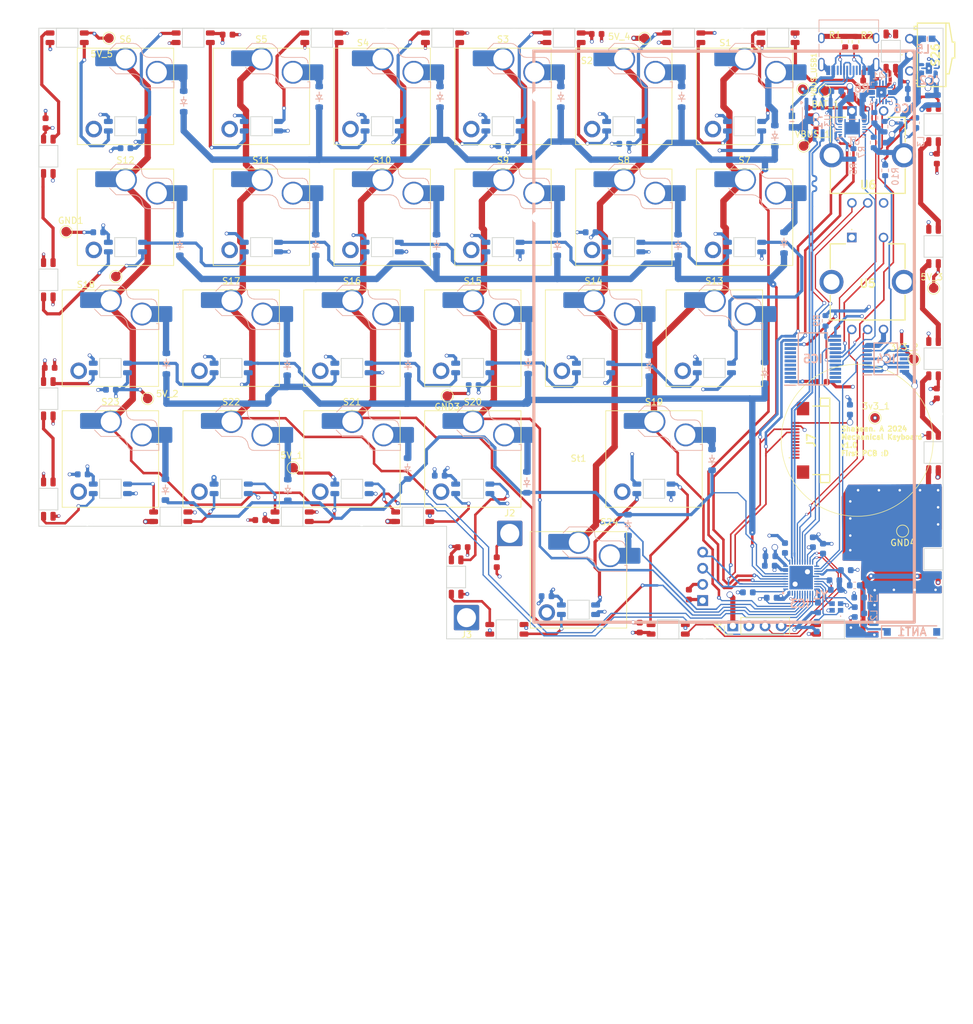
<source format=kicad_pcb>
(kicad_pcb (version 20241229) (generator "pcbnew") (generator_version "9.0")
  (layers (0 "F.Cu" signal) (4 "In1.Cu" power "PWR") (6 "In2.Cu" power "GND") (2 "B.Cu" signal) (13 "F.Paste" user) (15 "B.Paste" user) (5 "F.SilkS" user "F.Silkscreen") (7 "B.SilkS" user "B.Silkscreen") (1 "F.Mask" user) (3 "B.Mask" user) (25 "Edge.Cuts" user))
  (net 0 "")
  (net 1 "GND")
  (net 2 "3V3")
  (net 3 "5V")
  (net 4 "Net-(D1-DOUT)")
  (net 5 "Net-(D1-DIN)")
  (net 6 "Net-(D2-DOUT)")
  (net 7 "Net-(D5-DOUT)")
  (net 8 "Net-(D10-DOUT)")
  (net 9 "Net-(D12-DOUT)")
  (net 10 "Net-(D14-DOUT)")
  (net 11 "Net-(D18-DOUT)")
  (net 12 "/VBUS")
  (net 14 "/DEC4_6")
  (net 15 "Net-(IC5-~{RESET})")
  (net 17 "Net-(IC4-2Y)")
  (net 18 "/2A")
  (net 21 "/D_N")
  (net 22 "Net-(J1-CC1)")
  (net 23 "/D_P")
  (net 24 "Net-(J1-CC2)")
  (net 26 "/SDA")
  (net 27 "/SCL")
  (net 28 "/Column 0")
  (net 29 "/Column 1")
  (net 30 "/Column 2")
  (net 31 "/Column 3")
  (net 32 "/Column 4")
  (net 33 "/Column 5")
  (net 34 "/CW2")
  (net 35 "D-")
  (net 36 "/CCW")
  (net 37 "/Row 1")
  (net 38 "/NO")
  (net 39 "/NO2")
  (net 40 "D+")
  (net 41 "/Row 0")
  (net 42 "/Row 3")
  (net 43 "/Row 2")
  (net 44 "/CCW2")
  (net 45 "/CW")
  (net 46 "/CHG")
  (net 47 "Net-(U2-TS)")
  (net 48 "Net-(U2-ISET)")
  (net 51 "Net-(U2-ILIM)")
  (net 52 "/BAT_SRN")
  (net 54 "Net-(Di1-A)")
  (net 55 "Net-(Di7-A)")
  (net 56 "Net-(Di8-A)")
  (net 57 "Net-(Di9-A)")
  (net 58 "Net-(Di10-A)")
  (net 59 "Net-(Di14-A)")
  (net 60 "Net-(Di19-A)")
  (net 61 "Net-(Di21-A)")
  (net 62 "Net-(Di23-A)")
  (net 64 "Net-(IC3-ANT)")
  (net 65 "Net-(IC3-SWDIO)")
  (net 66 "Net-(IC3-DECUSB)")
  (net 67 "Net-(IC3-DEC1)")
  (net 68 "Net-(IC3-XC1)")
  (net 69 "Net-(IC3-DEC5)")
  (net 70 "Net-(IC3-XC2)")
  (net 71 "Net-(IC3-DEC3)")
  (net 72 "/INTA")
  (net 73 "Net-(IC3-SWDCLK)")
  (net 74 "/GPOUT")
  (net 88 "Net-(C15-Pad1)")
  (net 89 "/RF")
  (net 90 "Net-(IC2-LX)")
  (net 92 "Net-(IC2-BAT)")
  (net 94 "Net-(IC6-LX)")
  (net 96 "Net-(Di15-A)")
  (net 97 "Net-(Di22-A)")
  (net 98 "Net-(Di11-A)")
  (net 99 "Net-(Di17-A)")
  (net 100 "Net-(Di24-A)")
  (net 101 "Net-(Di12-A)")
  (net 102 "Net-(Di18-A)")
  (net 103 "Net-(Di2-A)")
  (net 104 "Net-(Di13-A)")
  (net 105 "Net-(Di3-A)")
  (net 106 "Net-(Di4-A)")
  (net 107 "Net-(Di16-A)")
  (net 108 "Net-(Di5-A)")
  (net 109 "Net-(Di6-A)")
  (net 110 "Net-(Di20-A)")
  (net 111 "Net-(D3-DOUT)")
  (net 112 "Net-(D4-DOUT)")
  (net 113 "Net-(D6-DOUT)")
  (net 114 "Net-(D7-DOUT)")
  (net 115 "Net-(D8-DOUT)")
  (net 116 "Net-(D10-DIN)")
  (net 117 "Net-(D11-DOUT)")
  (net 118 "Net-(D13-DOUT)")
  (net 119 "Net-(D15-DOUT)")
  (net 120 "Net-(D17-DOUT)")
  (net 121 "Net-(D16-DOUT)")
  (net 122 "Net-(D19-DOUT)")
  (net 123 "Net-(D20-DOUT)")
  (net 124 "Net-(D21-DOUT)")
  (net 125 "Net-(D22-DOUT)")
  (net 126 "Net-(D23-DOUT)")
  (net 127 "Net-(D24-DOUT)")
  (net 128 "/BAT")
  (net 129 "/VBUS_USB")
  (net 130 "/OUT")
  (net 141 "Net-(D25-DOUT)")
  (net 142 "Net-(D26-DOUT)")
  (net 143 "Net-(D28-DOUT)")
  (net 144 "Net-(D29-DOUT)")
  (net 145 "Net-(D30-DOUT)")
  (net 146 "Net-(D33-DOUT)")
  (net 147 "Net-(D34-DOUT)")
  (net 148 "Net-(D37-DOUT)")
  (net 149 "Net-(D38-DOUT)")
  (net 150 "Net-(D41-DOUT)")
  (net 151 "Net-(D42-DOUT)")
  (net 152 "Net-(D45-DOUT)")
  (net 153 "Net-(D46-DOUT)")
  (net 154 "Net-(D27-DOUT)")
  (net 155 "Net-(D31-DOUT)")
  (net 156 "Net-(D32-DOUT)")
  (net 157 "Net-(D35-DOUT)")
  (net 158 "Net-(D36-DOUT)")
  (net 159 "Net-(D39-DOUT)")
  (net 160 "Net-(D40-DOUT)")
  (net 161 "Net-(D43-DOUT)")
  (net 162 "Net-(D44-DOUT)")
  (net 166 "Net-(U1-V_{DD})")
  (net 167 "Net-(U1-BIN)")
  (net 168 "Net-(D47-DOUT)")
  (footprint "ScottoKeebs_Hotswap:Hotswap_Choc_V1V2_Plated_1.00u" (layer "F.Cu") (at 31.701728 26.983541)
    (property "Reference" "S6")
    (property "Value" "Keyswitch")
  )
  (footprint "ScottoKeebs_Components:Capacitor_0603" (layer "F.Cu") (at 106.0005 17.153399)
    (property "Reference" "C39" (hide yes))
    (property "Value" "100nF" (hide yes))
  )
  (footprint "CustomLibrary:M1.6 Hole" (layer "F.Cu") (at 117.1005 99.853399)
    (property "Reference" "REF**" (hide yes))
    (property "Value" "M1.6 Hole" (hide yes))
  )
  (footprint "TestPoint:TestPoint_Pad_D1.5mm" (layer "F.Cu") (at 141.9605 26.113399)
    (property "Reference" "BAT_1")
    (property "Value" "TestPoint")
  )
  (footprint "CustomLibrary:M1.6 Hole" (layer "F.Cu") (at 18.982978 64.033541)
    (property "Reference" "REF**" (hide yes))
    (property "Value" "M1.6 Hole" (hide yes))
  )
  (footprint "ScottoKeebs_Components:Capacitor_0603" (layer "F.Cu") (at 139.2505 29.553399 90)
    (property "Reference" "C24" (hide yes))
    (property "Value" "4.7uF" (hide yes))
  )
  (footprint "CustomLibrary:M1.6 Hole" (layer "F.Cu") (at 93.0005 17.153399)
    (property "Reference" "REF**" (hide yes))
    (property "Value" "M1.6 Hole" (hide yes))
  )
  (footprint "ScottoKeebs_Hotswap:Hotswap_Choc_V1V2_Plated_1.00u" (layer "F.Cu") (at 110.282978 26.983541)
    (property "Reference" "S2")
    (property "Value" "Keyswitch")
  )
  (footprint "CustomLibrary:M1.6 Hole" (layer "F.Cu") (at 100.8005 36.303399)
    (property "Reference" "REF**" (hide yes))
    (property "Value" "M1.6 Hole" (hide yes))
  )
  (footprint "ScottoKeebs_Components:LED_SK6812MINI" (layer "F.Cu") (at 152.4005 19.853399 90)
    (property "Reference" "D48" (hide yes))
    (property "Value" "LED_SK6812MINI" (hide yes))
    (fp_line (start 1.7 -1.5) (end -1.7 -1.5) (stroke (width 0.12)) (layer "Edge.Cuts"))
    (fp_line (start -1.7 -1.5) (end -1.7 1.5) (stroke (width 0.12)) (layer "Edge.Cuts"))
    (fp_line (start 1.7 1.5) (end 1.7 -1.5) (stroke (width 0.12)) (layer "Edge.Cuts"))
    (fp_line (start -1.7 1.5) (end 1.7 1.5) (stroke (width 0.12)) (layer "Edge.Cuts"))
  )
  (footprint "ScottoKeebs_Components:LED_SK6812MINI" (layer "F.Cu") (at 119.742978 17.743541)
    (property "Reference" "D45" (hide yes))
    (property "Value" "LED_SK6812MINI" (hide yes))
    (fp_line (start -1.7 -1.5) (end -1.7 1.5) (stroke (width 0.12)) (layer "Edge.Cuts"))
    (fp_line (start -1.7 1.5) (end 1.7 1.5) (stroke (width 0.12)) (layer "Edge.Cuts"))
    (fp_line (start 1.7 -1.5) (end -1.7 -1.5) (stroke (width 0.12)) (layer "Edge.Cuts"))
    (fp_line (start 1.7 1.5) (end 1.7 -1.5) (stroke (width 0.12)) (layer "Edge.Cuts"))
  )
  (footprint "ScottoKeebs_Hotswap:Hotswap_Choc_V1V2_Plated_1.00u" (layer "F.Cu") (at 124.570478 65.083541)
    (property "Reference" "S13")
    (property "Value" "Keyswitch")
  )
  (footprint "ScottoKeebs_Hotswap:Hotswap_Choc_V1V2_Plated_1.00u" (layer "F.Cu") (at 72.182978 46.033541)
    (property "Reference" "S10")
    (property "Value" "Keyswitch")
  )
  (footprint "TestPoint:TestPoint_Pad_D1.5mm" (layer "F.Cu") (at 22.3505 48.303399)
    (property "Reference" "GND1")
    (property "Value" "TestPoint")
  )
  (footprint "ScottoKeebs_Components:OLED_128x32" (layer "F.Cu") (at 121.1205 96.633399)
    (property "Reference" "J4" (hide yes))
    (property "Value" "OLED_128x32")
  )
  (footprint "CustomLibrary:M1.6 Hole" (layer "F.Cu") (at 159.7505 77.053399)
    (property "Reference" "REF**" (hide yes))
    (property "Value" "M1.6 Hole" (hide yes))
  )
  (footprint "CustomLibrary:M1.6 Hole" (layer "F.Cu") (at 42.382978 21.233541)
    (property "Reference" "REF**" (hide yes))
    (property "Value" "M1.6 Hole" (hide yes))
  )
  (footprint "ScottoKeebs_Components:LED_SK6812MINI" (layer "F.Cu") (at 134.6005 17.743541)
    (property "Reference" "D47" (hide yes))
    (property "Value" "LED_SK6812MINI" (hide yes))
    (fp_line (start -1.7 -1.5) (end -1.7 1.5) (stroke (width 0.12)) (layer "Edge.Cuts"))
    (fp_line (start -1.7 1.5) (end 1.7 1.5) (stroke (width 0.12)) (layer "Edge.Cuts"))
    (fp_line (start 1.7 -1.5) (end -1.7 -1.5) (stroke (width 0.12)) (layer "Edge.Cuts"))
    (fp_line (start 1.7 1.5) (end 1.7 -1.5) (stroke (width 0.12)) (layer "Edge.Cuts"))
  )
  (footprint "CustomLibrary:M1.6 Hole" (layer "F.Cu") (at 136.2005 36.603399)
    (property "Reference" "REF**" (hide yes))
    (property "Value" "M1.6 Hole" (hide yes))
  )
  (footprint "Connector_Wire:SolderWire-2.5sqmm_1x01_D2.4mm_OD3.6mm" (layer "F.Cu") (at 85.472978 109.133541)
    (property "Reference" "J3")
    (property "Value" "Battery Neg")
  )
  (footprint "ScottoKeebs_Hotswap:Hotswap_Choc_V1V2_Plated_1.00u" (layer "F.Cu") (at 53.132978 26.983541)
    (property "Reference" "S5")
    (property "Value" "Keyswitch")
  )
  (footprint "CustomLibrary:M1.6 Hole" (layer "F.Cu") (at 133.0005 93.353399)
    (property "Reference" "REF**" (hide yes))
    (property "Value" "M1.6 Hole" (hide yes))
  )
  (footprint "CustomLibrary:M1.6 Hole" (layer "F.Cu") (at 68.9505 93.853399)
    (property "Reference" "REF**" (hide yes))
    (property "Value" "M1.6 Hole" (hide yes))
  )
  (footprint "CustomLibrary:M1.6 Hole" (layer "F.Cu") (at 81.7005 36.253399)
    (property "Reference" "REF**" (hide yes))
    (property "Value" "M1.6 Hole" (hide yes))
  )
  (footprint "CustomLibrary:M1.6 Hole" (layer "F.Cu") (at 92.6505 103.553399)
    (property "Reference" "REF**" (hide yes))
    (property "Value" "M1.6 Hole" (hide yes))
  )
  (footprint "ScottoKeebs_Components:Capacitor_0603" (layer "F.Cu") (at 148.8105 24.483399)
    (property "Reference" "C23" (hide yes))
    (property "Value" "4.7uF" (hide yes))
  )
  (footprint "ScottoKeebs_Components:LED_SK6812MINI" (layer "F.Cu") (at 42.382978 17.743541)
    (property "Reference" "D37" (hide yes))
    (property "Value" "LED_SK6812MINI" (hide yes))
    (fp_line (start -1.7 -1.5) (end -1.7 1.5) (stroke (width 0.12)) (layer "Edge.Cuts"))
    (fp_line (start -1.7 1.5) (end 1.7 1.5) (stroke (width 0.12)) (layer "Edge.Cuts"))
    (fp_line (start 1.7 -1.5) (end -1.7 -1.5) (stroke (width 0.12)) (layer "Edge.Cuts"))
    (fp_line (start 1.7 1.5) (end 1.7 -1.5) (stroke (width 0.12)) (layer "Edge.Cuts"))
  )
  (footprint "ScottoKeebs_Components:LED_SK6812MINI" (layer "F.Cu") (at 19.532978 36.423541 90)
    (property "Reference" "D34" (hide yes))
    (property "Value" "LED_SK6812MINI" (hide yes))
    (fp_line (start 1.7 -1.5) (end -1.7 -1.5) (stroke (width 0.12)) (layer "Edge.Cuts"))
    (fp_line (start -1.7 -1.5) (end -1.7 1.5) (stroke (width 0.12)) (layer "Edge.Cuts"))
    (fp_line (start 1.7 1.5) (end 1.7 -1.5) (stroke (width 0.12)) (layer "Edge.Cuts"))
    (fp_line (start -1.7 1.5) (end 1.7 1.5) (stroke (width 0.12)) (layer "Edge.Cuts"))
  )
  (footprint "CustomLibrary:M1.6 Hole" (layer "F.Cu") (at 20.9005 23.703399)
    (property "Reference" "REF**" (hide yes))
    (property "Value" "M1.6 Hole" (hide yes))
  )
  (footprint "ScottoKeebs_Components:Capacitor_0603" (layer "F.Cu") (at 145.5905 26.773399 180)
    (property "Reference" "C18" (hide yes))
    (property "Value" "1uF" (hide yes))
  )
  (footprint "ScottoKeebs_Components:LED_SK6812MINI" (layer "F.Cu") (at 143.382978 110.973541 180)
    (property "Reference" "D6" (hide yes))
    (property "Value" "LED_SK6812MINI" (hide yes))
    (fp_line (start 1.7 1.5) (end 1.7 -1.5) (stroke (width 0.12)) (layer "Edge.Cuts"))
    (fp_line (start 1.7 -1.5) (end -1.7 -1.5) (stroke (width 0.12)) (layer "Edge.Cuts"))
    (fp_line (start -1.7 1.5) (end 1.7 1.5) (stroke (width 0.12)) (layer "Edge.Cuts"))
    (fp_line (start -1.7 -1.5) (end -1.7 1.5) (stroke (width 0.12)) (layer "Edge.Cuts"))
  )
  (footprint "ScottoKeebs_Components:LED_SK6812MINI" (layer "F.Cu") (at 22.5005 17.743541)
    (property "Reference" "D35" (hide yes))
    (property "Value" "LED_SK6812MINI" (hide yes))
    (fp_line (start -1.7 -1.5) (end -1.7 1.5) (stroke (width 0.12)) (layer "Edge.Cuts"))
    (fp_line (start -1.7 1.5) (end 1.7 1.5) (stroke (width 0.12)) (layer "Edge.Cuts"))
    (fp_line (start 1.7 -1.5) (end -1.7 -1.5) (stroke (width 0.12)) (layer "Edge.Cuts"))
    (fp_line (start 1.7 1.5) (end 1.7 -1.5) (stroke (width 0.12)) (layer "Edge.Cuts"))
  )
  (footprint "ScottoKeebs_Components:LED_SK6812MINI" (layer "F.Cu") (at 19.532978 90.453399 90)
    (property "Reference" "D19" (hide yes))
    (property "Value" "LED_SK6812MINI" (hide yes))
    (fp_line (start 1.7 -1.5) (end -1.7 -1.5) (stroke (width 0.12)) (layer "Edge.Cuts"))
    (fp_line (start -1.7 -1.5) (end -1.7 1.5) (stroke (width 0.12)) (layer "Edge.Cuts"))
    (fp_line (start 1.7 1.5) (end 1.7 -1.5) (stroke (width 0.12)) (layer "Edge.Cuts"))
    (fp_line (start -1.7 1.5) (end 1.7 1.5) (stroke (width 0.12)) (layer "Edge.Cuts"))
  )
  (footprint "ScottoKeebs_Hotswap:Hotswap_Choc_V1V2_Plated_1.00u" (layer "F.Cu") (at 48.370478 65.083541)
    (property "Reference" "S17")
    (property "Value" "Keyswitch")
  )
  (footprint "TestPoint:TestPoint_Pad_D1.5mm" (layer "F.Cu") (at 159.1505 57.203399)
    (property "Reference" "5V_3")
    (property "Value" "TestPoint")
  )
  (footprint "ScottoKeebs_Components:LED_SK6812MINI" (layer "F.Cu") (at 57.982978 93.233541 180)
    (property "Reference" "D15" (hide yes))
    (property "Value" "LED_SK6812MINI" (hide yes))
    (fp_line (start 1.7 1.5) (end 1.7 -1.5) (stroke (width 0.12)) (layer "Edge.Cuts"))
    (fp_line (start 1.7 -1.5) (end -1.7 -1.5) (stroke (width 0.12)) (layer "Edge.Cuts"))
    (fp_line (start -1.7 1.5) (end 1.7 1.5) (stroke (width 0.12)) (layer "Edge.Cuts"))
    (fp_line (start -1.7 -1.5) (end -1.7 1.5) (stroke (width 0.12)) (layer "Edge.Cuts"))
  )
  (footprint "ScottoKeebs_Hotswap:Hotswap_Choc_V1V2_Plated_1.00u" (layer "F.Cu") (at 31.701728 46.033541)
    (property "Reference" "S12")
    (property "Value" "Keyswitch")
  )
  (footprint "ScottoKeebs_Components:LED_SK6812MINI" (layer "F.Cu") (at 38.842978 93.233541 180)
    (property "Reference" "D17" (hide yes))
    (property "Value" "LED_SK6812MINI" (hide yes))
    (fp_line (start 1.7 1.5) (end 1.7 -1.5) (stroke (width 0.12)) (layer "Edge.Cuts"))
    (fp_line (start 1.7 -1.5) (end -1.7 -1.5) (stroke (width 0.12)) (layer "Edge.Cuts"))
    (fp_line (start -1.7 1.5) (end 1.7 1.5) (stroke (width 0.12)) (layer "Edge.Cuts"))
    (fp_line (start -1.7 -1.5) (end -1.7 1.5) (stroke (width 0.12)) (layer "Edge.Cuts"))
  )
  (footprint "ScottoKeebs_Stabilizer:Stabilizer_MX_2.00u" (layer "F.Cu") (at 115.045478 84.133541)
    (property "Reference" "St1")
    (property "Value" "Stabilizer_MX_2.00u")
  )
  (footprint "CustomLibrary:M1.6 Hole" (layer "F.Cu") (at 34.3005 17.153399)
    (property "Reference" "REF**" (hide yes))
    (property "Value" "M1.6 Hole" (hide yes))
  )
  (footprint "ScottoKeebs_Components:LED_SK6812MINI" (layer "F.Cu") (at 77.002978 93.233541 180)
    (property "Reference" "D13" (hide yes))
    (property "Value" "LED_SK6812MINI" (hide yes))
    (fp_line (start 1.7 1.5) (end 1.7 -1.5) (stroke (width 0.12)) (layer "Edge.Cuts"))
    (fp_line (start 1.7 -1.5) (end -1.7 -1.5) (stroke (width 0.12)) (layer "Edge.Cuts"))
    (fp_line (start -1.7 1.5) (end 1.7 1.5) (stroke (width 0.12)) (layer "Edge.Cuts"))
    (fp_line (start -1.7 -1.5) (end -1.7 1.5) (stroke (width 0.12)) (layer "Edge.Cuts"))
  )
  (footprint "TestPoint:TestPoint_Pad_D1.5mm" (layer "F.Cu") (at 30.169835 55.374322)
    (property "Reference" "GND2" (hide yes))
    (property "Value" "TestPoint")
  )
  (footprint "ScottoKeebs_Components:Capacitor_0603" (layer "F.Cu") (at 120.5505 105.503399 -90)
    (property "Reference" "C9" (hide yes))
    (property "Value" "4.7uF" (hide yes))
  )
  (footprint "CustomLibrary:M1.6 Hole" (layer "F.Cu") (at 25.682978 93.833541)
    (property "Reference" "REF**" (hide yes))
    (property "Value" "M1.6 Hole" (hide yes))
  )
  (footprint "ScottoKeebs_Components:LED_SK6812MINI" (layer "F.Cu") (at 159.132978 83.113541 -90)
    (property "Reference" "D4" (hide yes))
    (property "Value" "LED_SK6812MINI" (hide yes))
    (fp_line (start -1.7 1.5) (end 1.7 1.5) (stroke (width 0.12)) (layer "Edge.Cuts"))
    (fp_line (start 1.7 1.5) (end 1.7 -1.5) (stroke (width 0.12)) (layer "Edge.Cuts"))
    (fp_line (start -1.7 -1.5) (end -1.7 1.5) (stroke (width 0.12)) (layer "Edge.Cuts"))
    (fp_line (start 1.7 -1.5) (end -1.7 -1.5) (stroke (width 0.12)) (layer "Edge.Cuts"))
  )
  (footprint "Resistor_SMD:R_0603_1608Metric" (layer "F.Cu") (at 146.818022 18.373257 90)
    (property "Reference" "R2")
    (property "Value" "5k1")
  )
  (footprint "ScottoKeebs_Components:Capacitor_0603" (layer "F.Cu") (at 90.2505 100.403399 -90)
    (property "Reference" "C17" (hide yes))
    (property "Value" "4.7uF" (hide yes))
  )
  (footprint "ScottoKeebs_Hotswap:Hotswap_Choc_V1V2_Plated_1.00u" (layer "F.Cu") (at 48.370478 84.133541)
    (property "Reference" "S22")
    (property "Value" "Keyswitch")
  )
  (footprint "TestPoint:TestPoint_Pad_D1.5mm" (layer "F.Cu") (at 138.5005 25.853399)
    (property "Reference" "VBUS_USB1")
    (property "Value" "TestPoint")
  )
  (footprint "ScottoKeebs_Components:LED_SK6812MINI" (layer "F.Cu") (at 159.132978 68.323541 -90)
    (property "Reference" "D3" (hide yes))
    (property "Value" "LED_SK6812MINI" (hide yes))
    (fp_line (start -1.7 1.5) (end 1.7 1.5) (stroke (width 0.12)) (layer "Edge.Cuts"))
    (fp_line (start 1.7 1.5) (end 1.7 -1.5) (stroke (width 0.12)) (layer "Edge.Cuts"))
    (fp_line (start -1.7 -1.5) (end -1.7 1.5) (stroke (width 0.12)) (layer "Edge.Cuts"))
    (fp_line (start 1.7 -1.5) (end -1.7 -1.5) (stroke (width 0.12)) (layer "Edge.Cuts"))
  )
  (footprint "ScottoKeebs_Hotswap:Hotswap_Choc_V1V2_Plated_1.00u" (layer "F.Cu") (at 29.320478 84.133541)
    (property "Reference" "S23")
    (property "Value" "Keyswitch")
  )
  (footprint "CustomLibrary:M1.6 Hole" (layer "F.Cu") (at 97.8005 77.103399)
    (property "Reference" "REF**" (hide yes))
    (property "Value" "M1.6 Hole" (hide yes))
  )
  (footprint "ScottoKeebs_Components:LED_SK6812MINI" (layer "F.Cu") (at 19.532978 74.633541 90)
    (property "Reference" "D20" (hide yes))
    (property "Value" "LED_SK6812MINI" (hide yes))
    (fp_line (start 1.7 -1.5) (end -1.7 -1.5) (stroke (width 0.12)) (layer "Edge.Cuts"))
    (fp_line (start -1.7 -1.5) (end -1.7 1.5) (stroke (width 0.12)) (layer "Edge.Cuts"))
    (fp_line (start 1.7 1.5) (end 1.7 -1.5) (stroke (width 0.12)) (layer "Edge.Cuts"))
    (fp_line (start -1.7 1.5) (end 1.7 1.5) (stroke (width 0.12)) (layer "Edge.Cuts"))
  )
  (footprint "TestPoint:TestPoint_Pad_D1.5mm" (layer "F.Cu") (at 149.9005 77.653399)
    (property "Reference" "3v3_1")
    (property "Value" "TestPoint")
  )
  (footprint "ScottoKeebs_Hotswap:Hotswap_Choc_V1V2_Plated_1.00u" (layer "F.Cu") (at 53.132978 46.033541)
    (property "Reference" "S11")
    (property "Value" "Keyswitch")
  )
  (footprint "CustomLibrary:M1.6 Hole" (layer "F.Cu") (at 115.0005 55.853399)
    (property "Reference" "REF**" (hide yes))
    (property "Value" "M1.6 Hole" (hide yes))
  )
  (footprint "ScottoKeebs_Hotswap:Hotswap_Choc_V1V2_Plated_1.00u" (layer "F.Cu") (at 86.470478 65.083541)
    (property "Reference" "S15")
    (property "Value" "Keyswitch")
  )
  (footprint "ScottoKeebs_Hotswap:Hotswap_Choc_V1V2_Plated_1.00u" (layer "F.Cu") (at 110.282978 46.033541)
    (property "Reference" "S8")
    (property "Value" "Keyswitch")
  )
  (footprint "SamacSys_Parts:F32Q1A7H111012" (layer "F.Cu") (at 140.1005 81.193541 90)
    (property "Reference" "J7")
    (property "Value" "F32Q-1A7H1-11012" (hide yes))
  )
  (footprint "CustomLibrary:M1.6 Hole" (layer "F.Cu") (at 42.4005 36.553399)
    (property "Reference" "REF**" (hide yes))
    (property "Value" "M1.6 Hole" (hide yes))
  )
  (footprint "TestPoint:TestPoint_Pad_D1.5mm" (layer "F.Cu") (at 154.252978 95.493541)
    (property "Reference" "GND4")
    (property "Value" "TestPoint")
  )
  (footprint "ScottoKeebs_Hotswap:Hotswap_Choc_V1V2_Plated_1.00u" (layer "F.Cu") (at 129.332978 26.983541)
    (property "Reference" "S1")
    (property "Value" "Keyswitch")
  )
  (footprint "Connector_Wire:SolderWire-2.5sqmm_1x01_D2.4mm_OD3.6mm" (layer "F.Cu") (at 92.3005 95.853399)
    (property "Reference" "J2")
    (property "Value" "Battery Pos")
  )
  (footprint "ScottoKeebs_Components:LED_SK6812MINI" (layer "F.Cu") (at 159.132978 50.633541 -90)
    (property "Reference" "D2" (hide yes))
    (property "Value" "LED_SK6812MINI" (hide yes))
    (fp_line (start -1.7 1.5) (end 1.7 1.5) (stroke (width 0.12)) (layer "Edge.Cuts"))
    (fp_line (start 1.7 1.5) (end 1.7 -1.5) (stroke (width 0.12)) (layer "Edge.Cuts"))
    (fp_line (start -1.7 -1.5) (end -1.7 1.5) (stroke (width 0.12)) (layer "Edge.Cuts"))
    (fp_line (start 1.7 -1.5) (end -1.7 -1.5) (stroke (width 0.12)) (layer "Edge.Cuts"))
  )
  (footprint "Connector_PinHeader_2.54mm:PinHeader_1x04_P2.54mm_Vertical" (layer "F.Cu") (at 127.4805 110.433541 90)
    (property "Reference" "J6")
    (property "Value" "Conn_01x04")
  )
  (footprint "CustomLibrary:M1.6 Hole" (layer "F.Cu") (at 38.9005 55.603399)
    (property "Reference" "REF**" (hide yes))
    (property "Value" "M1.6 Hole" (hide yes))
  )
  (footprint "ScottoKeebs_Components:LED_SK6812MINI" (layer "F.Cu") (at 19.532978 55.883541 90)
    (property "Reference" "D33" (hide yes))
    (property "Value" "LED_SK6812MINI" (hide yes))
    (fp_line (start 1.7 -1.5) (end -1.7 -1.5) (stroke (width 0.12)) (layer "Edge.Cuts"))
    (fp_line (start -1.7 -1.5) (end -1.7 1.5) (stroke (width 0.12)) (layer "Edge.Cuts"))
    (fp_line (start 1.7 1.5) (end 1.7 -1.5) (stroke (width 0.12)) (layer "Edge.Cuts"))
    (fp_line (start -1.7 1.5) (end 1.7 1.5) (stroke (width 0.12)) (layer "Edge.Cuts"))
  )
  (footprint "Resistor_SMD:R_0603_1608Metric" (layer "F.Cu") (at 145.2005 18.353399 90)
    (property "Reference" "R1")
    (property "Value" "5k1")
  )
  (footprint "ScottoKeebs_Components:Capacitor_0603" (layer "F.Cu") (at 112.8005 110.703399 90)
    (property "Reference" "C38" (hide yes))
    (property "Value" "100nF" (hide yes))
  )
  (footprint "SamacSys_Parts:PEC11L4015FS0015" (layer "F.Cu") (at 146.2405 49.223541)
    (property "Reference" "U5")
    (property "Value" "PEC11L-4015F-S0015" (hide yes))
  )
  (footprint "ScottoKeebs_Hotswap:Hotswap_Choc_V1V2_Plated_1.00u" (layer "F.Cu") (at 91.232978 26.983541)
    (property "Reference" "S3")
    (property "Value" "Keyswitch")
  )
  (footprint "ScottoKeebs_Components:Capacitor_0603" (layer "F.Cu") (at 84.8905 98.033399)
    (property "Reference" "C31" (hide yes))
    (property "Value" "100nF" (hide yes))
  )
  (footprint "CustomLibrary:M1.6 Hole" (layer "F.Cu") (at 76.9505 55.603399)
    (property "Reference" "REF**" (hide yes))
    (property "Value" "M1.6 Hole" (hide yes))
  )
  (footprint "CustomLibrary:M1.6 Hole" (layer "F.Cu") (at 23.182978 74.733541)
    (property "Reference" "REF**" (hide yes))
    (property "Value" "M1.6 Hole" (hide yes))
  )
  (footprint "TestPoint:TestPoint_Pad_D1.5mm" (layer "F.Cu") (at 138.6505 34.803399)
    (property "Reference" "VBUS_1")
    (property "Value" "TestPoint")
  )
  (footprint "TestPoint:TestPoint_Pad_D1.5mm" (layer "F.Cu") (at 35.2005 74.603399)
    (property "Reference" "5V_2")
    (property "Value" "TestPoint")
  )
  (footprint "ScottoKeebs_Components:LED_SK6812MINI" (layer "F.Cu") (at 81.702978 17.743541)
    (property "Reference" "D41" (hide yes))
    (property "Value" "LED_SK6812MINI" (hide yes))
    (fp_line (start -1.7 -1.5) (end -1.7 1.5) (stroke (width 0.12)) (layer "Edge.Cuts"))
    (fp_line (start -1.7 1.5) (end 1.7 1.5) (stroke (width 0.12)) (layer "Edge.Cuts"))
    (fp_line (start 1.7 -1.5) (end -1.7 -1.5) (stroke (width 0.12)) (layer "Edge.Cuts"))
    (fp_line (start 1.7 1.5) (end 1.7 -1.5) (stroke (width 0.12)) (layer "Edge.Cuts"))
  )
  (footprint "TestPoint:TestPoint_Pad_D1.5mm" (layer "F.Cu") (at 29.1005 17.803399)
    (property "Reference" "5V_5")
    (property "Value" "TestPoint")
  )
  (footprint "ScottoKeebs_Components:LED_SK6812MINI" (layer "F.Cu") (at 62.682978 17.743541)
    (property "Reference" "D39" (hide yes))
    (property "Value" "LED_SK6812MINI" (hide yes))
    (fp_line (start -1.7 -1.5) (end -1.7 1.5) (stroke (width 0.12)) (layer "Edge.Cuts"))
    (fp_line (start -1.7 1.5) (end 1.7 1.5) (stroke (width 0.12)) (layer "Edge.Cuts"))
    (fp_line (start 1.7 -1.5) (end -1.7 -1.5) (stroke (width 0.12)) (layer "Edge.Cuts"))
    (fp_line (start 1.7 1.5) (end 1.7 -1.5) (stroke (width 0.12)) (layer "Edge.Cuts"))
  )
  (footprint "CustomLibrary:M1.6 Hole" (layer "F.Cu") (at 153.8005 74.453399)
    (property "Reference" "REF**" (hide yes))
    (property "Value" "M1.6 Hole" (hide yes))
  )
  (footprint "CustomLibrary:M1.6 Hole" (layer "F.Cu") (at 159.1005 41.603399)
    (property "Reference" "REF**" (hide yes))
    (property "Value" "M1.6 Hole" (hide yes))
  )
  (footprint "CustomLibrary:M1.6 Hole" (layer "F.Cu") (at 119.7505 36.703399)
    (property "Reference" "REF**" (hide yes))
    (property "Value" "M1.6 Hole" (hide yes))
  )
  (footprint "CustomLibrary:M1.6 Hole" (layer "F.Cu") (at 128.9505 17.103399)
    (property "Reference" "REF**" (hide yes))
    (property "Value" "M1.6 Hole" (hide yes))
  )
  (footprint "ScottoKeebs_Components:Capacitor_0603" (layer "F.Cu") (at 159.6505 36.803399 -90)
    (property "Reference" "C41" (hide yes))
    (property "Value" "100nF" (hide yes))
  )
  (footprint "TestPoint:TestPoint_Pad_D1.5mm" (layer "F.Cu") (at 156.0505 68.403399)
    (property "Reference" "3V3_2")
    (property "Value" "TestPoint")
  )
  (footprint "SamacSys_Parts:CLSA12C422" (layer "F.Cu") (at 155.382978 20.433541 90)
    (property "Reference" "S26")
    (property "Value" "CL-SA-12C4-22" (hide yes))
  )
  (footprint "ScottoKeebs_Components:Capacitor_0603" (layer "F.Cu") (at 19.1005 31.203399 90)
    (property "Reference" "C45" (hide yes))
    (property "Value" "100nF" (hide yes))
  )
  (footprint "ScottoKeebs_Components:LED_SK6812MINI" (layer "F.Cu") (at 159.132978 31.423541 -90)
    (property "Reference" "D1" (hide yes))
    (property "Value" "LED_SK6812MINI" (hide yes))
    (fp_line (start -1.7 1.5) (end 1.7 1.5) (stroke (width 0.12)) (layer "Edge.Cuts"))
    (fp_line (start 1.7 1.5) (end 1.7 -1.5) (stroke (width 0.12)) (layer "Edge.Cuts"))
    (fp_line (start -1.7 -1.5) (end -1.7 1.5) (stroke (width 0.12)) (layer "Edge.Cuts"))
    (fp_line (start 1.7 -1.5) (end -1.7 -1.5) (stroke (width 0.12)) (layer "Edge.Cuts"))
  )
  (footprint "ScottoKeebs_Components:LED_SK6812MINI" (layer "F.Cu") (at 91.8505 110.973541 180)
    (property "Reference" "D10" (hide yes))
    (property "Value" "LED_SK6812MINI" (hide yes))
    (fp_line (start 1.7 1.5) (end 1.7 -1.5) (stroke (width 0.12)) (layer "Edge.Cuts"))
    (fp_line (start 1.7 -1.5) (end -1.7 -1.5) (stroke (width 0.12)) (layer "Edge.Cuts"))
    (fp_line (start -1.7 1.5) (end 1.7 1.5) (stroke (width 0.12)) (layer "Edge.Cuts"))
    (fp_line (start -1.7 -1.5) (end -1.7 1.5) (stroke (width 0.12)) (layer "Edge.Cuts"))
  )
  (footprint "ScottoKeebs_Hotswap:Hotswap_Choc_V1V2_Plated_1.00u" (layer "F.Cu") (at 91.232978 46.033541)
    (property "Reference" "S9")
    (property "Value" "Keyswitch")
  )
  (footprint "TestPoint:TestPoint_Pad_D1.5mm" (layer "F.Cu") (at 58.1505 85.503399)
    (property "Reference" "5V_1")
    (property "Value" "TestPoint")
  )
  (footprint "ScottoKeebs_Components:Capacitor_0603" (layer "F.Cu") (at 141.5005 72.003399)
    (property "Reference" "C20" (hide yes))
    (property "Value" "100nF" (hide yes))
  )
  (footprint "ScottoKeebs_Components:LED_SK6812MINI" (layer "F.Cu") (at 83.842978 102.733541 90)
    (property "Reference" "D11" (hide yes))
    (property "Value" "LED_SK6812MINI" (hide yes))
    (fp_line (start 1.7 -1.5) (end -1.7 -1.5) (stroke (width 0.12)) (layer "Edge.Cuts"))
    (fp_line (start -1.7 -1.5) (end -1.7 1.5) (stroke (width 0.12)) (layer "Edge.Cuts"))
    (fp_line (start 1.7 1.5) (end 1.7 -1.5) (stroke (width 0.12)) (layer "Edge.Cuts"))
    (fp_line (start -1.7 1.5) (end 1.7 1.5) (stroke (width 0.12)) (layer "Edge.Cuts"))
  )
  (footprint "ScottoKeebs_Components:LED_SK6812MINI" (layer "F.Cu") (at 117.282978 110.973541 180)
    (property "Reference" "D7" (hide yes))
    (property "Value" "LED_SK6812MINI" (hide yes))
    (fp_line (start 1.7 1.5) (end 1.7 -1.5) (stroke (width 0.12)) (layer "Edge.Cuts"))
    (fp_line (start 1.7 -1.5) (end -1.7 -1.5) (stroke (width 0.12)) (layer "Edge.Cuts"))
    (fp_line (start -1.7 1.5) (end 1.7 1.5) (stroke (width 0.12)) (layer "Edge.Cuts"))
    (fp_line (start -1.7 -1.5) (end -1.7 1.5) (stroke (width 0.12)) (layer "Edge.Cuts"))
  )
  (footprint "ScottoKeebs_Hotswap:Hotswap_Choc_V1V2_Plated_1.00u" (layer "F.Cu") (at 72.182978 26.983541)
    (property "Reference" "S4")
    (property "Value" "Keyswitch")
  )
  (footprint "TestPoint:TestPoint_Pad_D1.5mm" (layer "F.Cu") (at 82.4505 74.203399)
    (property "Reference" "GND3")
    (property "Value" "TestPoint")
  )
  (footprint "ScottoKeebs_Hotswap:Hotswap_Choc_V1V2_Plated_1.00u" (layer "F.Cu") (at 86.470476 84.133541)
    (property "Reference" "S20")
    (property "Value" "Keyswitch")
  )
  (footprint "TestPoint:TestPoint_Pad_D1.5mm" (layer "F.Cu") (at 113.582978 17.833541)
    (property "Reference" "5V_4")
    (property "Value" "TestPoint")
  )
  (footprint "ScottoKeebs_Hotswap:Hotswap_Choc_V1V2_Plated_1.00u" (layer "F.Cu") (at 103.139228 103.183541)
    (property "Reference" "S24")
    (property "Value" "Keyswitch")
  )
  (footprint "ScottoKeebs_Components:LED_SK6812MINI" (layer "F.Cu") (at 100.862978 17.743541)
    (property "Reference" "D43" (hide yes))
    (property "Value" "LED_SK6812MINI" (hide yes))
    (fp_line (start -1.7 -1.5) (end -1.7 1.5) (stroke (width 0.12)) (layer "Edge.Cuts"))
    (fp_line (start -1.7 1.5) (end 1.7 1.5) (stroke (width 0.12)) (layer "Edge.Cuts"))
    (fp_line (start 1.7 -1.5) (end -1.7 -1.5) (stroke (width 0.12)) (layer "Edge.Cuts"))
    (fp_line (start 1.7 1.5) (end 1.7 -1.5) (stroke (width 0.12)) (layer "Edge.Cuts"))
  )
  (footprint "ScottoKeebs_Hotswap:Hotswap_Choc_V1V2_Plated_1.00u" (layer "F.Cu") (at 129.332978 46.033541)
    (property "Reference" "S7")
    (property "Value" "Keyswitch")
  )
  (footprint "CustomLibrary:M1.6 Hole" (layer "F.Cu") (at 142.3505 93.853399)
    (property "Reference" "REF**" (hide yes))
    (property "Value" "M1.6 Hole" (hide yes))
  )
  (footprint "ScottoKeebs_Components:LED_SK6812MINI" (layer "F.Cu") (at 159.132978 99.913541 -90)
    (property "Reference" "D5" (hide yes))
    (property "Value" "LED_SK6812MINI" (hide yes))
    (fp_line (start -1.7 1.5) (end 1.7 1.5) (stroke (width 0.12)) (layer "Edge.Cuts"))
    (fp_line (start 1.7 1.5) (end 1.7 -1.5) (stroke (width 0.12)) (layer "Edge.Cuts"))
    (fp_line (start -1.7 -1.5) (end -1.7 1.5) (stroke (width 0.12)) (layer "Edge.Cuts"))
    (fp_line (start 1.7 -1.5) (end -1.7 -1.5) (stroke (width 0.12)) (layer "Edge.Cuts"))
  )
  (footprint "ScottoKeebs_Components:Capacitor_0603" (layer "F.Cu") (at 47.8005 17.253399)
    (property "Reference" "C35" (hide yes))
    (property "Value" "100nF" (hide yes))
  )
  (footprint "ScottoKeebs_Hotswap:Hotswap_Choc_V1V2_Plated_1.00u" (layer "F.Cu") (at 67.420478 65.083541)
    (property "Reference" "S16")
    (property "Value" "Keyswitch")
  )
  (footprint "CustomLibrary:M1.6 Hole" (layer "F.Cu") (at 123.0005 111.603399)
    (property "Reference" "REF**" (hide yes))
    (property "Value" "M1.6 Hole" (hide yes))
  )
  (footprint "CustomLibrary:M1.6 Hole" (layer "F.Cu") (at 72.7505 17.103399)
    (property "Reference" "REF**" (hide yes))
    (property "Value" "M1.6 Hole" (hide yes))
  )
  (footprint "CustomLibrary:M1.6 Hole" (layer "F.Cu") (at 57.9005 74.853399)
    (property "Reference" "REF**" (hide yes))
    (property "Value" "M1.6 Hole" (hide yes))
  )
  (footprint "SamacSys_Parts:PEC11L4015FS0015" (layer "F.Cu") (at 146.2605 29.273541)
    (property "Reference" "U6")
    (property "Value" "PEC11L-4015F-S0015" (hide yes))
  )
  (footprint "CustomLibrary:M1.6 Hole" (layer "F.Cu") (at 139.3505 17.853399)
    (property "Reference" "REF**" (hide yes))
    (property "Value" "M1.6 Hole" (hide yes))
  )
  (footprint "ScottoKeebs_Hotswap:Hotswap_Choc_V1V2_Plated_1.00u" (layer "F.Cu") (at 67.420478 84.133541)
    (property "Reference" "S21")
    (property "Value" "Keyswitch")
  )
  (footprint "ScottoKeebs_Components:Capacitor_0603" (layer "F.Cu") (at 19.7505 69.753399)
    (property "Reference" "C43" (hide yes))
    (property "Value" "100nF" (hide yes))
  )
  (footprint "ScottoKeebs_Hotswap:Hotswap_Choc_V1V2_Plated_1.00u" (layer "F.Cu") (at 105.520478 65.083541)
    (property "Reference" "S14")
    (property "Value" "Keyswitch")
  )
  (footprint "CustomLibrary:M1.6 Hole" (layer "F.Cu") (at 77.0605 89.473399)
    (property "Reference" "REF**" (hide yes))
    (property "Value" "M1.6 Hole" (hide yes))
  )
  (footprint "ScottoKeebs_Hotswap:Hotswap_Choc_V1V2_Plated_1.00u" (layer "F.Cu") (at 29.320478 65.083541)
    (property "Reference" "S18")
    (property "Value" "Keyswitch")
  )
  (footprint "ScottoKeebs_Hotswap:Hotswap_Choc_V1V2_Plated_1.00u" (layer "F.Cu") (at 115.045478 84.133541)
    (property "Reference" "S19")
    (property "Value" "Keyswitch")
  )
  (footprint "ScottoKeebs_Components:Capacitor_0603" (layer "F.Cu") (at 52.9505 93.753399 180)
    (property "Reference" "C44" (hide yes))
    (property "Value" "10uF" (hide yes))
  )
  (footprint "ScottoKeebs_Components:Capacitor_0603" (layer "F.Cu") (at 159.6505 73.803399 90)
    (property "Reference" "C46" (hide yes))
    (property "Value" "100nF" (hide yes))
  )
  (footprint "CustomLibrary:M1.6 Hole" (layer "F.Cu") (at 136.1005 56.353399)
    (property "Reference" "REF**" (hide yes))
    (property "Value" "M1.6 Hole" (hide yes))
  )
  (footprint "SamacSys_Parts:0603L050SLYR" (layer "B.Cu") (at 136.8005 30.953399 -90)
    (property "Reference" "F1")
    (property "Value" "600mA" (hide yes))
  )
  (footprint "ScottoKeebs_Components:Capacitor_0603" (layer "B.Cu") (at 24.9505 86.553399 180)
    (property "Reference" "C36" (hide yes))
    (property "Value" "100nF" (hide yes))
  )
  (footprint "Inductor_SMD:L_0603_1608Metric" (layer "B.Cu") (at 156.4005 31.153399 90)
    (property "Reference" "L3")
    (property "Value" "1uH")
  )
  (footprint "Resistor_SMD:R_0603_1608Metric" (layer "B.Cu") (at 149.7005 34.253399 90)
    (property "Reference" "R7")
    (property "Value" "10k")
  )
  (footprint "ScottoKeebs_Components:Capacitor_0603" (layer "B.Cu") (at 105.0505 48.403399 180)
    (property "Reference" "C29" (hide yes))
    (property "Value" "100nF" (hide yes))
  )
  (footprint "ScottoKeebs_Components:LED_SK6812MINI" (layer "B.Cu") (at 67.420478 69.783541)
    (property "Reference" "D23" (hide yes))
    (property "Value" "LED_SK6812MINI" (hide yes))
    (fp_line (start -1.7 -1.5) (end -1.7 1.5) (stroke (width 0.12)) (layer "Edge.Cuts"))
    (fp_line (start -1.7 1.5) (end 1.7 1.5) (stroke (width 0.12)) (layer "Edge.Cuts"))
    (fp_line (start 1.7 -1.5) (end -1.7 -1.5) (stroke (width 0.12)) (layer "Edge.Cuts"))
    (fp_line (start 1.7 1.5) (end 1.7 -1.5) (stroke (width 0.12)) (layer "Edge.Cuts"))
  )
  (footprint "ScottoKeebs_Components:Capacitor_0603" (layer "B.Cu") (at 140.7005 110.553399 -90)
    (property "Reference" "C14" (hide yes))
    (property "Value" "12pF" (hide yes))
  )
  (footprint "ScottoKeebs_Components:Diode_SOD-123" (layer "B.Cu") (at 95.2005 69.053399 90)
    (property "Reference" "Di17" (hide yes))
    (property "Value" "Diode")
  )
  (footprint "Resistor_SMD:R_0603_1608Metric" (layer "B.Cu") (at 146.5005 36.053399 90)
    (property "Reference" "R5")
    (property "Value" "10k")
  )
  (footprint "ScottoKeebs_Components:LED_SK6812MINI" (layer "B.Cu") (at 29.320478 88.833541 180)
    (property "Reference" "D18" (hide yes))
    (property "Value" "LED_SK6812MINI" (hide yes))
    (fp_line (start 1.7 1.5) (end 1.7 -1.5) (stroke (width 0.12)) (layer "Edge.Cuts"))
    (fp_line (start 1.7 -1.5) (end -1.7 -1.5) (stroke (width 0.12)) (layer "Edge.Cuts"))
    (fp_line (start -1.7 1.5) (end 1.7 1.5) (stroke (width 0.12)) (layer "Edge.Cuts"))
    (fp_line (start -1.7 -1.5) (end -1.7 1.5) (stroke (width 0.12)) (layer "Edge.Cuts"))
  )
  (footprint "ScottoKeebs_Components:LED_SK6812MINI" (layer "B.Cu") (at 86.470478 69.783541)
    (property "Reference" "D24" (hide yes))
    (property "Value" "LED_SK6812MINI" (hide yes))
    (fp_line (start -1.7 -1.5) (end -1.7 1.5) (stroke (width 0.12)) (layer "Edge.Cuts"))
    (fp_line (start -1.7 1.5) (end 1.7 1.5) (stroke (width 0.12)) (layer "Edge.Cuts"))
    (fp_line (start 1.7 -1.5) (end -1.7 -1.5) (stroke (width 0.12)) (layer "Edge.Cuts"))
    (fp_line (start 1.7 1.5) (end 1.7 -1.5) (stroke (width 0.12)) (layer "Edge.Cuts"))
  )
  (footprint "ScottoKeebs_Components:Diode_SOD-123" (layer "B.Cu") (at 118.8505 50.403399 90)
    (property "Reference" "Di12" (hide yes))
    (property "Value" "Diode")
  )
  (footprint "ScottoKeebs_Components:LED_SK6812MINI" (layer "B.Cu") (at 129.332978 31.683541)
    (property "Reference" "D46" (hide yes))
    (property "Value" "LED_SK6812MINI" (hide yes))
    (fp_line (start -1.7 -1.5) (end -1.7 1.5) (stroke (width 0.12)) (layer "Edge.Cuts"))
    (fp_line (start -1.7 1.5) (end 1.7 1.5) (stroke (width 0.12)) (layer "Edge.Cuts"))
    (fp_line (start 1.7 -1.5) (end -1.7 -1.5) (stroke (width 0.12)) (layer "Edge.Cuts"))
    (fp_line (start 1.7 1.5) (end 1.7 -1.5) (stroke (width 0.12)) (layer "Edge.Cuts"))
  )
  (footprint "ScottoKeebs_Components:Capacitor_0603" (layer "B.Cu") (at 145.3005 101.653399 180)
    (property "Reference" "C16" (hide yes))
    (property "Value" "1pF" (hide yes))
  )
  (footprint "SamacSys_Parts:RESC2012X41N" (layer "B.Cu") (at 147.0205 27.133399)
    (property "Reference" "R6")
    (property "Value" "10m1%" (hide yes))
  )
  (footprint "ScottoKeebs_Components:Capacitor_0603" (layer "B.Cu") (at 143.5005 103.253399 180)
    (property "Reference" "C6" (hide yes))
    (property "Value" "1uF" (hide yes))
  )
  (footprint "ScottoKeebs_Components:LED_SK6812MINI" (layer "B.Cu") (at 129.332978 50.733541 180)
    (property "Reference" "D27" (hide yes))
    (property "Value" "LED_SK6812MINI" (hide yes))
    (fp_line (start 1.7 1.5) (end 1.7 -1.5) (stroke (width 0.12)) (layer "Edge.Cuts"))
    (fp_line (start 1.7 -1.5) (end -1.7 -1.5) (stroke (width 0.12)) (layer "Edge.Cuts"))
    (fp_line (start -1.7 1.5) (end 1.7 1.5) (stroke (width 0.12)) (layer "Edge.Cuts"))
    (fp_line (start -1.7 -1.5) (end -1.7 1.5) (stroke (width 0.12)) (layer "Edge.Cuts"))
  )
  (footprint "Resistor_SMD:R_0603_1608Metric" (layer "B.Cu") (at 151.4005 31.753399 90)
    (property "Reference" "R3" (hide yes))
    (property "Value" "3k")
  )
  (footprint "ScottoKeebs_Components:Diode_SOD-123" (layer "B.Cu") (at 38.0005 88.953399 90)
    (property "Reference" "Di23" (hide yes))
    (property "Value" "Diode")
  )
  (footprint "ScottoKeebs_Components:LED_SK6812MINI" (layer "B.Cu") (at 91.232978 31.683541)
    (property "Reference" "D42" (hide yes))
    (property "Value" "LED_SK6812MINI" (hide yes))
    (fp_line (start -1.7 -1.5) (end -1.7 1.5) (stroke (width 0.12)) (layer "Edge.Cuts"))
    (fp_line (start -1.7 1.5) (end 1.7 1.5) (stroke (width 0.12)) (layer "Edge.Cuts"))
    (fp_line (start 1.7 -1.5) (end -1.7 -1.5) (stroke (width 0.12)) (layer "Edge.Cuts"))
    (fp_line (start 1.7 1.5) (end 1.7 -1.5) (stroke (width 0.12)) (layer "Edge.Cuts"))
  )
  (footprint "ScottoKeebs_Components:Diode_SOD-123" (layer "B.Cu") (at 62.2505 27.053399 90)
    (property "Reference" "Di2" (hide yes))
    (property "Value" "Diode")
  )
  (footprint "ScottoKeebs_Components:Diode_SOD-123" (layer "B.Cu") (at 132.5005 70.553399 90)
    (property "Reference" "Di4" (hide yes))
    (property "Value" "Diode")
  )
  (footprint "ScottoKeebs_Components:Diode_SOD-123" (layer "B.Cu") (at 100.3505 27.053399 90)
    (property "Reference" "Di8" (hide yes))
    (property "Value" "Diode")
  )
  (footprint "ScottoKeebs_Components:Capacitor_0603" (layer "B.Cu") (at 98.1005 105.753399 180)
    (property "Reference" "C42" (hide yes))
    (property "Value" "100nF" (hide yes))
  )
  (footprint "ScottoKeebs_Components:Diode_SOD-123" (layer "B.Cu") (at 95.0005 87.803399 90)
    (property "Reference" "Di21" (hide yes))
    (property "Value" "Diode")
  )
  (footprint "ScottoKeebs_Components:Diode_SOD-123" (layer "B.Cu") (at 40.26925 50.403399 90)
    (property "Reference" "Di15" (hide yes))
    (property "Value" "Diode")
  )
  (footprint "ScottoKeebs_Components:LED_SK6812MINI" (layer "B.Cu") (at 115.045478 88.833541 180)
    (property "Reference" "D8" (hide yes))
    (property "Value" "LED_SK6812MINI" (hide yes))
    (fp_line (start 1.7 1.5) (end 1.7 -1.5) (stroke (width 0.12)) (layer "Edge.Cuts"))
    (fp_line (start 1.7 -1.5) (end -1.7 -1.5) (stroke (width 0.12)) (layer "Edge.Cuts"))
    (fp_line (start -1.7 1.5) (end 1.7 1.5) (stroke (width 0.12)) (layer "Edge.Cuts"))
    (fp_line (start -1.7 -1.5) (end -1.7 1.5) (stroke (width 0.12)) (layer "Edge.Cuts"))
  )
  (footprint "ScottoKeebs_Components:Capacitor_0603" (layer "B.Cu") (at 129.8505 105.153399)
    (property "Reference" "C3" (hide yes))
    (property "Value" "100nF" (hide yes))
  )
  (footprint "ScottoKeebs_Components:Capacitor_0603" (layer "B.Cu") (at 155.8505 25.803399 180)
    (property "Reference" "C10" (hide yes))
    (property "Value" "4.7uF" (hide yes))
  )
  (footprint "Package_DFN_QFN:VQFN-16-1EP_3x3mm_P0.5mm_EP1.6x1.6mm" (layer "B.Cu") (at 150.9005 26.353399)
    (property "Reference" "U2")
    (property "Value" "BQ24072RGT")
  )
  (footprint "ScottoKeebs_Components:LED_SK6812MINI" (layer "B.Cu") (at 124.570478 69.783541)
    (property "Reference" "D26" (hide yes))
    (property "Value" "LED_SK6812MINI" (hide yes))
    (fp_line (start -1.7 -1.5) (end -1.7 1.5) (stroke (width 0.12)) (layer "Edge.Cuts"))
    (fp_line (start -1.7 1.5) (end 1.7 1.5) (stroke (width 0.12)) (layer "Edge.Cuts"))
    (fp_line (start 1.7 -1.5) (end -1.7 -1.5) (stroke (width 0.12)) (layer "Edge.Cuts"))
    (fp_line (start 1.7 1.5) (end 1.7 -1.5) (stroke (width 0.12)) (layer "Edge.Cuts"))
  )
  (footprint "ScottoKeebs_Components:Capacitor_0603" (layer "B.Cu") (at 143.7005 104.753399)
    (property "Reference" "C12" (hide yes))
    (property "Value" "100pF" (hide yes))
  )
  (footprint "ScottoKeebs_Components:Capacitor_0603" (layer "B.Cu") (at 81.2505 86.753399 180)
    (property "Reference" "C21" (hide yes))
    (property "Value" "100nF" (hide yes))
  )
  (footprint "Resistor_SMD:R_0603_1608Metric" (layer "B.Cu") (at 151.5005 38.653399 90)
    (property "Reference" "R10")
    (property "Value" "500")
  )
  (footprint "ScottoKeebs_Components:Diode_SOD-123" (layer "B.Cu") (at 57.2005 69.303399 90)
    (property "Reference" "Di5" (hide yes))
    (property "Value" "Diode")
  )
  (footprint "Resistor_SMD:R_0603_1608Metric" (layer "B.Cu") (at 149.8005 30.353399 -90)
    (property "Reference" "R4" (hide yes))
    (property "Value" "1k8")
  )
  (footprint "ScottoKeebs_Components:Capacitor_0603" (layer "B.Cu") (at 135.7005 98.153399 -90)
    (property "Reference" "C4" (hide yes))
    (property "Value" "4.7uF" (hide yes))
  )
  (footprint "ScottoKeebs_Components:Capacitor_0603" (layer "B.Cu") (at 140.9005 107.553399 -90)
    (property "Reference" "C8" (hide yes))
    (property "Value" "100nF" (hide yes))
  )
  (footprint "ScottoKeebs_Components:LED_SK6812MINI" (layer "B.Cu") (at 48.370478 88.833541 180)
    (property "Reference" "D16" (hide yes))
    (property "Value" "LED_SK6812MINI" (hide yes))
    (fp_line (start 1.7 1.5) (end 1.7 -1.5) (stroke (width 0.12)) (layer "Edge.Cuts"))
    (fp_line (start 1.7 -1.5) (end -1.7 -1.5) (stroke (width 0.12)) (layer "Edge.Cuts"))
    (fp_line (start -1.7 1.5) (end 1.7 1.5) (stroke (width 0.12)) (layer "Edge.Cuts"))
    (fp_line (start -1.7 -1.5) (end -1.7 1.5) (stroke (width 0.12)) (layer "Edge.Cuts"))
  )
  (footprint "ScottoKeebs_Components:Diode_SOD-123" (layer "B.Cu") (at 76.1805 85.633399 90)
    (property "Reference" "Di6" (hide yes))
    (property "Value" "Diode")
  )
  (footprint "SamacSys_Parts:XC9147_8_USP-6C" (layer "B.Cu") (at 158.4005 22.553399)
    (property "Reference" "IC2")
    (property "Value" "XC9148G50CER-G" (hide yes))
  )
  (footprint "SamacSys_Parts:ECS320837B2JTYTR" (layer "B.Cu") (at 143.8005 107.453399 180)
    (property "Reference" "Y1")
    (property "Value" "ECS-320-8-37B2-JTY-TR" (hide yes))
  )
  (footprint "SamacSys_Parts:SOP65P780X200-24N" (layer "B.Cu") (at 140.1005 68.353399)
    (property "Reference" "IC5")
    (property "Value" "MCP23018T-E_SS" (hide yes))
  )
  (footprint "Inductor_SMD:L_0603_1608Metric" (layer "B.Cu") (at 148.2005 109.253399 90)
    (property "Reference" "L2")
    (property "Value" "2.2nH")
  )
  (footprint "ScottoKeebs_Components:LED_SK6812MINI" (layer "B.Cu") (at 31.701728 31.683541)
    (property "Reference" "D36" (hide yes))
    (property "Value" "LED_SK6812MINI" (hide yes))
    (fp_line (start -1.7 -1.5) (end -1.7 1.5) (stroke (width 0.12)) (layer "Edge.Cuts"))
    (fp_line (start -1.7 1.5) (end 1.7 1.5) (stroke (width 0.12)) (layer "Edge.Cuts"))
    (fp_line (start 1.7 -1.5) (end -1.7 -1.5) (stroke (width 0.12)) (layer "Edge.Cuts"))
    (fp_line (start 1.7 1.5) (end 1.7 -1.5) (stroke (width 0.12)) (layer "Edge.Cuts"))
  )
  (footprint "SamacSys_Parts:INDC1608X80N" (layer "B.Cu") (at 158.1505 17.903399)
    (property "Reference" "L5")
    (property "Value" "MCHK1608T1R0MKN" (hide yes))
  )
  (footprint "ScottoKeebs_Components:Diode_SOD-123" (layer "B.Cu") (at 124.2005 84.253399 90)
    (property "Reference" "Di20" (hide yes))
    (property "Value" "Diode")
  )
  (footprint "Package_SO:SOIC-8_3.9x4.9mm_P1.27mm" (layer "B.Cu") (at 141.0005 30.653399 -90)
    (property "Reference" "U3")
    (property "Value" "USB6B1")
  )
  (footprint "ScottoKeebs_Components:LED_SK6812MINI" (layer "B.Cu") (at 53.132978 50.733541 180)
    (property "Reference" "D31" (hide yes))
    (property "Value" "LED_SK6812MINI" (hide yes))
    (fp_line (start 1.7 1.5) (end 1.7 -1.5) (stroke (width 0.12)) (layer "Edge.Cuts"))
    (fp_line (start 1.7 -1.5) (end -1.7 -1.5) (stroke (width 0.12)) (layer "Edge.Cuts"))
    (fp_line (start -1.7 1.5) (end 1.7 1.5) (stroke (width 0.12)) (layer "Edge.Cuts"))
    (fp_line (start -1.7 -1.5) (end -1.7 1.5) (stroke (width 0.12)) (layer "Edge.Cuts"))
  )
  (footprint "ScottoKeebs_Components:Diode_SOD-123" (layer "B.Cu") (at 110.9505 94.553399 -90)
    (property "Reference" "Di24" (hide yes))
    (property "Value" "Diode")
  )
  (footprint "ScottoKeebs_Components:Diode_SOD-123" (layer "B.Cu") (at 57.3005 89.003399 90)
    (property "Reference" "Di22" (hide yes))
    (property "Value" "Diode")
  )
  (footprint "ScottoKeebs_Components:LED_SK6812MINI" (layer "B.Cu") (at 48.370478 69.783541)
    (property "Reference" "D22" (hide yes))
    (property "Value" "LED_SK6812MINI" (hide yes))
    (fp_line (start -1.7 -1.5) (end -1.7 1.5) (stroke (width 0.12)) (layer "Edge.Cuts"))
    (fp_line (start -1.7 1.5) (end 1.7 1.5) (stroke (width 0.12)) (layer "Edge.Cuts"))
    (fp_line (start 1.7 -1.5) (end -1.7 -1.5) (stroke (width 0.12)) (layer "Edge.Cuts"))
    (fp_line (start 1.7 1.5) (end 1.7 -1.5) (stroke (width 0.12)) (layer "Edge.Cuts"))
  )
  (footprint "ScottoKeebs_Components:LED_SK6812MINI" (layer "B.Cu") (at 29.320478 69.783541)
    (property "Reference" "D21" (hide yes))
    (property "Value" "LED_SK6812MINI" (hide yes))
    (fp_line (start -1.7 -1.5) (end -1.7 1.5) (stroke (width 0.12)) (layer "Edge.Cuts"))
    (fp_line (start -1.7 1.5) (end 1.7 1.5) (stroke (width 0.12)) (layer "Edge.Cuts"))
    (fp_line (start 1.7 -1.5) (end -1.7 -1.5) (stroke (width 0.12)) (layer "Edge.Cuts"))
    (fp_line (start 1.7 1.5) (end 1.7 -1.5) (stroke (width 0.12)) (layer "Edge.Cuts"))
  )
  (footprint "ScottoKeebs_Components:Diode_SOD-123" (layer "B.Cu") (at 38.1505 69.103399 90)
    (property "Reference" "Di19" (hide yes))
    (property "Value" "Diode")
  )
  (footprint "ScottoKeebs_Components:Capacitor_0603" (layer "B.Cu") (at 151.6005 35.053399 90)
    (property "Reference" "C13" (hide yes))
    (property "Value" "4.7uF" (hide yes))
  )
  (footprint "Package_SON:Texas_S-PDSO-N12" (layer "B.Cu") (at 146.3005 32.003399)
    (property "Reference" "U1")
    (property "Value" "BQ27441-G1")
  )
  (footprint "ScottoKeebs_Components:Capacitor_0603" (layer "B.Cu") (at 155.8505 27.403399 180)
    (property "Reference" "C25" (hide yes))
    (property "Value" "10uF" (hide yes))
  )
  (footprint "ScottoKeebs_Components:LED_SK6812MINI" (layer "B.Cu") (at 103.139228 107.883541 180)
    (property "Reference" "D9" (hide yes))
    (property "Value" "LED_SK6812MINI" (hide yes))
    (fp_line (start 1.7 1.5) (end 1.7 -1.5) (stroke (width 0.12)) (layer "Edge.Cuts"))
    (fp_line (start 1.7 -1.5) (end -1.7 -1.5) (stroke (width 0.12)) (layer "Edge.Cuts"))
    (fp_line (start -1.7 1.5) (end 1.7 1.5) (stroke (width 0.12)) (layer "Edge.Cuts"))
    (fp_line (start -1.7 -1.5) (end -1.7 1.5) (stroke (width 0.12)) (layer "Edge.Cuts"))
  )
  (footprint "ScottoKeebs_Components:Capacitor_0603" (layer "B.Cu") (at 147.4005 105.953399 180)
    (property "Reference" "C15" (hide yes))
    (property "Value" "1.2pF" (hide yes))
  )
  (footprint "ScottoKeebs_Components:Capacitor_0603" (layer "B.Cu") (at 158.2505 27.603399 -90)
    (property "Reference" "C26" (hide yes))
    (property "Value" "10uF-lowESR" (hide yes))
  )
  (footprint "ScottoKeebs_Components:Capacitor_0603" (layer "B.Cu") (at 146.7005 108.253399 -90)
    (property "Reference" "C19" (hide yes))
    (property "Value" "12pF" (hide yes))
  )
  (footprint "ScottoKeebs_Components:Capacitor_0603" (layer "B.Cu") (at 133.4005 99.453399)
    (property "Reference" "C2" (hide yes))
    (property "Value" "4.7uF" (hide yes))
  )
  (footprint "ScottoKeebs_Components:Diode_SOD-123" (layer "B.Cu") (at 81.3005 27.053399 90)
    (property "Reference" "Di9" (hide yes))
    (property "Value" "Diode")
  )
  (footprint "SamacSys_Parts:SOP65P640X110-14N" (layer "B.Cu") (at 151.6005 68.353399)
    (property "Reference" "IC4")
    (property "Value" "74AHCT125PW,118" (hide yes))
  )
  (footprint "ScottoKeebs_Components:Capacitor_0603" (layer "B.Cu") (at 145.9505 76.353399 90)
    (property "Reference" "C37" (hide yes))
    (property "Value" "100nF" (hide yes))
  )
  (footprint "ScottoKeebs_Components:Capacitor_0603" (layer "B.Cu") (at 27.4005 48.403399 180)
    (property "Reference" "C34" (hide yes))
    (property "Value" "10uF" (hide yes))
  )
  (footprint "ScottoKeebs_Components:LED_SK6812MINI" (layer "B.Cu") (at 86.470478 88.833541 180)
    (property "Reference" "D12" (hide yes))
    (property "Value" "LED_SK6812MINI" (hide yes))
    (fp_line (start 1.7 1.5) (end 1.7 -1.5) (stroke (width 0.12)) (layer "Edge.Cuts"))
    (fp_line (start 1.7 -1.5) (end -1.7 -1.5) (stroke (width 0.12)) (layer "Edge.Cuts"))
    (fp_line (start -1.7 1.5) (end 1.7 1.5) (stroke (width 0.12)) (layer "Edge.Cuts"))
    (fp_line (start -1.7 -1.5) (end -1.7 1.5) (stroke (width 0.12)) (layer "Edge.Cuts"))
  )
  (footprint "ScottoKeebs_Components:LED_SK6812MINI" (layer "B.Cu") (at 110.282978 31.683541)
    (property "Reference" "D44" (hide yes))
    (property "Value" "LED_SK6812MINI" (hide yes))
    (fp_line (start -1.7 -1.5) (end -1.7 1.5) (stroke (width 0.12)) (layer "Edge.Cuts"))
    (fp_line (start -1.7 1.5) (end 1.7 1.5) (stroke (width 0.12)) (layer "Edge.Cuts"))
    (fp_line (start 1.7 -1.5) (end -1.7 -1.5) (stroke (width 0.12)) (layer "Edge.Cuts"))
    (fp_line (start 1.7 1.5) (end 1.7 -1.5) (stroke (width 0.12)) (layer "Edge.Cuts"))
  )
  (footprint "SamacSys_Parts:ANTC8010X110N" (layer "B.Cu") (at 155.732978 111.383541)
    (property "Reference" "ANT1")
    (property "Value" "ACAG0801-2450-T" (hide yes))
  )
  (footprint "ScottoKeebs_Components:Capacitor_0603" (layer "B.Cu") (at 91.2505 34.803399 180)
    (property "Reference" "C33" (hide yes))
    (property "Value" "100nF" (hide yes))
  )
  (footprint "ScottoKeebs_Components:Capacitor_0603" (layer "B.Cu") (at 110.3505 34.453399)
    (property "Reference" "C40" (hide yes))
    (property "Value" "100nF" (hide yes))
  )
  (footprint "ScottoKeebs_Components:Capacitor_0603" (layer "B.Cu") (at 140.1005 97.253399 90)
    (property "Reference" "C7" (hide yes))
    (property "Value" "100nF" (hide yes))
  )
  (footprint "ScottoKeebs_Components:Diode_SOD-123" (layer "B.Cu") (at 119.4005 27.053399 90)
    (property "Reference" "Di7" (hide yes))
    (property "Value" "Diode")
  )
  (footprint "ScottoKeebs_Components:Diode_SOD-123" (layer "B.Cu") (at 99.8005 50.403399 90)
    (property "Reference" "Di3" (hide yes))
    (property "Value" "Diode")
  )
  (footprint "ScottoKeebs_Components:Diode_SOD-123" (layer "B.Cu") (at 80.7505 50.403399 90)
    (property "Reference" "Di13" (hide yes))
    (property "Value" "Diode")
  )
  (footprint "Resistor_SMD:R_0603_1608Metric" (layer "B.Cu") (at 142.1005 62.353399 90)
    (property "Reference" "R9")
    (property "Value" "10k")
  )
  (footprint "ScottoKeebs_Components:Capacitor_0603" (layer "B.Cu") (at 86.6005 72.503399 180)
    (property "Reference" "C30" (hide yes))
    (property "Value" "100nF" (hide yes))
  )
  (footprint "ScottoKeebs_Components:Diode_SOD-123" (layer "B.Cu") (at 134.1005 33.203399 90)
    (property "Reference" "Di1" (hide yes))
    (property "Value" "Diode")
  )
  (footprint "ScottoKeebs_Components:Diode_SOD-123" (layer "B.Cu") (at 135.5505 50.053399 90)
    (property "Reference" "Di11" (hide yes))
    (property "Value" "Diode")
  )
  (footprint "ScottoKeebs_Components:Capacitor_0603" (layer "B.Cu") (at 29.4005 73.203399 180)
    (property "Reference" "C28" (hide yes))
    (property "Value" "100nF" (hide yes))
  )
  (footprint "SamacSys_Parts:QFN40P500X500X90-41N-D" (layer "B.Cu") (at 138.257978 102.832541)
    (property "Reference" "IC3")
    (property "Value" "nRF52833-QDAA-R7" (hide yes))
  )
  (footprint "ScottoKeebs_Components:LED_SK6812MINI" (layer "B.Cu") (at 31.701728 50.733541 180)
    (property "Reference" "D32" (hide yes))
    (property "Value" "LED_SK6812MINI" (hide yes))
    (fp_line (start 1.7 1.5) (end 1.7 -1.5) (stroke (width 0.12)) (layer "Edge.Cuts"))
    (fp_line (start 1.7 -1.5) (end -1.7 -1.5) (stroke (width 0.12)) (layer "Edge.Cuts"))
    (fp_line (start -1.7 1.5) (end 1.7 1.5) (stroke (width 0.12)) (layer "Edge.Cuts"))
    (fp_line (start -1.7 -1.5) (end -1.7 1.5) (stroke (width 0.12)) (layer "Edge.Cuts"))
  )
  (footprint "Connector_USB:USB_C_Receptacle_HRO_TYPE-C-31-M-12" (layer "B.Cu") (at 145.767978 18.833541)
    (property "Reference" "J1")
    (property "Value" "USB_C_Receptacle_USB2.0_16P" (hide yes))
  )
  (footprint "ScottoKeebs_Components:Diode_SOD-123" (layer "B.Cu") (at 61.7005 50.403399 90)
    (property "Reference" "Di14" (hide yes))
    (property "Value" "Diode")
  )
  (footprint "SamacSys_Parts:XC9290A07E1RG" (layer "B.Cu") (at 154.4625 30.653399)
    (property "Reference" "IC6")
    (property "Value" "XC9291B33D1R-G" (hide yes))
  )
  (footprint "ScottoKeebs_Components:LED_SK6812MINI" (layer "B.Cu") (at 110.282978 50.733541 180)
    (property "Reference" "D28" (hide yes))
    (property "Value" "LED_SK6812MINI" (hide yes))
    (fp_line (start 1.7 1.5) (end 1.7 -1.5) (stroke (width 0.12)) (layer "Edge.Cuts"))
    (fp_line (start 1.7 -1.5) (end -1.7 -1.5) (stroke (width 0.12)) (layer "Edge.Cuts"))
    (fp_line (start -1.7 1.5) (end 1.7 1.5) (stroke (width 0.12)) (layer "Edge.Cuts"))
    (fp_line (start -1.7 -1.5) (end -1.7 1.5) (stroke (width 0.12)) (layer "Edge.Cuts"))
  )
  (footprint "ScottoKeebs_Components:Capacitor_0603" (layer "B.Cu") (at 143.8005 26.153399 180)
    (property "Reference" "C22" (hide yes))
    (property "Value" "470nF" (hide yes))
  )
  (footprint "ScottoKeebs_Components:Capacitor_0603" (layer "B.Cu") (at 133.6005 106.003399 180)
    (property "Reference" "C5" (hide yes))
    (property "Value" "1uF" (hide yes))
  )
  (footprint "ScottoKeebs_Components:LED_SK6812MINI" (layer "B.Cu") (at 72.182978 31.683541)
    (property "Reference" "D40" (hide yes))
    (property "Value" "LED_SK6812MINI" (hide yes))
    (fp_line (start -1.7 -1.5) (end -1.7 1.5) (stroke (width 0.12)) (layer "Edge.Cuts"))
    (fp_line (start -1.7 1.5) (end 1.7 1.5) (stroke (width 0.12)) (layer "Edge.Cuts"))
    (fp_line (start 1.7 -1.5) (end -1.7 -1.5) (stroke (width 0.12)) (layer "Edge.Cuts"))
    (fp_line (start 1.7 1.5) (end 1.7 -1.5) (stroke (width 0.12)) (layer "Edge.Cuts"))
  )
  (footprint "Inductor_SMD:L_0603_1608Metric" (layer "B.Cu") (at 146.7005 104.053399)
    (property "Reference" "L1")
    (property "Value" "4.7nH")
  )
  (footprint "ScottoKeebs_Components:LED_SK6812MINI" (layer "B.Cu") (at 72.182978 50.733541 180)
    (property "Reference" "D30" (hide yes))
    (property "Value" "LED_SK6812MINI" (hide yes))
    (fp_line (start 1.7 1.5) (end 1.7 -1.5) (stroke (width 0.12)) (layer "Edge.Cuts"))
    (fp_line (start 1.7 -1.5) (end -1.7 -1.5) (stroke (width 0.12)) (layer "Edge.Cuts"))
    (fp_line (start -1.7 1.5) (end 1.7 1.5) (stroke (width 0.12)) (layer "Edge.Cuts"))
    (fp_line (start -1.7 -1.5) (end -1.7 1.5) (stroke (width 0.12)) (layer "Edge.Cuts"))
  )
  (footprint "ScottoKeebs_Components:Diode_SOD-123" (layer "B.Cu") (at 114.3005 69.453399 90)
    (property "Reference" "Di16" (hide yes))
    (property "Value" "Diode")
  )
  (footprint "ScottoKeebs_Components:Capacitor_0603" (layer "B.Cu") (at 141.7005 98.253399 90)
    (property "Reference" "C11" (hide yes))
    (property "Value" "820pF" (hide yes))
  )
  (footprint "ScottoKeebs_Components:LED_SK6812MINI" (layer "B.Cu") (at 91.232978 50.733541 180)
    (property "Reference" "D29" (hide yes))
    (property "Value" "LED_SK6812MINI" (hide yes))
    (fp_line (start 1.7 1.5) (end 1.7 -1.5) (stroke (width 0.12)) (layer "Edge.Cuts"))
    (fp_line (start 1.7 -1.5) (end -1.7 -1.5) (stroke (width 0.12)) (layer "Edge.Cuts"))
    (fp_line (start -1.7 1.5) (end 1.7 1.5) (stroke (width 0.12)) (layer "Edge.Cuts"))
    (fp_line (start -1.7 -1.5) (end -1.7 1.5) (stroke (width 0.12)) (layer "Edge.Cuts"))
  )
  (footprint "ScottoKeebs_Components:Diode_SOD-123" (layer "B.Cu") (at 40.8805 27.783399 90)
    (property "Reference" "Di10" (hide yes))
    (property "Value" "Diode")
  )
  (footprint "ScottoKeebs_Components:LED_SK6812MINI" (layer "B.Cu") (at 53.132978 31.683541)
    (property "Reference" "D38" (hide yes))
    (property "Value" "LED_SK6812MINI" (hide yes))
    (fp_line (start -1.7 -1.5) (end -1.7 1.5) (stroke (width 0.12)) (layer "Edge.Cuts"))
    (fp_line (start -1.7 1.5) (end 1.7 1.5) (stroke (width 0.12)) (layer "Edge.Cuts"))
    (fp_line (start 1.7 -1.5) (end -1.7 -1.5) (stroke (width 0.12)) (layer "Edge.Cuts"))
    (fp_line (start 1.7 1.5) (end 1.7 -1.5) (stroke (width 0.12)) (layer "Edge.Cuts"))
  )
  (footprint "ScottoKeebs_Components:Capacitor_0603" (layer "B.Cu") (at 159.8005 27.553399 -90)
    (property "Reference" "C27" (hide yes))
    (property "Value" "10uF-lowESR" (hide yes))
  )
  (footprint "ScottoKeebs_Components:LED_SK6812MINI" (layer "B.Cu") (at 105.520478 69.783541)
    (property "Reference" "D25" (hide yes))
    (property "Value" "LED_SK6812MINI" (hide yes))
    (fp_line (start -1.7 -1.5) (end -1.7 1.5) (stroke (width 0.12)) (layer "Edge.Cuts"))
    (fp_line (start -1.7 1.5) (end 1.7 1.5) (stroke (width 0.12)) (layer "Edge.Cuts"))
    (fp_line (start 1.7 -1.5) (end -1.7 -1.5) (stroke (width 0.12)) (layer "Edge.Cuts"))
    (fp_line (start 1.7 1.5) (end 1.7 -1.5) (stroke (width 0.12)) (layer "Edge.Cuts"))
  )
  (footprint "ScottoKeebs_Components:Capacitor_0603" (layer "B.Cu") (at 133.3005 100.953399)
    (property "Reference" "C1" (hide yes))
    (property "Value" "4.7uF" (hide yes))
  )
  (footprint "ScottoKeebs_Components:Diode_SOD-123" (layer "B.Cu") (at 76.2505 69.303399 90)
    (property "Reference" "Di18" (hide yes))
    (property "Value" "Diode")
  )
  (footprint "ScottoKeebs_Components:Capacitor_0603" (layer "B.Cu") (at 31.7005 35.153399 180)
    (property "Reference" "C32" (hide yes))
    (property "Value" "100nF" (hide yes))
  )
  (footprint "ScottoKeebs_Components:LED_SK6812MINI" (layer "B.Cu") (at 67.420478 88.833541 180)
    (property "Reference" "D14" (hide yes))
    (property "Value" "LED_SK6812MINI" (hide yes))
    (fp_line (start 1.7 1.5) (end 1.7 -1.5) (stroke (width 0.12)) (layer "Edge.Cuts"))
    (fp_line (start 1.7 -1.5) (end -1.7 -1.5) (stroke (width 0.12)) (layer "Edge.Cuts"))
    (fp_line (start -1.7 1.5) (end 1.7 1.5) (stroke (width 0.12)) (layer "Edge.Cuts"))
    (fp_line (start -1.7 -1.5) (end -1.7 1.5) (stroke (width 0.12)) (layer "Edge.Cuts"))
  )
  (gr_circle (center 147.086134 81.184385) (end 147.086134 93.165541) (stroke (width 0.1)) (fill no) (layer "F.SilkS"))
  (gr_rect (start 96.1005 19.853399) (end 156.1005 109.853399) (stroke (width 0.5)) (fill no) (layer "B.SilkS"))
  (gr_line (start 18.032978 16.24354) (end 18.032978 94.733541) (stroke (width 0.12)) (layer "Edge.Cuts"))
  (gr_line (start 82.342978 94.733541) (end 82.342978 112.473541) (stroke (width 0.12)) (layer "Edge.Cuts"))
  (gr_line (start 160.632978 48.933541) (end 160.632978 52.333541) (stroke (width 0.12)) (layer "Edge.Cuts"))
  (gr_line (start 160.632978 16.243541) (end 160.632978 48.933541) (stroke (width 0.12)) (layer "Edge.Cuts"))
  (gr_line (start 18.032978 94.733541) (end 82.342978 94.733541) (stroke (width 0.12)) (layer "Edge.Cuts"))
  (gr_line (start 160.632978 112.473541) (end 160.632978 52.333541) (stroke (width 0.12)) (layer "Edge.Cuts"))
  (gr_line (start 160.632978 16.243541) (end 18.032978 16.243541) (stroke (width 0.12)) (layer "Edge.Cuts"))
  (gr_line (start 160.632978 112.473541) (end 82.343978 112.473541) (stroke (width 0.12)) (layer "Edge.Cuts"))
  (gr_text "Shaheen. A 2024\nMechanical Keyboard\nv1.0\nFirst PCB :D" (at 144.4505 83.706474 0) (layer "F.SilkS") (effects (font (size 0.8 0.8) (thickness 0.2) (bold yes)) (justify left bottom)))
  (segment (start 38.620358 18.583541) (end 38.6005 18.603399) (width 0.5) (layer "F.Cu") (net 1))
  (segment (start 21.1505 93.153399) (end 21.2005 93.103399) (width 0.5) (layer "F.Cu") (net 1))
  (segment (start 20.282978 40.220921) (end 20.2505 40.253399) (width 0.4) (layer "F.Cu") (net 1))
  (segment (start 145.2005 17.528399) (end 141.70312 17.528399) (width 0.8) (layer "F.Cu") (net 1))
  (segment (start 146.818022 17.548257) (end 149.852694 17.548257) (width 0.8) (layer "F.Cu") (net 1))
  (segment (start 94.9005 110.573541) (end 94.5505 110.223541) (width 0.4) (layer "F.Cu") (net 1))
  (segment (start 145.2005 17.528399) (end 146.798164 17.528399) (width 0.8) (layer "F.Cu") (net 1))
  (segment (start 79.702978 92.483541) (end 79.702978 93.071063) (width 0.5) (layer "F.Cu") (net 1))
  (segment (start 139.2505 28.778399) (end 145.765358 28.778399) (width 0.5) (layer "F.Cu") (net 1))
  (segment (start 20.282978 58.583541) (end 20.282978 59.770921) (width 0.5) (layer "F.Cu") (net 1))
  (segment (start 79.002978 18.493541) (end 79.002978 19.400921) (width 0.5) (layer "F.Cu") (net 1))
  (segment (start 98.162978 18.493541) (end 96.960358 18.493541) (width 0.5) (layer "F.Cu") (net 1))
  (segment (start 90.2505 102.203399) (end 90.2505 101.178399) (width 0.4) (layer "F.Cu") (net 1))
  (segment (start 140.6255 71.903399) (end 140.7255 72.003399) (width 0.5) (layer "F.Cu") (net 1))
  (segment (start 148.3005 22.703399) (end 149.34812 22.703399) (width 0.5) (layer "F.Cu") (net 1))
  (segment (start 159.6505 37.578399) (end 159.6505 39.053399) (width 0.5) (layer "F.Cu") (net 1))
  (segment (start 79.702978 93.071063) (end 79.7005 93.073541) (width 0.5) (layer "F.Cu") (net 1))
  (segment (start 84.592978 105.433541) (end 85.570358 105.433541) (width 0.4) (layer "F.Cu") (net 1))
  (segment (start 153.1505 23.453399) (end 153.1505 22.553399) (width 0.5) (layer "F.Cu") (net 1))
  (segment (start 90.7005 102.653399) (end 90.2505 102.203399) (width 0.4) (layer "F.Cu") (net 1))
  (segment (start 94.9005 110.773541) (end 94.9005 110.573541) (width 0.4) (layer "F.Cu") (net 1))
  (segment (start 132.1005 19.353399) (end 132.1005 18.693541) (width 0.5) (layer "F.Cu") (net 1))
  (segment (start 158.382978 80.413541) (end 157.360642 80.413541) (width 0.25) (layer "F.Cu") (net 1))
  (segment (start 138.4505 71.903399) (end 140.6255 71.903399) (width 0.5) (layer "F.Cu") (net 1))
  (segment (start 96.960358 18.493541) (end 96.9505 18.503399) (width 0.5) (layer "F.Cu") (net 1))
  (segment (start 19.8005 18.493541) (end 19.8005 19.503399) (width 0.4) (layer "F.Cu") (net 1))
  (segment (start 146.798164 17.528399) (end 146.818022 17.548257) (width 0.8) (layer "F.Cu") (net 1))
  (segment (start 146.2605 28.513399) (end 144.8155 27.068399) (width 0.5) (layer "F.Cu") (net 1))
  (segment (start 31.870629 53.673528) (end 30.169835 55.374322) (width 0.5) (layer "F.Cu") (net 1))
  (segment (start 106.7755 17.153399) (end 106.7755 18.278399) (width 0.5) (layer "F.Cu") (net 1))
  (segment (start 59.982978 19.335877) (end 60.0005 19.353399) (width 0.5) (layer "F.Cu") (net 1))
  (segment (start 85.6205 99.303399) (end 85.6655 99.258399) (width 0.5) (layer "F.Cu") (net 1))
  (segment (start 79.002978 19.400921) (end 79.0005 19.403399) (width 0.5) (layer "F.Cu") (net 1))
  (segment (start 146.2605 29.273541) (end 146.2605 28.513399) (width 0.5) (layer "F.Cu") (net 1))
  (segment (start 158.382978 47.933541) (end 158.3505 47.901063) (width 0.4) (layer "F.Cu") (net 1))
  (segment (start 157.630358 28.723541) (end 157.3005 29.053399) (width 0.5) (layer "F.Cu") (net 1))
  (segment (start 61.880642 92.483541) (end 61.9005 92.503399) (width 0.5) (layer "F.Cu") (net 1))
  (segment (start 85.570358 105.433541) (end 85.6005 105.403399) (width 0.4) (layer "F.Cu") (net 1))
  (segment (start 148.0355 22.968399) (end 148.3005 22.703399) (width 0.5) (layer "F.Cu") (net 1))
  (segment (start 146.0505 109.153399) (end 146.0505 110.151063) (width 0.4) (layer "F.Cu") (net 1))
  (segment (start 145.765358 28.778399) (end 146.2605 29.273541) (width 0.5) (layer "F.Cu") (net 1))
  (segment (start 20.282978 39.123541) (end 20.282978 40.220921) (width 0.4) (layer "F.Cu") (net 1))
  (segment (start 41.542978 92.483541) (end 42.580642 92.483541) (width 0.4) (layer "F.Cu") (net 1))
  (segment (start 158.3505 47.901063) (end 158.3505 46.803399) (width 0.4) (layer "F.Cu") (net 1))
  (segment (start 144.8155 27.068399) (end 144.8155 26.773399) (width 0.5) (layer "F.Cu") (net 1))
  (segment (start 20.5255 69.753399) (end 20.5255 68.528399) (width 0.5) (layer "F.Cu") (net 1))
  (segment (start 119.982978 110.756019) (end 120.0005 110.773541) (width 0.4) (layer "F.Cu") (net 1))
  (segment (start 158.8755 75.353399) (end 159.6505 74.578399) (width 0.5) (layer "F.Cu") (net 1))
  (segment (start 20.282978 59.770921) (end 20.2505 59.803399) (width 0.5) (layer "F.Cu") (net 1))
  (segment (start 112.8005 109.928399) (end 111.8255 109.928399) (width 0.5) (layer "F.Cu") (net 1))
  (segment (start 39.682978 18.583541) (end 38.620358 18.583541) (width 0.5) (layer "F.Cu") (net 1))
  (segment (start 149.852694 17.548257) (end 150.087978 17.783541) (width 0.8) (layer "F.Cu") (net 1))
  (segment (start 120.5505 106.278399) (end 122.5655 106.278399) (width 0.5) (layer "F.Cu") (net 1))
  (segment (start 85.7505 73.803399) (end 82.8505 73.803399) (width 0.5) (layer "F.Cu") (net 1))
  (segment (start 141.70312 17.528399) (end 141.447978 17.783541) (width 0.8) (layer "F.Cu") (net 1))
  (segment (start 138.190642 78.943541) (end 138.8005 79.553399) (width 0.25) (layer "F.Cu") (net 1))
  (segment (start 20.282978 77.333541) (end 20.282978 78.585877) (width 0.5) (layer "F.Cu") (net 1))
  (segment (start 117.042978 18.493541) (end 115.810358 18.493541) (width 0.4) (layer "F.Cu") (net 1))
  (segment (start 119.982978 110.223541) (end 119.982978 110.756019) (width 0.4) (layer "F.Cu") (net 1))
  (segment (start 106.7755 18.278399) (end 106.8005 18.303399) (width 0.5) (layer "F.Cu") (net 1))
  (segment (start 155.0755 24.678399) (end 154.3755 24.678399) (width 0.5) (layer "F.Cu") (net 1))
  (segment (start 111.8255 109.928399) (end 111.7505 109.853399) (width 0.5) (layer "F.Cu") (net 1))
  (segment (start 149.34812 22.703399) (end 150.087978 21.963541) (width 0.5) (layer "F.Cu") (net 1))
  (segment (start 82.8505 73.803399) (end 82.4505 74.203399) (width 0.5) (layer "F.Cu") (net 1))
  (segment (start 158.8005 75.353399) (end 158.8755 75.353399) (width 0.5) (layer "F.Cu") (net 1))
  (segment (start 146.082978 110.685877) (end 146.1005 110.703399) (width 0.5) (layer "F.Cu") (net 1))
  (segment (start 148.0355 24.483399) (end 148.0355 22.968399) (width 0.5) (layer "F.Cu") (net 1))
  (segment (start 25.2005 48.403399) (end 22.4505 48.403399) (width 0.5) (layer "F.Cu") (net 1))
  (segment (start 137.4255 78.943541) (end 138.190642 78.943541) (width 0.25) (layer "F.Cu") (net 1))
  (segment (start 19.8005 19.503399) (end 19.8505 19.553399) (width 0.4) (layer "F.Cu") (net 1))
  (segment (start 158.3505 65.591063) (end 158.3505 64.353399) (width 0.25) (layer "F.Cu") (net 1))
  (segment (start 122.5655 106.278399) (end 122.7205 106.433399) (width 0.5) (layer "F.Cu") (net 1))
  (segment (start 158.382978 28.723541) (end 157.630358 28.723541) (width 0.5) (layer "F.Cu") (net 1))
  (segment (start 20.282978 93.153399) (end 21.1505 93.153399) (width 0.5) (layer "F.Cu") (net 1))
  (segment (start 146.082978 110.223541) (end 146.082978 110.685877) (width 0.5) (layer "F.Cu") (net 1))
  (segment (start 85.6655 99.258399) (end 85.6655 98.033399) (width 0.5) (layer "F.Cu") (net 1))
  (segment (start 154.3755 24.678399) (end 153.1505 23.453399) (width 0.5) (layer "F.Cu") (net 1))
  (segment (start 158.382978 65.623541) (end 158.3505 65.591063) (width 0.25) (layer "F.Cu") (net 1))
  (segment (start 60.682978 92.483541) (end 61.880642 92.483541) (width 0.5) (layer "F.Cu") (net 1))
  (segment (start 42.580642 92.483541) (end 42.6505 92.553399) (width 0.4) (layer "F.Cu") (net 1))
  (segment (start 115.810358 18.493541) (end 115.8005 18.503399) (width 0.4) (layer "F.Cu") (net 1))
  (segment (start 19.1005 30.428399) (end 19.1005 29.253399) (width 0.4) (layer "F.Cu") (net 1))
  (segment (start 20.282978 78.585877) (end 20.3005 78.603399) (width 0.5) (layer "F.Cu") (net 1))
  (segment (start 52.1755 93.753399) (end 51.0005 93.753399) (width 0.5) (layer "F.Cu") (net 1))
  (segment (start 157.360642 80.413541) (end 157.3505 80.403399) (width 0.25) (layer "F.Cu") (net 1))
  (segment (start 20.5255 68.528399) (end 20.5505 68.503399) (width 0.5) (layer "F.Cu") (net 1))
  (segment (start 159.6505 39.053399) (end 159.7005 39.103399) (width 0.5) (layer "F.Cu") (net 1))
  (segment (start 48.5755 17.253399) (end 49.7005 17.253399) (width 0.5) (layer "F.Cu") (net 1))
  (segment (start 59.982978 18.493541) (end 59.982978 19.335877) (width 0.5) (layer "F.Cu") (net 1))
  (segment (start 22.4505 48.403399) (end 22.3505 48.303399) (width 0.5) (layer "F.Cu") (net 1))
  (segment (start 132.1005 18.693541) (end 131.9005 18.493541) (width 0.5) (layer "F.Cu") (net 1))
  (via (at 107.2505 108.203399) (size 0.6) (drill 0.4) (layers "F.Cu" "B.Cu") (net 1))
  (via (at 159.8505 91.747101) (size 0.6) (drill 0.4) (layers "F.Cu" "B.Cu") (net 1))
  (via (at 33.3505 89.553399) (size 0.6) (drill 0.4) (layers "F.Cu" "B.Cu") (net 1))
  (via (at 114.2505 51.503399) (size 0.45) (drill 0.3) (layers "F.Cu" "B.Cu") (net 1))
  (via (at 150.9005 26.353399) (size 0.6) (drill 0.4) (layers "F.Cu" "B.Cu") (net 1))
  (via (at 146.0005 96.203399) (size 0.6) (drill 0.4) (layers "F.Cu" "B.Cu") (net 1))
  (via (at 19.8505 19.553399) (size 0.6) (drill 0.3) (layers "F.Cu" "B.Cu") (net 1))
  (via (at 90.7005 102.653399) (size 0.6) (drill 0.4) (layers "F.Cu" "B.Cu") (net 1))
  (via (at 20.2505 59.803399) (size 0.45) (drill 0.3) (layers "F.Cu" "B.Cu") (net 1))
  (via (at 20.3005 78.603399) (size 0.45) (drill 0.3) (layers "F.Cu" "B.Cu") (net 1))
  (via (at 79.7005 93.073541) (size 0.6) (drill 0.3) (layers "F.Cu" "B.Cu") (net 1))
  (via (at 27.4005 73.253399) (size 0.6) (drill 0.4) (layers "F.Cu" "B.Cu") (net 1))
  (via (at 52.6505 90.203399) (size 0.6) (drill 0.4) (layers "F.Cu" "B.Cu") (net 1))
  (via (at 20.5505 68.503399) (size 0.45) (drill 0.3) (layers "F.Cu" "B.Cu") (net 1))
  (via (at 133.2505 96.203399) (size 0.6) (drill 0.4) (layers "F.Cu" "B.Cu") (net 1))
  (via (at 151.5005 69.753399) (size 1) (drill 0.8) (layers "F.Cu" "B.Cu") (net 1))
  (via (at 22.9005 86.553399) (size 0.6) (drill 0.4) (layers "F.Cu" "B.Cu") (net 1))
  (via (at 111.7505 109.853399) (size 0.6) (drill 0.4) (layers "F.Cu" "B.Cu") (net 1))
  (via (at 159.4505 104.753399) (size 0.6) (drill 0.4) (layers "F.Cu" "B.Cu") (net 1))
  (via (at 108.4005 34.453399) (size 0.6) (drill 0.4) (layers "F.Cu" "B.Cu") (net 1))
  (via (at 145.5005 107.203399) (size 0.6) (drill 0.4) (layers "F.Cu" "B.Cu") (net 1))
  (via (at 156.163836 104.753399) (size 0.6) (drill 0.4) (layers "F.Cu" "B.Cu") (net 1))
  (via (at 106.5005 29.753399) (size 0.6) (drill 0.4) (layers "F.Cu" "B.Cu") (net 1))
  (via (at 93.9005 52.653399) (size 0.6) (drill 0.4) (layers "F.Cu" "B.Cu") (net 1))
  (via (at 51.0005 93.753399) (size 0.45) (drill 0.3) (layers "F.Cu" "B.Cu") (net 1))
  (via (at 147.2305 89.053399) (size 0.6) (drill 0.4) (layers "F.Cu" "B.Cu") (net 1))
  (via (at 151.5005 68.353399) (size 1) (drill 0.8) (layers "F.Cu" "B.Cu") (net 1))
  (via (at 158.8005 75.353399) (size 0.6) (drill 0.4) (layers "F.Cu" "B.Cu") (net 1))
  (via (at 146.0005 93.509697) (size 0.6) (drill 0.4) (layers "F.Cu" "B.Cu") (net 1))
  (via (at 85.6005 105.403399) (size 0.6) (drill 0.3) (layers "F.Cu" "B.Cu") (net 1))
  (via (at 139.2505 101.903399) (size 1) (drill 0.8) (layers "F.Cu" "B.Cu") (net 1))
  (via (at 159.8505 89.053399) (size 0.6) (drill 0.4) (layers "F.Cu" "B.Cu") (net 1))
  (via (at 146.1005 110.703399) (size 0.6) (drill 0.4) (layers "F.Cu" "B.Cu") (net 1))
  (via (at 146.0005 90.815995) (size 0.6) (drill 0.4) (layers "F.Cu" "B.Cu") (net 1))
  (via (at 80.4405 85.733399) (size 0.6) (drill 0.4) (layers "F.Cu" "B.Cu") (net 1))
  (via (at 142.5505 108.003399) (size 0.6) (drill 0.4) (layers "F.Cu" "B.Cu") (net 1))
  (via (at 38.6005 18.603399) (size 0.45) (drill 0.3) (layers "F.Cu" "B.Cu") (net 1))
  (via (at 121.5505 68.003399) (size 0.6) (drill 0.4) (layers "F.Cu" "B.Cu") (net 1))
  (via (at 102.9505 48.403399) (size 0.6) (drill 0.4) (layers "F.Cu" "B.Cu") (net 1))
  (via (at 132.0505 52.553399) (size 0.6) (drill 0.4) (layers "F.Cu" "B.Cu") (net 1))
  (via (at 146.0505 109.153399) (size 0.6) (drill 0.4) (layers "F.Cu" "B.Cu") (net 1))
  (via (at 149.8305 107.153399) (size 0.6) (drill 0.4) (layers "F.Cu" "B.Cu") (net 1))
  (via (at 26.0505 67.803399) (size 0.6) (drill 0.4) (layers "F.Cu" "B.Cu") (net 1))
  (via (at 145.5505 74.353399) (size 0.6) (drill 0.4) (layers "F.Cu" "B.Cu") (net 1))
  (via (at 158.4005 21.103399) (size 0.6) (drill 0.3) (layers "F.Cu" "B.Cu") (net 1))
  (via (at 20.2505 40.253399) (size 0.6) (drill 0.4) (layers "F.Cu" "B.Cu") (net 1))
  (via (at 61.9005 92.503399) (size 0.45) (drill 0.3) (layers "F.Cu" "B.Cu") (net 1))
  (via (at 106.8005 18.303399) (size 0.45) (drill 0.3) (layers "F.Cu" "B.Cu") (net 1))
  (via (at 143.2055 31.553399) (size 0.45) (drill 0.3) (layers "F.Cu" "B.Cu") (net 1))
  (via (at 131.7505 106.203399) (size 0.6) (drill 0.4) (layers "F.Cu" "B.Cu") (net 1))
  (via (at 137.2005 111.053399) (size 0.6) (drill 0.4) (layers "F.Cu" "B.Cu") (net 1))
  (via (at 149.8005 111.837399) (size 0.6) (drill 0.4) (layers "F.Cu" "B.Cu") (net 1))
  (via (at 124.9505 30.003399) (size 0.6) (drill 0.4) (layers "F.Cu" "B.Cu") (net 1))
  (via (at 89.4505 34.853399) (size 0.6) (drill 0.4) (layers "F.Cu" "B.Cu") (net 1))
  (via (at 141.0005 96.003399) (size 0.6) (drill 0.4) (layers "F.Cu" "B.Cu") (net 1))
  (via (at 91.9205 91.143399) (size 0.6) (drill 0.4) (layers "F.Cu" "B.Cu") (net 1))
  (via (at 44.2505 68.003399) (size 0.6) (drill 0.4) (layers "F.Cu" "B.Cu") (net 1))
  (via (at 128.2605 105.153399) (size 0.6) (drill 0.4) (layers "F.Cu" "B.Cu") (net 1))
  (via (at 137.3005 103.853399) (size 1) (drill 0.8) (layers "F.Cu" "B.Cu") (net 1))
  (via (at 132.5005 98.353399) (size 0.6) (drill 0.4) (layers "F.Cu" "B.Cu") (net 1))
  (via (at 147.1505 101.603399) (size 0.6) (drill 0.4) (layers "F.Cu" "B.Cu") (net 1))
  (via (at 158.3505 46.803399) (size 0.6) (drill 0.4) (layers "F.Cu" "B.Cu") (net 1))
  (via (at 71.1505 89.603399) (size 0.6) (drill 0.4) (layers "F.Cu" "B.Cu") (net 1))
  (via (at 157.3005 29.053399) (size 0.6) (drill 0.4) (layers "F.Cu" "B.Cu") (net 1))
  (via (at 29.4005 35.603399) (size 0.6) (drill 0.4) (layers "F.Cu" "B.Cu") (net 1))
  (via (at 27.7505 29.853399) (size 0.6) (drill 0.4) (layers "F.Cu" "B.Cu") (net 1))
  (via (at 19.1005 29.253399) (size 0.6) (drill 0.3) (layers "F.Cu" "B.Cu") (net 1))
  (via (at 49.7005 17.253399) (size 0.45) (drill 0.3) (layers "F.Cu" "B.Cu") (net 1))
  (via (at 158.4005 22.553399) (size 0.6) (drill 0.4) (layers "F.Cu" "B.Cu") (net 1))
  (via (at 68.4505 29.853399) (size 0.6) (drill 0.4) (layers "F.Cu" "B.Cu") (net 1))
  (via (at 31.870629 53.673528) (size 0.6) (drill 0.4) (layers "F.Cu" "B.Cu") (net 1))
  (via (at 48.9505 30.003399) (size 0.6) (drill 0.4) (layers "F.Cu" "B.Cu") (net 1))
  (via (at 60.0005 19.353399) (size 0.45) (drill 0.3) (layers "F.Cu" "B.Cu") (net 1))
  (via (at 159.7005 39.103399) (size 0.45) (drill 0.3) (layers "F.Cu" "B.Cu") (net 1))
  (via (at 157.0005 89.053399) (size 0.6) (drill 0.4) (layers "F.Cu" "B.Cu") (net 1))
  (via (at 149.8505 109.803399) (size 0.6) (drill 0.4) (layers "F.Cu" "B.Cu") (net 1))
  (via (at 132.1005 19.353399) (size 0.45) (drill 0.3) (layers "F.Cu" "B.Cu") (net 1))
  (via (at 152.877172 104.753399) (size 0.6) (drill 0.4) (layers "F.Cu" "B.Cu") (net 1))
  (via (at 87.6505 29.853399) (size 0.6) (drill 0.4) (layers "F.Cu" "B.Cu") (net 1))
  (via (at 82.3505 67.853399) (size 0.6) (drill 0.4) (layers "F.Cu" "B.Cu") (net 1))
  (via (at 57.4505 51.453399) (size 0.6) (drill 0.4) (layers "F.Cu" "B.Cu") (net 1))
  (via (at 94.9005 110.773541) (size 0.6) (drill 0.3) (layers "F.Cu" "B.Cu") (net 1))
  (via (at 138.4505 71.903399) (size 0.6) (drill 0.3) (layers "F.Cu" "B.Cu") (net 1))
  (via (at 143.0505 97.503399) (size 0.6) (drill 0.4) (layers "F.Cu" "B.Cu") (net 1))
  (via (at 96.8505 106.903399) (size 0.6) (drill 0.3) (layers "F.Cu" "B.Cu") (net 1))
  (via (at 115.8005 18.503399) (size 0.6) (drill 0.4) (layers "F.Cu" "B.Cu") (net 1))
  (via (at 76.0005 51.453399) (size 0.6) (drill 0.3) (layers "F.Cu" "B.Cu") (net 1))
  (via (at 63.3005 68.003399) (size 0.6) (drill 0.4) (layers "F.Cu" "B.Cu") (net 1))
  (via (at 101.6005 68.103399) (size 0.6) (drill 0.4) (layers "F.Cu" "B.Cu") (net 1))
  (via (at 153.803828 89.053399) (size 0.6) (drill 0.4) (layers "F.Cu" "B.Cu") (net 1))
  (via (at 149.8505 104.803399) (size 0.6) (drill 0.4) (layers "F.Cu" "B.Cu") (net 1))
  (via (at 155.0755 24.678399) (size 0.6) (drill 0.3) (layers "F.Cu" "B.Cu") (net 1))
  (via (at 159.8505 94.440803) (size 0.6) (drill 0.4) (layers "F.Cu" "B.Cu") (net 1))
  (via (at 85.7505 73.803399) (size 0.6) (drill 0.4) (layers "F.Cu" "B.Cu") (net 1))
  (via (at 142.2905 29.583399) (size 0.45) (drill 0.3) (layers "F.Cu" "B.Cu") (net 1))
  (via (at 79.0005 19.403399) (size 0.45) (drill 0.3) (layers "F.Cu" "B.Cu") (net 1))
  (via (at 21.2005 93.103399) (size 0.45) (drill 0.3) (layers "F.Cu" "B.Cu") (net 1))
  (via (at 146.0005 98.503399) (size 0.6) (drill 0.4) (layers "F.Cu" "B.Cu") (net 1))
  (via (at 145.2505 105.103399) (size 0.45) (drill 0.3) (layers "F.Cu" "B.Cu") (net 1))
  (via (at 120.0005 110.773541) (size 0.6) (drill 0.3) (layers "F.Cu" "B.Cu") (net 1))
  (via (at 42.6505 92.553399) (size 0.6) (drill 0.4) (layers "F.Cu" "B.Cu") (net 1))
  (via (at 158.3505 64.353399) (size 0.6) (drill 0.4) (layers "F.Cu" "B.Cu") (net 1))
  (via (at 85.6205 99.303399) (size 0.45) (drill 0.3) (layers "F.Cu" "B.Cu") (net 1))
  (via (at 150.517164 89.053399) (size 0.6) (drill 0.4) (layers "F.Cu" "B.Cu") (net 1))
  (via (at 138.8005 79.553399) (size 0.6) (drill 0.4) (layers "F.Cu" "B.Cu") (net 1))
  (via (at 157.3505 80.403399) (size 0.6) (drill 0.4) (layers "F.Cu" "B.Cu") (net 1))
  (via (at 146.6005 105.253399) (size 0.45) (drill 0.3) (layers "F.Cu" "B.Cu") (net 1))
  (via (at 147.833558 61.636457) (size 0.6) (drill 0.4) (layers "F.Cu" "B.Cu") (net 1))
  (via (at 25.2005 48.403399) (size 0.6) (drill 0.4) (layers "F.Cu" "B.Cu") (net 1))
  (via (at 117.7505 90.603399) (size 0.6) (drill 0.4) (layers "F.Cu" "B.Cu") (net 1))
  (via (at 96.9505 18.503399) (size 0.45) (drill 0.3) (layers "F.Cu" "B.Cu") (net 1))
  (segment (start 97.3255 106.428399) (end 96.8505 106.903399) (width 0.5) (layer "B.Cu") (net 1))
  (segment (start 151.5005 68.353399) (end 151.5005 69.353399) (width 0.4) (layer "B.Cu") (net 1))
  (segment (start 154.5385 69.003399) (end 151.5005 69.003399) (width 0.4) (layer "B.Cu") (net 1))
  (segment (start 159.3755 22.053399) (end 159.3755 21.578399) (width 0.25) (layer "B.Cu") (net 1))
  (segment (start 69.482978 30.185877) (end 69.1505 29.853399) (width 0.5) (layer "B.Cu") (net 1))
  (segment (start 132.8255 106.528399) (end 132.8255 106.003399) (width 0.2) (layer "B.Cu") (net 1))
  (segment (start 146.0755 101.653399) (end 147.1005 101.653399) (width 0.2) (layer "B.Cu") (net 1))
  (segment (start 134.5255 96.203399) (end 133.2505 96.203399) (width 0.5) (layer "B.Cu") (net 1))
  (segment (start 138.257978 102.832541) (end 138.321358 102.832541) (width 0.2) (layer "B.Cu") (net 1))
  (segment (start 102.820478 69.033541) (end 102.820478 68.473377) (width 0.5) (layer "B.Cu") (net 1))
  (segment (start 74.882978 51.483541) (end 75.970358 51.483541) (width 0.4) (layer "B.Cu") (net 1))
  (segment (start 27.4505 73.203399) (end 27.4005 73.253399) (width 0.5) (layer "B.Cu") (net 1))
  (segment (start 26.620478 69.033541) (end 26.620478 68.373377) (width 0.5) (layer "B.Cu") (net 1))
  (segment (start 149.8005 31.178399) (end 149.8005 31.278399) (width 0.8) (layer "B.Cu") (net 1))
  (segment (start 132.6255 99.453399) (end 132.6255 98.478399) (width 0.5) (layer "B.Cu") (net 1))
  (segment (start 121.870478 69.033541) (end 121.870478 68.323377) (width 0.5) (layer "B.Cu") (net 1))
  (segment (start 152.0005 67.053399) (end 151.5005 67.553399) (width 0.4) (layer "B.Cu") (net 1))
  (segment (start 137.5755 110.678399) (end 137.2005 111.053399) (width 0.5) (layer "B.Cu") (net 1))
  (segment (start 88.1505 29.853399) (end 87.6505 29.853399) (width 0.5) (layer "B.Cu") (net 1))
  (segment (start 97.3255 105.753399) (end 97.3255 106.428399) (width 0.5) (layer "B.Cu") (net 1))
  (segment (start 64.720478 68.623377) (end 64.1005 68.003399) (width 0.5) (layer "B.Cu") (net 1))
  (segment (start 145.467442 61.636457) (end 147.833558 61.636457) (width 0.4) (layer "B.Cu") (net 1))
  (segment (start 149.9255 24.953399) (end 149.9255 24.915899) (width 0.8) (layer "B.Cu") (net 1))
  (segment (start 146.1755 109.028399) (end 146.0505 109.153399) (width 0.5) (layer "B.Cu") (net 1))
  (segment (start 145.9505 74.753399) (end 145.5505 74.353399) (width 0.5) (layer "B.Cu") (net 1))
  (segment (start 33.320358 89.583541) (end 33.3505 89.553399) (width 0.5) (layer "B.Cu") (net 1))
  (segment (start 112.982978 51.483541) (end 114.230642 51.483541) (width 0.5) (layer "B.Cu") (net 1))
  (segment (start 45.670478 68.423377) (end 45.2505 68.003399) (width 0.5) (layer "B.Cu") (net 1))
  (segment (start 150.426604 35.804503) (end 150.5755 35.655607) (width 0.4) (layer "B.Cu") (net 1))
  (segment (start 154.015358 35.828399) (end 154.4605 36.273541) (width 0.8) (layer "B.Cu") (net 1))
  (segment (start 85.8255 73.728399) (end 85.7505 73.803399) (width 0.5) (layer "B.Cu") (net 1))
  (segment (start 50.432978 30.933541) (end 50.432978 30.435877) (width 0.5) (layer "B.Cu") (net 1))
  (segment (start 55.832978 51.483541) (end 57.420358 51.483541) (width 0.5) (layer "B.Cu") (net 1))
  (segment (start 151.5005 69.353399) (end 151.8005 69.653399) (width 0.4) (layer "B.Cu") (net 1))
  (segment (start 140.1005 96.478399) (end 140.5255 96.478399) (width 0.5) (layer "B.Cu") (net 1))
  (segment (start 142.417978 22.778541) (end 142.417978 22.878541) (width 0.8) (layer "B.Cu") (net 1))
  (segment (start 148.6625 68.353399) (end 151.5005 68.353399) (width 0.4) (layer "B.Cu") (net 1))
  (segment (start 106.26937 108.203399) (end 107.2505 108.203399) (width 0.5) (layer "B.Cu") (net 1))
  (segment (start 126.632978 30.933541) (end 126.632978 30.735877) (width 0.5) (layer "B.Cu") (net 1))
  (segment (start 148.6625 69.653399) (end 151.2005 69.653399) (width 0.4) (layer "B.Cu") (net 1))
  (segment (start 146.7005 109.028399) (end 146.1755 109.028399) (width 0.5) (layer "B.Cu") (net 1))
  (segment (start 31.870629 53.673528) (end 33.280371 53.673528) (width 0.5) (layer "B.Cu") (net 1))
  (segment (start 89.5005 34.803399) (end 89.4505 34.853399) (width 0.5) (layer "B.Cu") (net 1))
  (segment (start 133.2005 106.903399) (end 132.8255 106.528399) (width 0.2) (layer "B.Cu") (net 1))
  (segment (start 104.2755 48.403399) (end 102.9505 48.403399) (width 0.5) (layer "B.Cu") (net 1))
  (segment (start 149.463 22.588519) (end 149.463 24.953399) (width 0.8) (layer "B.Cu") (net 1))
  (segment (start 88.532978 30.235877) (end 88.1505 29.853399) (width 0.5) (layer "B.Cu") (net 1))
  (segment (start 151.5005 69.753399) (end 151.5005 68.353399) (width 0.4) (layer "B.Cu") (net 1))
  (segment (start 140.1005 96.478399) (end 140.7005 96.478399) (width 0.5) (layer "B.Cu") (net 1))
  (segment (start 143.0255 97.478399) (end 143.0505 97.503399) (width 0.5) (layer "B.Cu") (net 1))
  (segment (start 142.9055 26.273399) (end 142.9055 28.178399) (width 0.4) (layer "B.Cu") (net 1))
  (segment (start 93.932978 51.483541) (end 93.932978 52.620921) (width 0.5) (layer "B.Cu") (net 1))
  (segment (start 155.0755 25.803399) (end 155.0755 27.403399) (width 0.4) (layer "B.Cu") (net 1))
  (segment (start 69.482978 30.933541) (end 69.482978 30.185877) (width 0.5) (layer "B.Cu") (net 1))
  (segment (start 145.2505 105.103399) (end 144.9005 104.753399) (width 0.5) (layer "B.Cu") (net 1))
  (segment (start 150.087978 21.963541) (end 149.463 22.588519) (width 0.8) (layer "B.Cu") (net 1))
  (segment (start 132.6255 98.478399) (end 132.5005 98.353399) (width 0.5) (layer "B.Cu") (net 1))
  (segment (start 150.6505 27.790899) (end 150.6505 26.603399) (width 0.25) (layer "B.Cu") (net 1))
  (segment (start 159.3755 21.578399) (end 158.9005 21.103399) (width 0.25) (layer "B.Cu") (net 1))
  (segment (start 141.447978 21.963541) (end 141.602978 21.963541) (width 0.8) (layer "B.Cu") (net 1))
  (segment (start 149.7005 35.078399) (end 150.426604 35.804503) (width 0.8) (layer "B.Cu") (net 1))
  (segment (start 142.9005 28.183399) (end 142.9005 31.353399) (width 0.5) (layer "B.Cu") (net 1))
  (segment (start 138.257978 102.895921) (end 137.3005 103.853399) (width 0.2) (layer "B.Cu") (net 1))
  (segment (start 85.8255 72.503399) (end 85.8255 73.728399) (width 0.5) (layer "B.Cu") (net 1))
  (segment (start 145.2255 106.928399) (end 145.5005 107.203399) (width 0.2) (layer "B.Cu") (net 1))
  (segment (start 140.707978 102.632541) (end 138.457978 102.632541) (width 0.2) (layer "B.Cu") (net 1))
  (segment (start 26.620478 68.373377) (end 26.0505 67.803399) (width 0.5) (layer "B.Cu") (net 1))
  (segment (start 128.2605 105.153399) (end 129.0755 105.153399) (width 0.5) (layer "B.Cu") (net 1))
  (segment (start 154.5385 67.053399) (end 152.0005 67.053399) (width 0.4) (layer "B.Cu") (net 1))
  (segment (start 143.1255 107.978399) (end 142.5755 107.978399) (width 0.5) (layer "B.Cu") (net 1))
  (segment (start 151.2405 65.413399) (end 150.4255 66.228399) (width 0.8) (layer "B.Cu") (net 1))
  (segment (start 75.970358 51.483541) (end 76.0005 51.453399) (width 0.4) (layer "B.Cu") (net 1))
  (segment (start 105.839228 108.633541) (end 106.26937 108.203399) (width 0.5) (layer "B.Cu") (net 1))
  (segment (start 137.657978 105.282541) (end 137.657978 106.090749) (width 0.2) (layer "B.Cu") (net 1))
  (segment (start 151.6505 23.526063) (end 150.087978 21.963541) (width 0.25) (layer "B.Cu") (net 1))
  (segment (start 143.2055 31.553399) (end 142.9055 31.853399) (width 0.5) (layer "B.Cu") (net 1))
  (segment (start 150.6505 26.603399) (end 150.9005 26.353399) (width 0.25) (layer "B.Cu") (net 1))
  (segment (start 69.1505 29.853399) (end 68.4505 29.853399) (width 0.5) (layer "B.Cu") (net 1))
  (segment (start 138.4005 71.953399) (end 136.5505 71.953399) (width 0.5) (layer "B.Cu") (net 1))
  (segment (start 144.9005 104.753399) (end 144.4755 104.753399) (width 0.5) (layer "B.Cu") (net 1))
  (segment (start 144.4755 106.928399) (end 145.2255 106.928399) (width 0.2) (layer "B.Cu") (net 1))
  (segment (start 149.932978 21.963541) (end 149.117978 22.778541) (width 0.8) (layer "B.Cu") (net 1))
  (segment (start 138.257978 102.832541) (end 138.221358 102.832541) (width 0.2) (layer "B.Cu") (net 1))
  (segment (start 109.5755 34.453399) (end 108.4005 34.453399) (width 0.5) (layer "B.Cu") (net 1))
  (segment (start 146.6255 105.278399) (end 146.6005 105.253399) (width 0.5) (layer "B.Cu") (net 1))
  (segment (start 146.5005 36.878399) (end 143.665358 36.878399) (width 0.8) (layer "B.Cu") (net 1))
  (segment (start 107.582978 30.933541) (end 107.582978 30.185877) (width 0.5) (layer "B.Cu") (net 1))
  (segment (start 150.413 31.890899) (end 151.1005 32.578399) (width 0.8) (layer "B.Cu") (net 1))
  (segment (start 151.8005 69.653399) (end 154.5385 69.653399) (width 0.4) (layer "B.Cu") (net 1))
  (segment (start 151.6005 35.828399) (end 154.015358 35.828399) (width 0.8) (layer "B.Cu") (net 1))
  (segment (start 70.120478 89.583541) (end 71.130642 89.583541) (width 0.4) (layer "B.Cu") (net 1))
  (segment (start 142.9055 28.178399) (end 142.9005 28.183399) (width 0.5) (layer "B.Cu") (net 1))
  (segment (start 151.2405 63.723541) (end 151.2405 65.413399) (width 0.8) (layer "B.Cu") (net 1))
  (segment (start 148.6625 70.303399) (end 150.9505 70.303399) (width 0.4) (layer "B.Cu") (net 1))
  (segment (start 152.6005 68.353399) (end 151.5005 68.353399) (width 0.4) (layer "B.Cu") (net 1))
  (segment (start 45.2505 68.003399) (end 44.2505 68.003399) (width 0.5) (layer "B.Cu") (net 1))
  (segment (start 114.230642 51.483541) (end 114.2505 51.503399) (width 0.5) (layer "B.Cu") (net 1))
  (segment (start 149.463 24.953399) (end 149.9255 24.953399) (width 0.8) (layer "B.Cu") (net 1))
  (segment (start 158.3005 28.328399) (end 158.2505 28.378399) (width 0.8) (layer "B.Cu") (net 1))
  (segment (start 57.420358 51.483541) (end 57.4505 51.453399) (width 0.5) (layer "B.Cu") (net 1))
  (segment (start 143.6505 64.778399) (end 143.6505 63.453399) (width 0.4) (layer "B.Cu") (net 1))
  (segment (start 51.070478 89.583541) (end 52.030642 89.583541) (width 0.25) (layer "B.Cu") (net 1))
  (segment (start 149.117978 22.778541) (end 149.117978 22.878541) (width 0.8) (layer "B.Cu") (net 1))
  (segment (start 143.8555 32.203399) (end 143.2055 31.553399) (width 0.2) (layer "B.Cu") (net 1))
  (segment (start 142.9055 33.128399) (end 142.9055 36.118541) (width 0.5) (layer "B.Cu") (net 1))
  (segment (start 140.5255 96.478399) (end 141.0005 96.003399) (width 0.5) (layer "B.Cu") (net 1))
  (segment (start 154.5385 67.703399) (end 153.2505 67.703399) (width 0.4) (layer "B.Cu") (net 1))
  (segment (start 151.2005 69.653399) (end 151.5005 69.353399) (width 0.4) (layer "B.Cu") (net 1))
  (segment (start 80.4405 85.733399) (end 80.4755 85.768399) (width 0.5) (layer "B.Cu") (net 1))
  (segment (start 125.9005 30.003399) (end 124.9505 30.003399) (width 0.5) (layer "B.Cu") (net 1))
  (segment (start 93.932978 52.620921) (end 93.9005 52.653399) (width 0.5) (layer "B.Cu") (net 1))
  (segment (start 143.0255 26.153399) (end 142.9055 26.273399) (width 0.4) (layer "B.Cu") (net 1))
  (segment (start 28.6255 73.203399) (end 27.4505 73.203399) (width 0.5) (layer "B.Cu") (net 1))
  (segment (start 140.7005 111.328399) (end 140.0505 110.678399) (width 0.5) (layer "B.Cu") (net 1))
  (segment (start 142.5755 107.978399) (end 142.5505 108.003399) (width 0.5) (layer "B.Cu") (net 1))
  (segment (start 158.9005 21.103399) (end 158.4005 21.103399) (width 0.25) (layer "B.Cu") (net 1))
  (segment (start 150.5755 35.655607) (end 150.5755 32.053399) (width 0.4) (layer "B.Cu") (net 1))
  (segment (start 150.5755 32.053399) (end 150.413 31.890899) (width 0.4) (layer "B.Cu") (net 1))
  (segment (start 83.770478 68.223377) (end 83.4005 67.853399) (width 0.5) (layer "B.Cu") (net 1))
  (segment (start 131.9505 106.003399) (end 131.7505 106.203399) (width 0.2) (layer "B.Cu") (net 1))
  (segment (start 141.7005 97.478399) (end 143.0255 97.478399) (width 0.5) (layer "B.Cu") (net 1))
  (segment (start 139.9255 108.328399) (end 137.2005 111.053399) (width 0.5) (layer "B.Cu") (net 1))
  (segment (start 29.8505 35.153399) (end 29.4005 35.603399) (width 0.5) (layer "B.Cu") (net 1))
  (segment (start 64.720478 69.033541) (end 64.720478 68.623377) (width 0.5) (layer "B.Cu") (net 1))
  (segment (start 45.670478 69.033541) (end 45.670478 68.423377) (width 0.5) (layer "B.Cu") (net 1))
  (segment (start 142.9005 31.353399) (end 143.1005 31.553399) (width 0.5) (layer "B.Cu") (net 1))
  (segment (start 143.0405 56.223541) (end 143.6005 56.783541) (width 0.5) (layer "B.Cu") (net 1))
  (segment (start 140.9005 108.328399) (end 139.9255 108.328399) (width 0.5) (layer "B.Cu") (net 1))
  (segment (start 132.6255 99.453399) (end 132.6255 100.853399) (width 0.5) (layer "B.Cu") (net 1))
  (segment (start 150.087978 21.963541) (end 149.932978 21.963541) (width 0.8) (layer "B.Cu") (net 1))
  (segment (start 157.4255 22.553399) (end 158.4005 22.553399) (width 0.25) (layer "B.Cu") (net 1))
  (segment (start 71.130642 89.583541) (end 71.1505 89.603399) (width 0.4) (layer "B.Cu") (net 1))
  (segment (start 140.0505 110.678399) (end 137.5755 110.678399) (width 0.5) (layer "B.Cu") (net 1))
  (segment (start 138.321358 102.832541) (end 139.2505 101.903399) (width 0.2) (layer "B.Cu") (net 1))
  (segment (start 153.2505 67.703399) (end 152.6005 68.353399) (width 0.4) (layer "B.Cu") (net 1))
  (segment (start 30.9255 35.153399) (end 29.8505 35.153399) (width 0.5) (layer "B.Cu") (net 1))
  (segment (start 138.457978 102.632541) (end 138.257978 102.832541) (width 0.2) (layer "B.Cu") (net 1))
  (segment (start 149.8005 31.278399) (end 150.413 31.890899) (width 0.8) (layer "B.Cu") (net 1))
  (segment (start 136.845328 106.903399) (end 133.2005 106.903399) (width 0.2) (layer "B.Cu") (net 1))
  (segment (start 159.8005 28.328399) (end 158.3005 28.328399) (width 0.8) (layer "B.Cu") (net 1))
  (segment (start 142.9055 31.853399) (end 142.9055 33.128399) (width 0.5) (layer "B.Cu") (net 1))
  (segment (start 144.2755 104.553399) (end 144.4755 104.753399) (width 0.8) (layer "B.Cu") (net 1))
  (segment (start 154.4605 36.273541) (end 154.0005 35.813541) (width 0.4) (layer "B.Cu") (net 1))
  (segment (start 140.7005 96.478399) (end 141.7005 97.478399) (width 0.5) (layer "B.Cu") (net 1))
  (segment (start 142.2905 29.583399) (end 142.9055 28.968399) (width 0.4) (layer "B.Cu") (net 1))
  (segment (start 50.432978 30.435877) (end 50.0005 30.003399) (width 0.5) (layer "B.Cu") (net 1))
  (segment (start 102.4505 68.103399) (end 101.6005 68.103399) (width 0.5) (layer "B.Cu") (net 1))
  (segment (start 147.1005 101.653399) (end 147.1505 101.603399) (width 0.2) (layer "B.Cu") (net 1))
  (segment (start 151.5005 67.553399) (end 151.5005 68.353399) (width 0.4) (layer "B.Cu") (net 1))
  (segment (start 143.665358 36.878399) (end 143.0605 36.273541) (width 0.8) (layer "B.Cu") (net 1))
  (segment (start 142.9055 28.968399) (end 142.9055 28.178399) (width 0.4) (layer "B.Cu") (net 1))
  (segment (start 138.4505 71.903399) (end 138.4005 71.953399) (width 0.5) (layer "B.Cu") (net 1))
  (segment (start 107.1505 29.753399) (end 106.5005 29.753399) (width 0.5) (layer "B.Cu") (net 1))
  (segment (start 154.8005 31.953399) (end 154.8005 31.143399) (width 0.4) (layer "B.Cu") (net 1))
  (segment (start 28.6755 29.853399) (end 27.7505 29.853399) (width 0.5) (layer "B.Cu") (net 1))
  (segment (start 151.1005 32.578399) (end 151.4005 32.578399) (width 0.8) (layer "B.Cu") (net 1))
  (segment (start 144.2755 103.253399) (end 144.2755 104.553399) (width 0.8) (layer "B.Cu") (net 1))
  (segment (start 83.770478 69.033541) (end 83.770478 68.223377) (width 0.5) (layer "B.Cu") (net 1))
  (segment (start 154.0005 35.813541) (end 154.0005 32.753399) (width 0.4) (layer "B.Cu") (net 1))
  (segment (start 107.582978 30.185877) (end 107.1505 29.753399) (width 0.5) (layer "B.Cu") (net 1))
  (segment (start 158.2505 28.378399) (end 157.931134 28.378399) (width 0.8) (layer "B.Cu") (net 1))
  (segment (start 146.6255 105.953399) (end 146.6255 105.278399) (width 0.5) (layer "B.Cu") (net 1))
  (segment (start 33.280371 53.673528) (end 34.401728 52.552171) (width 0.5) (layer "B.Cu") (net 1))
  (segment (start 135.7005 97.378399) (end 134.5255 96.203399) (width 0.5) (layer "B.Cu") (net 1))
  (segment (start 90.730336 91.143399) (end 89.170478 89.583541) (width 0.5) (layer "B.Cu") (net 1))
  (segment (start 83.4005 67.853399) (end 82.3505 67.853399) (width 0.5) (layer "B.Cu") (net 1))
  (segment (start 143.6505 63.453399) (end 145.467442 61.636457) (width 0.4) (layer "B.Cu") (net 1))
  (segment (start 150.4255 66.228399) (end 148.6625 66.228399) (width 0.8) (layer "B.Cu") (net 1))
  (segment (start 157.931134 28.378399) (end 157.553317 28.756216) (width 0.8) (layer "B.Cu") (net 1))
  (segment (start 34.401728 52.552171) (end 34.401728 51.483541) (width 0.5) (layer "B.Cu") (net 1))
  (segment (start 90.4755 34.803399) (end 89.5005 34.803399) (width 0.5) (layer "B.Cu") (net 1))
  (segment (start 52.030642 89.583541) (end 52.6505 90.203399) (width 0.25) (layer "B.Cu") (net 1))
  (segment (start 146.3005 29.313541) (end 146.2605 29.273541) (width 1) (layer "B.Cu") (net 1))
  (segment (start 117.745478 89.583541) (end 117.745478 90.598377) (width 0.4) (layer "B.Cu") (net 1))
  (segment (start 142.9055 36.118541) (end 143.0605 36.273541) (width 0.5) (layer "B.Cu") (net 1))
  (segment (start 102.820478 68.473377) (end 102.4505 68.103399) (width 0.5) (layer "B.Cu") (net 1))
  (segment (start 157.553317 28.756216) (end 157.3005 29.009033) (width 0.8) (layer "B.Cu") (net 1))
  (segment (start 29.001728 30.179627) (end 28.6755 29.853399) (width 0.5) (layer "B.Cu") (net 1))
  (segment (start 141.602978 21.963541) (end 142.417978 22.778541) (width 0.8) (layer "B.Cu") (net 1))
  (segment (start 91.9205 91.143399) (end 90.730336 91.143399) (width 0.5) (layer "B.Cu") (net 1))
  (segment (start 126.632978 30.735877) (end 125.9005 30.003399) (width 0.5) (layer "B.Cu") (net 1))
  (segment (start 150.9505 70.303399) (end 151.5005 69.753399) (width 0.4) (layer "B.Cu") (net 1))
  (segment (start 157.3005 29.009033) (end 157.3005 29.053399) (width 0.8) (layer "B.Cu") (net 1))
  (segment (start 151.6505 24.915899) (end 151.6505 23.526063) (width 0.25) (layer "B.Cu") (net 1))
  (segment (start 50.0005 30.003399) (end 48.9505 30.003399) (width 0.5) (layer "B.Cu") (net 1))
  (segment (start 144.4005 32.203399) (end 143.8555 32.203399) (width 0.2) (layer "B.Cu") (net 1))
  (segment (start 24.1755 86.553399) (end 22.9005 86.553399) (width 0.5) (layer "B.Cu") (net 1))
  (segment (start 150.426604 35.804503) (end 151.376604 35.804503) (width 0.8) (layer "B.Cu") (net 1))
  (segment (start 143.1005 31.553399) (end 143.2055 31.553399) (width 0.5) (layer "B.Cu") (net 1))
  (segment (start 154.0005 32.753399) (end 154.8005 31.953399) (width 0.4) (layer "B.Cu") (net 1))
  (segment (start 121.870478 68.323377) (end 121.5505 68.003399) (width 0.5) (layer "B.Cu") (net 1))
  (segment (start 80.4755 85.768399) (end 80.4755 86.753399) (width 0.5) (layer "B.Cu") (net 1))
  (segment (start 32.020478 89.583541) (end 33.320358 89.583541) (width 0.5) (layer "B.Cu") (net 1))
  (segment (start 132.8255 106.003399) (end 131.9505 106.003399) (width 0.2) (layer "B.Cu") (net 1))
  (segment (start 137.657978 106.090749) (end 136.845328 106.903399) (width 0.2) (layer "B.Cu") (net 1))
  (segment (start 151.5005 69.003399) (end 151.5005 68.353399) (width 0.4) (layer "B.Cu") (net 1))
  (segment (start 64.1005 68.003399) (end 63.3005 68.003399) (width 0.5) (layer "B.Cu") (net 1))
  (segment (start 146.3005 32.003399) (end 146.3005 29.313541) (width 1) (layer "B.Cu") (net 1))
  (segment (start 26.6255 48.403399) (end 25.2005 48.403399) (width 0.5) (layer "B.Cu") (net 1))
  (segment (start 155.0755 24.678399) (end 155.0755 25.803399) (width 0.4) (layer "B.Cu") (net 1))
  (segment (start 138.257978 102.832541) (end 138.257978 102.895921) (width 0.2) (layer "B.Cu") (net 1))
  (segment (start 88.532978 30.933541) (end 88.532978 30.235877) (width 0.5) (layer "B.Cu") (net 1))
  (segment (start 117.745478 90.598377) (end 117.7505 90.603399) (width 0.4) (layer "B.Cu") (net 1))
  (segment (start 132.032978 51.483541) (end 132.032978 52.535877) (width 0.5) (layer "B.Cu") (net 1))
  (segment (start 132.6255 100.853399) (end 132.5255 100.953399) (width 0.5) (layer "B.Cu") (net 1))
  (segment (start 145.9505 75.578399) (end 145.9505 74.753399) (width 0.5) (layer "B.Cu") (net 1))
  (segment (start 29.001728 30.933541) (end 29.001728 30.179627) (width 0.5) (layer "B.Cu") (net 1))
  (segment (start 149.463 24.953399) (end 149.463 25.353399) (width 0.8) (layer "B.Cu") (net 1))
  (segment (start 132.032978 52.535877) (end 132.0505 52.553399) (width 0.5) (layer "B.Cu") (net 1))
  (segment (start 127.0005 105.513399) (end 127.4805 105.993399) (width 0.8) (layer "F.Cu") (net 2))
  (segment (start 120.5505 104.728399) (end 120.5505 104.603399) (width 0.5) (layer "F.Cu") (net 2))
  (segment (start 138.7005 66.053399) (end 139.256388 66.053399) (width 0.4) (layer "F.Cu") (net 2))
  (segment (start 127.4805 105.993399) (end 127.4805 110.433541) (width 0.8) (layer "F.Cu") (net 2))
  (segment (start 156.0505 68.403399) (end 154.1005 66.453399) (width 0.5) (layer "F.Cu") (net 2))
  (segment (start 145.860358 78.443541) (end 137.4255 78.443541) (width 0.25) (layer "F.Cu") (net 2))
  (segment (start 142.2755 72.003399) (end 143.0255 72.003399) (width 0.5) (layer "F.Cu") (net 2))
  (segment (start 145.9505 78.353399) (end 145.860358 78.443541) (width 0.25) (layer "F.Cu") (net 2))
  (segment (start 154.1005 66.453399) (end 154.1005 64.003399) (width 0.5) (layer "F.Cu") (net 2))
  (segment (start 143.106388 62.203399) (end 143.106388 62.197511) (width 0.4) (layer "F.Cu") (net 2))
  (segment (start 143.7755 72.753399) (end 146.4005 72.753399) (width 0.5) (layer "F.Cu") (net 2))
  (segment (start 143.106388 62.197511) (end 143.6505 61.653399) (width 0.4) (layer "F.Cu") (net 2))
  (segment (start 121.2605 103.893399) (end 122.7205 103.893399) (width 0.5) (layer "F.Cu") (net 2))
  (segment (start 143.0255 72.003399) (end 143.7755 72.753399) (width 0.5) (layer "F.Cu") (net 2))
  (segment (start 139.256388 66.053399) (end 143.106388 62.203399) (width 0.4) (layer "F.Cu") (net 2))
  (segment (start 120.5505 104.603399) (end 121.2605 103.893399) (width 0.5) (layer "F.Cu") (net 2))
  (via (at 138.7005 66.053399) (size 0.6) (drill 0.4) (layers "F.Cu" "B.Cu") (net 2))
  (via (at 148.9505 60.153399) (size 0.6) (drill 0.4) (layers "F.Cu" "B.Cu") (net 2))
  (via (at 135.0505 105.703399) (size 0.6) (drill 0.4) (layers "F.Cu" "B.Cu") (net 2))
  (via (at 140.657978 105.897393) (size 0.6) (drill 0.4) (layers "F.Cu" "B.Cu") (net 2))
  (via (at 145.9505 78.353399) (size 1) (drill 0.8) (layers "F.Cu" "B.Cu") (net 2))
  (via (at 134.0505 101.632541) (size 0.6) (drill 0.4) (layers "F.Cu" "B.Cu") (net 2))
  (via (at 127.0005 105.513399) (size 1) (drill 0.8) (layers "F.Cu" "B.Cu") (net 2))
  (via (at 139.457978 98.053399) (size 0.6) (drill 0.4) (layers "F.Cu" "B.Cu") (net 2))
  (via (at 154.1005 64.003399) (size 0.6) (drill 0.4) (layers "F.Cu" "B.Cu") (net 2))
  (via (at 152.5755 32.978399) (size 1) (drill 0.8) (layers "F.Cu" "B.Cu") (net 2))
  (via (at 154.8005 33.353399) (size 0.6) (drill 0.4) (layers "F.Cu" "B.Cu") (net 2))
  (via (at 146.4005 72.753399) (size 0.6) (drill 0.4) (layers "F.Cu" "B.Cu") (net 2))
  (via (at 149.9005 77.653399) (size 0.6) (drill 0.4) (layers "F.Cu" "B.Cu") (net 2))
  (via (at 143.6505 61.653399) (size 0.6) (drill 0.4) (layers "F.Cu" "B.Cu") (net 2))
  (via (at 152.6005 31.193399) (size 1) (drill 0.8) (layers "F.Cu" "B.Cu") (net 2))
  (segment (start 148.3005 60.803399) (end 143.6505 60.803399) (width 0.5) (layer "B.Cu") (net 2))
  (segment (start 140.9005 104.975063) (end 140.707978 104.782541) (width 0.5) (layer "B.Cu") (net 2))
  (segment (start 139.482978 98.028399) (end 139.457978 98.053399) (width 0.2) (layer "B.Cu") (net 2))
  (segment (start 141.069128 104.632541) (end 141.095243 104.658656) (width 0.2) (layer "B.Cu") (net 2))
  (segment (start 134.0755 100.953399) (end 134.0755 101.607541) (width 0.5) (layer "B.Cu") (net 2))
  (segment (start 152.6005 31.193399) (end 152.7405 31.053399) (width 0.2) (layer "B.Cu") (net 2))
  (segment (start 141.095243 104.78032) (end 140.9005 104.975063) (width 0.2) (layer "B.Cu") (net 2))
  (segment (start 135.490449 106.253399) (end 136.307978 105.43587) (width 0.5) (layer "B.Cu") (net 2))
  (segment (start 155.3005 33.353399) (end 156.4005 32.253399) (width 0.4) (layer "B.Cu") (net 2))
  (segment (start 152.6005 31.193399) (end 154.1245 31.193399) (width 0.5) (layer "B.Cu") (net 2))
  (segment (start 135.0005 105.753399) (end 135.0505 105.703399) (width 0.5) (layer "B.Cu") (net 2))
  (segment (start 135.0005 106.253399) (end 135.490449 106.253399) (width 0.5) (layer "B.Cu") (net 2))
  (segment (start 135.807978 101.432541) (end 136.079642 101.432541) (width 0.2) (layer "B.Cu") (net 2))
  (segment (start 136.107978 101.460877) (end 136.107978 101.753399) (width 0.2) (layer "B.Cu") (net 2))
  (segment (start 135.490449 106.143348) (end 135.0505 105.703399) (width 0.5) (layer "B.Cu") (net 2))
  (segment (start 140.657978 105.897393) (end 140.9005 106.139915) (width 0.25) (layer "B.Cu") (net 2))
  (segment (start 135.490449 106.253399) (end 135.490449 106.143348) (width 0.5) (layer "B.Cu") (net 2))
  (segment (start 140.9005 106.139915) (end 140.9005 106.778399) (width 0.25) (layer "B.Cu") (net 2))
  (segment (start 141.095243 104.658656) (end 141.095243 104.78032) (width 0.2) (layer "B.Cu") (net 2))
  (segment (start 151.6005 34.278399) (end 151.8755 34.278399) (width 0.8) (layer "B.Cu") (net 2))
  (segment (start 145.9505 78.353399) (end 145.9505 77.128399) (width 0.5) (layer "B.Cu") (net 2))
  (segment (start 140.707978 104.782541) (end 140.607978 104.782541) (width 0.5) (layer "B.Cu") (net 2))
  (segment (start 151.8755 34.278399) (end 152.5755 33.578399) (width 0.8) (layer "B.Cu") (net 2))
  (segment (start 152.5755 33.578399) (end 152.5755 32.978399) (width 0.8) (layer "B.Cu") (net 2))
  (segment (start 138.6755 66.078399) (end 136.5505 66.078399) (width 0.4) (layer "B.Cu") (net 2))
  (segment (start 139.257978 99.233421) (end 140.1005 98.390899) (width 0.2) (layer "B.Cu") (net 2))
  (segment (start 143.6505 60.803399) (end 142.8255 60.803399) (width 0.5) (layer "B.Cu") (net 2))
  (segment (start 136.457978 105.110877) (end 136.379642 105.032541) (width 0.2) (layer "B.Cu") (net 2))
  (segment (start 136.079642 101.432541) (end 136.107978 101.460877) (width 0.2) (layer "B.Cu") (net 2))
  (segment (start 139.257978 100.382541) (end 139.257978 99.233421) (width 0.2) (layer "B.Cu") (net 2))
  (segment (start 140.1005 98.028399) (end 139.482978 98.028399) (width 0.2) (layer "B.Cu") (net 2))
  (segment (start 134.3755 106.003399) (end 134.6255 106.253399) (width 0.5) (layer "B.Cu") (net 2))
  (segment (start 138.7005 66.053399) (end 138.6755 66.078399) (width 0.4) (layer "B.Cu") (net 2))
  (segment (start 134.5005 100.953399) (end 135.129642 101.582541) (width 0.5) (layer "B.Cu") (net 2))
  (segment (start 136.307978 105.43587) (end 136.307978 105.182541) (width 0.5) (layer "B.Cu") (net 2))
  (segment (start 140.9005 106.778399) (end 140.9005 104.975063) (width 0.8) (layer "B.Cu") (net 2))
  (segment (start 154.1245 31.429399) (end 152.5755 32.978399) (width 0.5) (layer "B.Cu") (net 2))
  (segment (start 154.8005 33.353399) (end 155.3005 33.353399) (width 0.4) (layer "B.Cu") (net 2))
  (segment (start 135.129642 101.582541) (end 135.957978 101.582541) (width 0.5) (layer "B.Cu") (net 2))
  (segment (start 154.1245 31.193399) (end 154.1245 31.429399) (width 0.5) (layer "B.Cu") (net 2))
  (segment (start 134.0755 101.607541) (end 134.0505 101.632541) (width 0.5) (layer "B.Cu") (net 2))
  (segment (start 135.0005 106.253399) (end 135.0005 105.753399) (width 0.5) (layer "B.Cu") (net 2))
  (segment (start 134.0755 100.953399) (end 134.5005 100.953399) (width 0.5) (layer "B.Cu") (net 2))
  (segment (start 148.9505 60.153399) (end 148.3005 60.803399) (width 0.5) (layer "B.Cu") (net 2))
  (segment (start 140.1005 98.390899) (end 140.1005 98.028399) (width 0.2) (layer "B.Cu") (net 2))
  (segment (start 140.707978 104.632541) (end 141.069128 104.632541) (width 0.2) (layer "B.Cu") (net 2))
  (segment (start 136.457978 105.282541) (end 136.457978 105.110877) (width 0.2) (layer "B.Cu") (net 2))
  (segment (start 134.6255 106.253399) (end 135.0005 106.253399) (width 0.5) (layer "B.Cu") (net 2))
  (segment (start 152.7405 31.053399) (end 154.1245 31.053399) (width 0.2) (layer "B.Cu") (net 2))
  (segment (start 156.4005 32.253399) (end 156.4005 31.940899) (width 0.4) (layer "B.Cu") (net 2))
  (segment (start 142.8255 60.803399) (end 142.1005 61.528399) (width 0.5) (layer "B.Cu") (net 2))
  (segment (start 143.6505 61.653399) (end 143.6505 60.803399) (width 0.4) (layer "B.Cu") (net 2))
  (segment (start 159.882978 53.333541) (end 159.882978 54.670921) (width 0.5) (layer "F.Cu") (net 3))
  (segment (start 54.580642 93.983541) (end 54.3505 93.753399) (width 0.5) (layer "F.Cu") (net 3))
  (segment (start 35.2005 74.603399) (end 35.2005 74.403399) (width 0.5) (layer "F.Cu") (net 3))
  (segment (start 64.4505 87.003399) (end 63.8005 86.353399) (width 0.5) (layer "F.Cu") (net 3))
  (segment (start 159.882978 72.795921) (end 159.6505 73.028399) (width 0.5) (layer "F.Cu") (net 3))
  (segment (start 137.3005 16.993541) (end 137.3005 17.603399) (width 0.5) (layer "F.Cu") (net 3))
  (segment (start 59.0005 86.353399) (end 58.1505 85.503399) (width 0.5) (layer "F.Cu") (net 3))
  (segment (start 159.882978 71.023541) (end 159.882978 72.795921) (width 0.5) (layer "F.Cu") (net 3))
  (segment (start 19.1005 31.978399) (end 19.1005 32.703399) (width 0.4) (layer "F.Cu") (net 3))
  (segment (start 83.092978 100.033541) (end 83.092978 99.055921) (width 0.5) (layer "F.Cu") (net 3))
  (segment (start 159.882978 85.813541) (end 159.882978 86.920921) (width 0.8) (layer "F.Cu") (net 3))
  (segment (start 113.582978 17.833541) (end 111.880642 17.833541) (width 0.8) (layer "F.Cu") (net 3))
  (segment (start 159.882978 35.795921) (end 159.6505 36.028399) (width 0.5) (layer "F.Cu") (net 3))
  (segment (start 18.782978 33.020921) (end 18.782978 33.723541) (width 0.4) (layer "F.Cu") (net 3))
  (segment (start 36.142978 93.983541) (end 34.870358 93.983541) (width 0.8) (layer "F.Cu") (net 3))
  (segment (start 74.302978 93.983541) (end 73.080642 93.983541) (width 0.8) (layer "F.Cu") (net 3))
  (segment (start 47.0255 18.528399) (end 47.0005 18.553399) (width 0.5) (layer "F.Cu") (net 3))
  (segment (start 18.782978 51.870921) (end 18.8005 51.853399) (width 0.5) (layer "F.Cu") (net 3))
  (segment (start 159.1505 55.403399) (end 159.8005 54.753399) (width 0.5) (layer "F.Cu") (net 3))
  (segment (start 18.9755 69.753399) (end 18.9755 68.628399) (width 0.5) (layer "F.Cu") (net 3))
  (segment (start 18.782978 86.420921) (end 18.8005 86.403399) (width 0.5) (layer "F.Cu") (net 3))
  (segment (start 105.2255 17.153399) (end 105.2255 18.328399) (width 0.5) (layer "F.Cu") (net 3))
  (segment (start 18.782978 87.753399) (end 18.782978 86.420921) (width 0.5) (layer "F.Cu") (net 3))
  (segment (start 159.882978 34.123541) (end 159.882978 35.795921) (width 0.5) (layer "F.Cu") (net 3))
  (segment (start 27.5005 17.803399) (end 26.8005 17.103399) (width 0.5) (layer "F.Cu") (net 3))
  (segment (start 53.7255 93.753399) (end 53.7255 92.828399) (width 0.5) (layer "F.Cu") (net 3))
  (segment (start 105.2255 18.328399) (end 105.2505 18.353399) (width 0.5) (layer "F.Cu") (net 3))
  (segment (start 29.1005 17.803399) (end 27.5005 17.803399) (width 0.5) (layer "F.Cu") (net 3))
  (segment (start 85.640642 16.993541) (end 85.6505 17.003399) (width 0.5) (layer "F.Cu") (net 3))
  (segment (start 159.6505 36.028399) (end 158.7755 36.028399) (width 0.5) (layer "F.Cu") (net 3))
  (segment (start 53.7255 92.828399) (end 53.7005 92.803399) (width 0.5) (layer "F.Cu") (net 3))
  (segment (start 122.452978 16.983541) (end 124.605642 16.983541) (width 0.5) (layer "F.Cu") (net 3))
  (segment (start 158.7755 36.028399) (end 158.7505 36.053399) (width 0.5) (layer "F.Cu") (net 3))
  (segment (start 159.882978 54.670921) (end 159.8005 54.753399) (width 0.5) (layer "F.Cu") (net 3))
  (segment (start 159.8505 102.646019) (end 159.8505 103.603399) (width 0.8) (layer "F.Cu") (net 3))
  (segment (start 112.8005 111.478399) (end 114.337836 111.478399) (width 0.5) (layer "F.Cu") (net 3))
  (segment (start 26.690642 16.993541) (end 26.8005 17.103399) (width 0.4) (layer "F.Cu") (net 3))
  (segment (start 34.870358 93.983541) (end 34.8505 94.003399) (width 0.8) (layer "F.Cu") (net 3))
  (segment (start 20.1755 31.978399) (end 20.2005 31.953399) (width 0.4) (layer "F.Cu") (net 3))
  (segment (start 122.442978 16.993541) (end 122.452978 16.983541) (width 0.5) (layer "F.Cu") (net 3))
  (segment (start 111.7255 111.478399) (end 111.7005 111.503399) (width 0.5) (layer "F.Cu") (net 3))
  (segment (start 18.782978 53.183541) (end 18.782978 51.870921) (width 0.5) (layer "F.Cu") (net 3))
  (segment (start 19.1005 31.978399) (end 20.1755 31.978399) (width 0.4) (layer "F.Cu") (net 3))
  (segment (start 114.337836 111.478399) (end 114.582978 111.723541) (width 0.5) (layer "F.Cu") (net 3))
  (segment (start 54.3505 93.753399) (end 53.7255 93.753399) (width 0.5) (layer "F.Cu") (net 3))
  (segment (start 151.6505 17.153399) (end 151.9905 17.153399) (width 0.5) (layer "F.Cu") (net 3))
  (segment (start 65.382978 16.993541) (end 66.640642 16.993541) (width 0.5) (layer "F.Cu") (net 3))
  (segment (start 73.080642 93.983541) (end 73.0505 93.953399) (width 0.8) (layer "F.Cu") (net 3))
  (segment (start 158.7255 73.028399) (end 158.6505 73.103399) (width 0.5) (layer "F.Cu") (net 3))
  (segment (start 105.065642 16.993541) (end 105.2255 17.153399) (width 0.5) (layer "F.Cu") (net 3))
  (segment (start 18.9755 68.628399) (end 19.0005 68.603399) (width 0.5) (layer "F.Cu") (net 3))
  (segment (start 66.640642 16.993541) (end 66.7005 17.053399) (width 0.5) (layer "F.Cu") (net 3))
  (segment (start 19.1005 32.703399) (end 18.782978 33.020921) (width 0.4) (layer "F.Cu") (net 3))
  (segment (start 159.882978 102.613541) (end 159.8505 102.646019) (width 0.8) (layer "F.Cu") (net 3))
  (segment (start 35.2005 74.403399) (end 34.0005 73.203399) (width 0.5) (layer "F.Cu") (net 3))
  (segment (start 140.662836 111.703399) (end 139.4505 111.703399) (width 0.5) (layer "F.Cu") (net 3))
  (segment (start 47.0255 17.253399) (end 47.0255 18.528399) (width 0.5) (layer "F.Cu") (net 3))
  (segment (start 103.562978 16.993541) (end 105.065642 16.993541) (width 0.5) (layer "F.Cu") (net 3))
  (segment (start 159.1505 57.203399) (end 159.1505 55.403399) (width 0.5) (layer "F.Cu") (net 3))
  (segment (start 151.9905 17.153399) (end 152.2905 17.453399) (width 0.5) (layer "F.Cu") (net 3))
  (segment (start 63.8005 86.353399) (end 59.0005 86.353399) (width 0.5) (layer "F.Cu") (net 3))
  (segment (start 84.0155 97.933399) (end 84.1155 98.033399) (width 0.5) (layer "F.Cu") (net 3))
  (segment (start 46.855642 17.083541) (end 47.0255 17.253399) (width 0.5) (layer "F.Cu") (net 3))
  (segment (start 18.782978 69.945921) (end 18.9755 69.753399) (width 0.5) (layer "F.Cu") (net 3))
  (segment (start 84.402978 16.993541) (end 85.640642 16.993541) (width 0.5) (layer "F.Cu") (net 3))
  (segment (start 45.082978 17.083541) (end 46.855642 17.083541) (width 0.5) (layer "F.Cu") (net 3))
  (segment (start 82.9705 97.933399) (end 84.0155 97.933399) (width 0.5) (layer "F.Cu") (net 3))
  (segment (start 83.092978 99.055921) (end 84.1155 98.033399) (width 0.5) (layer "F.Cu") (net 3))
  (segment (start 25.2005 16.993541) (end 26.690642 16.993541) (width 0.4) (layer "F.Cu") (net 3))
  (segment (start 55.282978 93.983541) (end 54.580642 93.983541) (width 0.5) (layer "F.Cu") (net 3))
  (segment (start 18.782978 71.933541) (end 18.782978 69.945921) (width 0.5) (layer "F.Cu") (net 3))
  (segment (start 159.6505 73.028399) (end 158.7255 73.028399) (width 0.5) (layer "F.Cu") (net 3))
  (segment (start 140.682978 111.723541) (end 140.662836 111.703399) (width 0.5) (layer "F.Cu") (net 3))
  (segment (start 112.8005 111.478399) (end 111.7255 111.478399) (width 0.5) (layer "F.Cu") (net 3))
  (segment (start 111.880642 17.833541) (end 111.8505 17.803399) (width 0.8) (layer "F.Cu") (net 3))
  (segment (start 159.882978 86.920921) (end 159.8005 87.003399) (width 0.8) (layer "F.Cu") (net 3))
  (via (at 87.4005 73.653399) (size 0.6) (drill 0.4) (layers "F.Cu" "B.Cu") (net 3))
  (via (at 158.3005 24.503399) (size 1) (drill 0.8) (layers "F.Cu" "B.Cu") (net 3))
  (via (at 45.6505 87.053399) (size 0.6) (drill 0.4) (layers "F.Cu" "B.Cu") (net 3))
  (via (at 159.8505 103.603399) (size 0.6) (drill 0.4) (layers "F.Cu" "B.Cu") (net 3))
  (via (at 47.0005 18.553399) (size 0.6) (drill 0.4) (layers "F.Cu" "B.Cu") (net 3))
  (via (at 73.9505 34.253399) (size 0.6) (drill 0.4) (layers "F.Cu" "B.Cu") (net 3))
  (via (at 105.2505 18.353399) (size 0.6) (drill 0.4) (layers "F.Cu" "B.Cu") (net 3))
  (via (at 152.2905 17.453399) (size 0.45) (drill 0.3) (layers "F.Cu" "B.Cu") (net 3))
  (via (at 107.3505 72.153399) (size 0.6) (drill 0.4) (layers "F.Cu" "B.Cu") (net 3))
  (via (at 18.8005 86.403399) (size 0.45) (drill 0.3) (layers "F.Cu" "B.Cu") (net 3))
  (via (at 53.7005 92.803399) (size 0.6) (drill 0.4) (layers "F.Cu" "B.Cu") (net 3))
  (via (at 73.0505 93.953399) (size 0.6) (drill 0.4) (layers "F.Cu" "B.Cu") (net 3))
  (via (at 20.2005 31.953399) (size 0.6) (drill 0.4) (layers "F.Cu" "B.Cu") (net 3))
  (via (at 19.0005 68.603399) (size 0.6) (drill 0.4) (layers "F.Cu" "B.Cu") (net 3))
  (via (at 57.3005 32.403399) (size 0.6) (drill 0.4) (layers "F.Cu" "B.Cu") (net 3))
  (via (at 85.6505 17.003399) (size 0.45) (drill 0.3) (layers "F.Cu" "B.Cu") (net 3))
  (via (at 158.7505 36.053399) (size 0.6) (drill 0.4) (layers "F.Cu" "B.Cu") (net 3))
  (via (at 34.0005 73.203399) (size 0.6) (drill 0.4) (layers "F.Cu" "B.Cu") (net 3))
  (via (at 122.8005 73.153399) (size 0.6) (drill 0.4) (layers "F.Cu" "B.Cu") (net 3))
  (via (at 137.3005 17.603399) (size 0.45) (drill 0.3) (layers "F.Cu" "B.Cu") (net 3))
  (via (at 86.3505 48.903399) (size 0.6) (drill 0.4) (layers "F.Cu" "B.Cu") (net 3))
  (via (at 159.8005 54.753399) (size 0.45) (drill 0.3) (layers "F.Cu" "B.Cu") (net 3))
  (via (at 125.4005 35.503399) (size 0.6) (drill 0.4) (layers "F.Cu" "B.Cu") (net 3))
  (via (at 50.0505 72.403399) (size 0.6) (drill 0.4) (layers "F.Cu" "B.Cu") (net 3))
  (via (at 47.6505 48.603399) (size 0.6) (drill 0.4) (layers "F.Cu" "B.Cu") (net 3))
  (via (at 124.7505 48.653399) (size 0.6) (drill 0.4) (layers "F.Cu" "B.Cu") (net 3))
  (via (at 158.2505 25.653399) (size 1) (drill 0.8) (layers "F.Cu" "B.Cu") (net 3))
  (via (at 26.8005 17.103399) (size 0.6) (drill 0.3) (layers "F.Cu" "B.Cu") (net 3))
  (via (at 89.152978 111.133541) (size 0.6) (drill 0.3) (layers "F.Cu" "B.Cu") (net 3))
  (via (at 34.8505 94.003399) (size 0.6) (drill 0.4) (layers "F.Cu" "B.Cu") (net 3))
  (via (at 92.0005 35.803399) (size 0.6) (drill 0.4) (layers "F.Cu" "B.Cu") (net 3))
  (via (at 111.8505 17.803399) (size 0.6) (drill 0.4) (layers "F.Cu" "B.Cu") (net 3))
  (via (at 28.2005 47.303399) (size 0.6) (drill 0.4) (layers "F.Cu" "B.Cu") (net 3))
  (via (at 111.7005 111.503399) (size 0.6) (drill 0.4) (layers "F.Cu" "B.Cu") (net 3))
  (via (at 66.7005 17.053399) (size 0.45) (drill 0.3) (layers "F.Cu" "B.Cu") (net 3))
  (via (at 159.8005 87.003399) (size 0.6) (drill 0.4) (layers "F.Cu" "B.Cu") (net 3))
  (via (at 72.2005 70.503399) (size 0.6) (drill 0.4) (layers "F.Cu" "B.Cu") (net 3))
  (via (at 159.5505 24.453399) (size 1) (drill 0.8) (layers "F.Cu" "B.Cu") (net 3))
  (via (at 158.6505 73.103399) (size 0.6) (drill 0.4) (layers "F.Cu" "B.Cu") (net 3))
  (via (at 82.5005 85.553399) (size 0.6) (drill 0.4) (layers "F.Cu" "B.Cu") (net 3))
  (via (at 82.9705 97.933399) (size 0.6) (drill 0.4) (layers "F.Cu" "B.Cu") (net 3))
  (via (at 124.605642 16.983541) (size 0.6) (drill 0.3) (layers "F.Cu" "B.Cu") (net 3))
  (via (at 99.1505 104.703399) (size 0.6) (drill 0.3) (layers "F.Cu" "B.Cu") (net 3))
  (via (at 156.1505 72.603399) (size 1) (drill 0.8) (layers "F.Cu" "B.Cu") (net 3))
  (via (at 111.1505 35.703399) (size 0.6) (drill 0.4) (layers "F.Cu" "B.Cu") (net 3))
  (via (at 25.7005 85.303399) (size 0.6) (drill 0.4) (layers "F.Cu" "B.Cu") (net 3))
  (via (at 67.6505 48.853399) (size 0.6) (drill 0.3) (layers "F.Cu" "B.Cu") (net 3))
  (via (at 33.3005 34.153399) (size 0.6) (drill 0.4) (layers "F.Cu" "B.Cu") (net 3))
  (via (at 64.4505 87.003399) (size 0.6) (drill 0.4) (layers "F.Cu" "B.Cu") (net 3))
  (via (at 105.1005 49.203399) (size 0.6) (drill 0.4) (layers "F.Cu" "B.Cu") (net 3))
  (via (at 18.8005 51.853399) (size 0.45) (drill 0.3) (layers "F.Cu" "B.Cu") (net 3))
  (via (at 139.4505 111.703399) (size 0.6) (drill 0.4) (layers "F.Cu" "B.Cu") (net 3))
  (via (at 111.6005 83.353399) (size 0.6) (drill 0.4) (layers "F.Cu" "B.Cu") (net 3))
  (via (at 30.2005 74.253399) (size 0.6) (drill 0.4) (layers "F.Cu" "B.Cu") (net 3))
  (segment (start 158.844586 24.397485) (end 159.3755 23.866572) (width 0.5) (layer "B.Cu") (net 3))
  (segment (start 105.8255 48.403399) (end 105.8255 48.478399) (width 0.5) (layer "B.Cu") (net 3))
  (segment (start 158.2505 26.828399) (end 159.7505 26.828399) (width 0.8) (layer "B.Cu") (net 3))
  (segment (start 25.7255 86.553399) (end 26.3005 86.553399) (width 0.5) (layer "B.Cu") (net 3))
  (segment (start 87.452836 48.903399) (end 86.3505 48.903399) (width 0.5) (layer "B.Cu") (net 3))
  (segment (start 70.120478 70.533541) (end 72.170358 70.533541) (width 0.5) (layer "B.Cu") (net 3))
  (segment (start 89.170478 71.633421) (end 88.3005 72.503399) (width 0.5) (layer "B.Cu") (net 3))
  (segment (start 108.220478 70.533541) (end 108.220478 71.583421) (width 0.5) (layer "B.Cu") (net 3))
  (segment (start 159.3755 24.528399) (end 158.2505 25.653399) (width 0.5) (layer "B.Cu") (net 3))
  (segment (start 25.7255 86.553399) (end 25.7255 85.328399) (width 0.5) (layer "B.Cu") (net 3))
  (segment (start 159.3755 23.553399) (end 159.3755 23.128399) (width 0.5) (layer "B.Cu") (net 3))
  (segment (start 111.1255 35.678399) (end 111.1505 35.703399) (width 0.5) (layer "B.Cu") (net 3))
  (segment (start 32.020478 72.133421) (end 30.9505 73.203399) (width 0.5) (layer "B.Cu") (net 3))
  (segment (start 158.738673 24.503399) (end 158.844586 24.397485) (width 0.5) (layer "B.Cu") (net 3))
  (segment (start 34.401728 34.102171) (end 33.3505 35.153399) (width 0.5) (layer "B.Cu") (net 3))
  (segment (start 69.482978 49.983541) (end 69.482978 49.335877) (width 0.4) (layer "B.Cu") (net 3))
  (segment (start 130.7005 35.503399) (end 125.4005 35.503399) (width 0.5) (layer "B.Cu") (net 3))
  (segment (start 64.720478 87.273377) (end 64.4505 87.003399) (width 0.5) (layer "B.Cu") (net 3))
  (segment (start 98.8755 105.753399) (end 98.8755 104.978399) (width 0.5) (layer "B.Cu") (net 3))
  (segment (start 82.0255 86.753399) (end 82.0255 86.028399) (width 0.5) (layer "B.Cu") (net 3))
  (segment (start 158.3005 24.503399) (end 158.3005 25.103399) (width 0.5) (layer "B.Cu") (net 3))
  (segment (start 30.1755 74.228399) (end 30.2005 74.253399) (width 0.5) (layer "B.Cu") (net 3))
  (segment (start 28.1755 47.328399) (end 28.2005 47.303399) (width 0.5) (layer "B.Cu") (net 3))
  (segment (start 33.3505 35.153399) (end 32.4755 35.153399) (width 0.5) (layer "B.Cu") (net 3))
  (segment (start 106.5505 48.403399) (end 107.582978 49.435877) (width 0.5) (layer "B.Cu") (net 3))
  (segment (start 82.0255 86.028399) (end 82.5005 85.553399) (width 0.5) (layer "B.Cu") (net 3))
  (segment (start 111.6005 87.338563) (end 111.6005 83.353399) (width 0.5) (layer "B.Cu") (net 3))
  (segment (start 132.032978 34.170921) (end 130.7005 35.503399) (width 0.5) (layer "B.Cu") (net 3))
  (segment (start 154.7135 70.478399) (end 154.5385 70.478399) (width 0.8) (layer "B.Cu") (net 3))
  (segment (start 49.052836 48.603399) (end 47.6505 48.603399) (width 0.5) (layer "B.Cu") (net 3))
  (segment (start 72.170358 70.533541) (end 72.2005 70.503399) (width 0.5) (layer "B.Cu") (net 3))
  (segment (start 111.1255 34.453399) (end 112.1005 34.453399) (width 0.5) (layer "B.Cu") (net 3))
  (segment (start 112.1005 34.453399) (end 112.982978 33.570921) (width 0.5) (layer "B.Cu") (net 3))
  (segment (start 93.932978 33.820921) (end 92.9505 34.803399) (width 0.5) (layer "B.Cu") (net 3))
  (segment (start 26.620478 86.873377) (end 26.620478 88.083541) (width 0.5) (layer "B.Cu") (net 3))
  (segment (start 50.7005 72.403399) (end 50.0505 72.403399) (width 0.5) (layer "B.Cu") (net 3))
  (segment (start 34.401728 32.433541) (end 34.401728 34.102171) (width 0.5) (layer "B.Cu") (net 3))
  (segment (start 156.1505 71.915399) (end 154.7135 70.478399) (width 0.8) (layer "B.Cu") (net 3))
  (segment (start 158.3005 25.103399) (end 158.3005 25.603399) (width 0.5) (layer "B.Cu") (net 3))
  (segment (start 107.582978 49.435877) (end 107.582978 49.983541) (width 0.5) (layer "B.Cu") (net 3))
  (segment (start 26.3005 86.553399) (end 26.620478 86.873377) (width 0.5) (layer "B.Cu") (net 3))
  (segment (start 28.1755 48.403399) (end 28.6505 48.403399) (width 0.5) (layer "B.Cu") (net 3))
  (segment (start 30.9505 73.203399) (end 30.1755 73.203399) (width 0.5) (layer "B.Cu") (net 3))
  (segment (start 51.070478 70.533541) (end 51.070478 72.033421) (width 0.5) (layer "B.Cu") (net 3))
  (segment (start 34.401728 34.102171) (end 33.351728 34.102171) (width 0.5) (layer "B.Cu") (net 3))
  (segment (start 99.8505 105.753399) (end 100.439228 106.342127) (width 0.5) (layer "B.Cu") (net 3))
  (segment (start 159.5505 26.528399) (end 159.8005 26.778399) (width 0.8) (layer "B.Cu") (net 3))
  (segment (start 93.932978 32.433541) (end 93.932978 33.820921) (width 0.5) (layer "B.Cu") (net 3))
  (segment (start 45.670478 87.073377) (end 45.6505 87.053399) (width 0.8) (layer "B.Cu") (net 3))
  (segment (start 83.770478 87.523377) (end 83.770478 88.083541) (width 0.5) (layer "B.Cu") (net 3))
  (segment (start 158.3005 25.103399) (end 158.3005 24.941571) (width 0.5) (layer "B.Cu") (net 3))
  (segment (start 74.882978 32.433541) (end 74.882978 33.320921) (width 0.5) (layer "B.Cu") (net 3))
  (segment (start 88.3005 72.503399) (end 87.3755 72.503399) (width 0.5) (layer "B.Cu") (net 3))
  (segment (start 32.020478 70.533541) (end 32.020478 72.133421) (width 0.5) (layer "B.Cu") (net 3))
  (segment (start 126.632978 49.983541) (end 126.632978 49.585877) (width 0.5) (layer "B.Cu") (net 3))
  (segment (start 125.06062 73.153399) (end 122.8005 73.153399) (width 0.5) (layer "B.Cu") (net 3))
  (segment (start 159.5505 24.453399) (end 159.5505 26.528399) (width 0.8) (layer "B.Cu") (net 3))
  (segment (start 107.6505 72.153399) (end 107.3505 72.153399) (width 0.5) (layer "B.Cu") (net 3))
  (segment (start 125.7005 48.653399) (end 124.7505 48.653399) (width 0.5) (layer "B.Cu") (net 3))
  (segment (start 111.1255 34.453399) (end 111.1255 35.678399) (width 0.5) (layer "B.Cu") (net 3))
  (segment (start 98.8755 105.753399) (end 99.8505 105.753399) (width 0.5) (layer "B.Cu") (net 3))
  (segment (start 158.3005 24.941571) (end 158.844586 24.397485) (width 0.5) (layer "B.Cu") (net 3))
  (segment (start 159.4505 23.128399) (end 159.3755 23.128399) (width 0.5) (layer "B.Cu") (net 3))
  (segment (start 69.482978 49.335877) (end 69.0005 48.853399) (width 0.4) (layer "B.Cu") (net 3))
  (segment (start 126.632978 49.585877) (end 125.7005 48.653399) (width 0.5) (layer "B.Cu") (net 3))
  (segment (start 159.3755 23.866572) (end 159.3755 23.553399) (width 0.5) (layer "B.Cu") (net 3))
  (segment (start 28.1755 48.403399) (end 28.1755 47.328399) (width 0.5) (layer "B.Cu") (net 3))
  (segment (start 105.8255 48.478399) (end 105.1005 49.203399) (width 0.5) (layer "B.Cu") (net 3))
  (segment (start 29.001728 48.754627) (end 29.001728 49.983541) (width 0.5) (layer "B.Cu") (net 3))
  (segment (start 30.1755 73.203399) (end 34.0005 73.203399) (width 0.5) (layer "B.Cu") (net 3))
  (segment (start 108.220478 71.583421) (end 107.6505 72.153399) (width 0.5) (layer "B.Cu") (net 3))
  (segment (start 69.0005 48.853399) (end 67.6505 48.853399) (width 0.4) (layer "B.Cu") (net 3))
  (segment (start 159.5505 24.453399) (end 159.5505 23.228399) (width 0.5) (layer "B.Cu") (net 3))
  (segment (start 82.0255 86.753399) (end 83.0005 86.753399) (width 0.5) (layer "B.Cu") (net 3))
  (segment (start 92.0255 35.778399) (end 92.0005 35.803399) (width 0.5) (layer "B.Cu") (net 3))
  (segment (start 89.170478 70.533541) (end 89.170478 71.633421) (width 0.5) (layer "B.Cu") (net 3))
  (segment (start 92.9505 34.803399) (end 92.0255 34.803399) (width 0.5) (layer "B.Cu") (net 3))
  (segment (start 55.832978 32.433541) (end 57.270358 32.433541) (width 0.5) (layer "B.Cu") (net 3))
  (segment (start 87.3755 72.503399) (end 87.3755 73.628399) (width 0.5) (layer "B.Cu") (net 3))
  (segment (start 64.720478 88.083541) (end 64.720478 87.273377) (width 0.5) (layer "B.Cu") (net 3))
  (segment (start 25.7255 85.328399) (end 25.7005 85.303399) (width 0.5) (layer "B.Cu") (net 3))
  (segment (start 159.3755 23.553399) (end 159.3755 24.528399) (width 0.5) (layer "B.Cu") (net 3))
  (segment (start 100.439228 106.342127) (end 100.439228 107.133541) (width 0.5) (layer "B.Cu") (net 3))
  (segment (start 127.270478 70.943541) (end 125.06062 73.153399) (width 0.5) (layer "B.Cu") (net 3))
  (segment (start 88.532978 49.983541) (end 87.452836 48.903399) (width 0.5) (layer "B.Cu") (net 3))
  (segment (start 98.8755 104.978399) (end 99.1505 104.703399) (width 0.5) (layer "B.Cu") (net 3))
  (segment (start 57.270358 32.433541) (end 57.3005 32.403399) (width 0.5) (layer "B.Cu") (net 3))
  (segment (start 132.032978 32.433541) (end 132.032978 34.170921) (width 0.5) (layer "B.Cu") (net 3))
  (segment (start 158.3005 24.503399) (end 158.738673 24.503399) (width 0.5) (layer "B.Cu") (net 3))
  (segment (start 28.6505 48.403399) (end 29.001728 48.754627) (width 0.5) (layer "B.Cu") (net 3))
  (segment (start 127.270478 70.533541) (end 127.270478 70.943541) (width 0.5) (layer "B.Cu") (net 3))
  (segment (start 159.5505 23.228399) (end 159.4505 23.128399) (width 0.5) (layer "B.Cu") (net 3))
  (segment (start 83.0005 86.753399) (end 83.770478 87.523377) (width 0.5) (layer "B.Cu") (net 3))
  (segment (start 45.670478 88.083541) (end 45.670478 87.073377) (width 0.8) (layer "B.Cu") (net 3))
  (segment (start 74.882978 33.320921) (end 73.9505 34.253399) (width 0.5) (layer "B.Cu") (net 3))
  (segment (start 112.982978 33.570921) (end 112.982978 32.433541) (width 0.5) (layer "B.Cu") (net 3))
  (segment (start 158.3005 25.603399) (end 158.2505 25.653399) (width 0.5) (layer "B.Cu") (net 3))
  (segment (start 30.1755 73.203399) (end 30.1755 74.228399) (width 0.5) (layer "B.Cu") (net 3))
  (segment (start 51.070478 72.033421) (end 50.7005 72.403399) (width 0.5) (layer "B.Cu") (net 3))
  (segment (start 105.8255 48.403399) (end 106.5505 48.403399) (width 0.5) (layer "B.Cu") (net 3))
  (segment (start 156.1505 72.603399) (end 156.1505 71.915399) (width 0.8) (layer "B.Cu") (net 3))
  (segment (start 112.345478 88.083541) (end 111.6005 87.338563) (width 0.5) (layer "B.Cu") (net 3))
  (segment (start 50.432978 49.983541) (end 49.052836 48.603399) (width 0.5) (layer "B.Cu") (net 3))
  (segment (start 159.7505 26.828399) (end 159.8005 26.778399) (width 0.8) (layer "B.Cu") (net 3))
  (segment (start 87.3755 73.628399) (end 87.4005 73.653399) (width 0.5) (layer "B.Cu") (net 3))
  (segment (start 92.0255 34.803399) (end 92.0255 35.778399) (width 0.5) (layer "B.Cu") (net 3))
  (segment (start 33.351728 34.102171) (end 33.3005 34.153399) (width 0.5) (layer "B.Cu") (net 3))
  (segment (start 158.382978 34.123541) (end 157.1005 35.406019) (width 0.8) (layer "F.Cu") (net 4))
  (segment (start 159.882978 46.635877) (end 159.882978 47.933541) (width 0.8) (layer "F.Cu") (net 4))
  (segment (start 157.1005 35.406019) (end 157.1005 43.853399) (width 0.8) (layer "F.Cu") (net 4))
  (segment (start 157.1005 43.853399) (end 159.882978 46.635877) (width 0.8) (layer "F.Cu") (net 4))
  (segment (start 151.8405 35.013399) (end 153.9005 32.953399) (width 0.4) (layer "F.Cu") (net 5))
  (segment (start 159.882978 27.535877) (end 159.882978 28.723541) (width 0.4) (layer "F.Cu") (net 5))
  (segment (start 157.2505 27.053399) (end 159.4005 27.053399) (width 0.4) (layer "F.Cu") (net 5))
  (segment (start 151.2005 37.103399) (end 151.8405 36.463399) (width 0.4) (layer "F.Cu") (net 5))
  (segment (start 153.9005 32.153399) (end 156.1005 29.953399) (width 0.4) (layer "F.Cu") (net 5))
  (segment (start 156.1005 28.203399) (end 157.2505 27.053399) (width 0.4) (layer "F.Cu") (net 5))
  (segment (start 153.9005 32.953399) (end 153.9005 32.153399) (width 0.4) (layer "F.Cu") (net 5))
  (segment (start 159.4005 27.053399) (end 159.882978 27.535877) (width 0.4) (layer "F.Cu") (net 5))
  (segment (start 151.8405 36.463399) (end 151.8405 35.013399) (width 0.4) (layer "F.Cu") (net 5))
  (segment (start 156.1005 29.953399) (end 156.1005 28.203399) (width 0.4) (layer "F.Cu") (net 5))
  (via (at 151.2005 37.103399) (size 0.6) (drill 0.4) (layers "F.Cu" "B.Cu") (net 5))
  (segment (start 151.5005 37.403399) (end 151.5005 37.828399) (width 0.5) (layer "B.Cu") (net 5))
  (segment (start 151.2005 37.103399) (end 151.5005 37.403399) (width 0.5) (layer "B.Cu") (net 5))
  (segment (start 159.882978 62.935877) (end 159.882978 65.623541) (width 0.8) (layer "F.Cu") (net 6))
  (segment (start 157.4005 54.316019) (end 157.4005 60.453399) (width 0.8) (layer "F.Cu") (net 6))
  (segment (start 158.382978 53.333541) (end 157.4005 54.316019) (width 0.8) (layer "F.Cu") (net 6))
  (segment (start 157.4005 60.453399) (end 159.882978 62.935877) (width 0.8) (layer "F.Cu") (net 6))
  (segment (start 147.530358 111.723541) (end 146.082978 111.723541) (width 0.8) (layer "F.Cu") (net 7))
  (segment (start 158.332978 102.613541) (end 158.072836 102.353399) (width 0.8) (layer "F.Cu") (net 7))
  (segment (start 148.0005 103.853399) (end 148.0005 111.253399) (width 0.8) (layer "F.Cu") (net 7))
  (segment (start 158.382978 102.613541) (end 158.332978 102.613541) (width 0.8) (layer "F.Cu") (net 7))
  (segment (start 156.560642 102.613541) (end 156.5505 102.603399) (width 0.8) (layer "F.Cu") (net 7))
  (segment (start 148.0005 111.253399) (end 147.530358 111.723541) (width 0.8) (layer "F.Cu") (net 7))
  (segment (start 149.2755 102.578399) (end 148.0005 103.853399) (width 0.8) (layer "F.Cu") (net 7))
  (segment (start 158.382978 102.613541) (end 156.560642 102.613541) (width 0.8) (layer "F.Cu") (net 7))
  (via (at 156.5505 102.603399) (size 0.6) (drill 0.4) (layers "F.Cu" "B.Cu") (net 7))
  (via (at 149.2755 102.578399) (size 0.6) (drill 0.4) (layers "F.Cu" "B.Cu") (net 7))
  (segment (start 149.2755 102.578399) (end 149.3005 102.603399) (width 0.8) (layer "B.Cu") (net 7))
  (segment (start 149.3005 102.603399) (end 156.5505 102.603399) (width 0.8) (layer "B.Cu") (net 7))
  (segment (start 83.092978 106.093541) (end 83.552836 106.553399) (width 0.4) (layer "F.Cu") (net 8))
  (segment (start 83.552836 106.553399) (end 87.9005 106.553399) (width 0.4) (layer "F.Cu") (net 8))
  (segment (start 89.1505 107.803399) (end 89.1505 110.223541) (width 0.4) (layer "F.Cu") (net 8))
  (segment (start 83.092978 105.433541) (end 83.092978 106.093541) (width 0.4) (layer "F.Cu") (net 8))
  (segment (start 87.9005 106.553399) (end 89.1505 107.803399) (width 0.4) (layer "F.Cu") (net 8))
  (segment (start 83.810358 93.983541) (end 79.702978 93.983541) (width 0.4) (layer "F.Cu") (net 9))
  (segment (start 85.8105 91.133399) (end 85.8105 91.983399) (width 0.4) (layer "F.Cu") (net 9))
  (segment (start 85.8105 91.983399) (end 83.810358 93.983541) (width 0.4) (layer "F.Cu") (net 9))
  (via (at 85.8105 91.133399) (size 0.6) (drill 0.4) (layers "F.Cu" "B.Cu") (net 9))
  (segment (start 85.8105 91.133399) (end 84.8005 91.133399) (width 0.4) (layer "B.Cu") (net 9))
  (segment (start 84.8005 91.133399) (end 83.770478 90.103377) (width 0.4) (layer "B.Cu") (net 9))
  (segment (start 83.770478 90.103377) (end 83.770478 89.583541) (width 0.4) (layer "B.Cu") (net 9))
  (segment (start 63.8005 94.053399) (end 60.752836 94.053399) (width 0.4) (layer "F.Cu") (net 10))
  (segment (start 64.630831 92.273068) (end 64.630831 93.223068) (width 0.4) (layer "F.Cu") (net 10))
  (segment (start 60.752836 94.053399) (end 60.682978 93.983541) (width 0.4) (layer "F.Cu") (net 10))
  (segment (start 64.630831 93.223068) (end 63.8005 94.053399) (width 0.4) (layer "F.Cu") (net 10))
  (via (at 64.630831 92.273068) (size 0.6) (drill 0.4) (layers "F.Cu" "B.Cu") (net 10))
  (segment (start 64.630831 92.273068) (end 64.720478 92.183421) (width 0.4) (layer "B.Cu") (net 10))
  (segment (start 64.720478 92.183421) (end 64.720478 89.583541) (width 0.4) (layer "B.Cu") (net 10))
  (segment (start 18.782978 93.853399) (end 18.782978 93.153399) (width 0.4) (layer "F.Cu") (net 11))
  (segment (start 22.2005 94.253399) (end 19.182978 94.253399) (width 0.4) (layer "F.Cu") (net 11))
  (segment (start 19.182978 94.253399) (end 18.782978 93.853399) (width 0.4) (layer "F.Cu") (net 11))
  (segment (start 24.3005 92.153399) (end 22.2005 94.253399) (width 0.4) (layer "F.Cu") (net 11))
  (segment (start 24.3005 91.553399) (end 24.3005 92.153399) (width 0.4) (layer "F.Cu") (net 11))
  (via (at 24.3005 91.553399) (size 0.6) (drill 0.4) (layers "F.Cu" "B.Cu") (net 11))
  (segment (start 25.5005 91.553399) (end 26.620478 90.433421) (width 0.4) (layer "B.Cu") (net 11))
  (segment (start 26.620478 90.433421) (end 26.620478 89.583541) (width 0.4) (layer "B.Cu") (net 11))
  (segment (start 24.3005 91.553399) (end 25.5005 91.553399) (width 0.4) (layer "B.Cu") (net 11))
  (segment (start 140.6005 32.853399) (end 138.6505 34.803399) (width 0.8) (layer "F.Cu") (net 12))
  (segment (start 150.7005 24.203399) (end 149.8655 24.203399) (width 0.5) (layer "F.Cu") (net 12))
  (segment (start 140.6005 31.253399) (end 140.6005 32.853399) (width 0.8) (layer "F.Cu") (net 12))
  (segment (start 140.6005 30.053399) (end 139.5255 30.053399) (width 0.8) (layer "F.Cu") (net 12))
  (segment (start 140.1755 31.253399) (end 139.2505 30.328399) (width 0.8) (layer "F.Cu") (net 12))
  (segment (start 149.8655 24.203399) (end 149.5855 24.483399) (width 0.5) (layer "F.Cu") (net 12))
  (segment (start 140.6005 31.253399) (end 140.1755 31.253399) (width 0.8) (layer "F.Cu") (net 12))
  (segment (start 139.5255 30.053399) (end 139.2505 30.328399) (width 0.8) (layer "F.Cu") (net 12))
  (via (at 134.1005 98.053399) (size 1) (drill 0.8) (layers "F.Cu" "B.Cu") (net 12))
  (via (at 152.4005 28.053399) (size 0.6) (drill 0.4) (layers "F.Cu" "B.Cu") (net 12))
  (via (at 140.6005 31.253399) (size 1) (drill 0.8) (layers "F.Cu" "B.Cu") (net 12))
  (via (at 140.6005 30.053399) (size 1) (drill 0.8) (layers "F.Cu" "B.Cu") (net 12))
  (via (at 150.7005 24.203399) (size 0.45) (drill 0.3) (layers "F.Cu" "B.Cu") (net 12))
  (segment (start 138.948 31.000899) (end 139.098 30.850899) (width 1) (layer "B.Cu") (net 12))
  (segment (start 137.8205 31.853399) (end 138.5105 32.543399) (width 1) (layer "B.Cu") (net 12))
  (segment (start 138.0955 31.853399) (end 138.598 31.350899) (width 1) (layer "B.Cu") (net 12))
  (segment (start 138.5105 32.053399) (end 138.5105 32.543399) (width 1) (layer "B.Cu") (net 12))
  (segment (start 138.5105 32.543399) (end 139.0955 33.128399) (width 1) (layer "B.Cu") (net 12))
  (segment (start 134.1755 99.453399) (end 134.1755 98.128399) (width 0.5) (layer "B.Cu") (net 12))
  (segment (start 134.1755 98.128399) (end 134.1005 98.053399) (width 0.5) (layer "B.Cu") (net 12))
  (segment (start 140.198 30.850899) (end 140.6005 31.253399) (width 1) (layer "B.Cu") (net 12))
  (segment (start 134.378836 99.453399) (end 135.807978 100.882541) (width 0.5) (layer "B.Cu") (net 12))
  (segment (start 151.6505 27.790899) (end 152.138 27.790899) (width 0.25) (layer "B.Cu") (net 12))
  (segment (start 138.598 31.350899) (end 138.5105 31.438399) (width 1) (layer "B.Cu") (net 12))
  (segment (start 150.6505 24.253399) (end 150.6505 24.915899) (width 0.25) (layer "B.Cu") (net 12))
  (segment (start 139.0955 28.178399) (end 139.0955 33.128399) (width 0.5) (layer "B.Cu") (net 12))
  (segment (start 138.5105 31.438399) (end 138.5105 32.053399) (width 1) (layer "B.Cu") (net 12))
  (segment (start 139.9005 30.553399) (end 140.6005 31.253399) (width 0.8) (layer "B.Cu") (net 12))
  (segment (start 139.3955 30.553399) (end 140.1005 30.553399) (width 0.8) (layer "B.Cu") (net 12))
  (segment (start 136.8005 31.853399) (end 137.8205 31.853399) (width 1) (layer "B.Cu") (net 12))
  (segment (start 140.1005 30.553399) (end 140.6005 30.053399) (width 0.8) (layer "B.Cu") (net 12))
  (segment (start 138.948 31.000899) (end 139.3955 30.553399) (width 1) (layer "B.Cu") (net 12))
  (segment (start 150.7005 24.203399) (end 150.6505 24.253399) (width 0.25) (layer "B.Cu") (net 12))
  (segment (start 138.598 31.350899) (end 138.948 31.000899) (width 1) (layer "B.Cu") (net 12))
  (segment (start 139.098 30.850899) (end 140.198 30.850899) (width 1) (layer "B.Cu") (net 12))
  (segment (start 134.1755 99.453399) (end 134.378836 99.453399) (width 0.5) (layer "B.Cu") (net 12))
  (segment (start 139.3955 30.553399) (end 139.9005 30.553399) (width 0.8) (layer "B.Cu") (net 12))
  (segment (start 136.8005 31.853399) (end 138.0955 31.853399) (width 1) (layer "B.Cu") (net 12))
  (segment (start 152.138 27.790899) (end 152.4005 28.053399) (width 0.25) (layer "B.Cu") (net 12))
  (segment (start 140.8005 106.603399) (end 143.0005 104.403399) (width 0.2) (layer "F.Cu") (net 14))
  (segment (start 136.6005 106.153399) (end 137.0505 106.603399) (width 0.2) (layer "F.Cu") (net 14))
  (segment (start 137.0505 106.603399) (end 140.8005 106.603399) (width 0.2) (layer "F.Cu") (net 14))
  (segment (start 143.0005 104.403399) (end 143.0005 103.753399) (width 0.2) (layer "F.Cu") (net 14))
  (via (at 143.0005 103.753399) (size 0.45) (drill 0.3) (layers "F.Cu" "B.Cu") (net 14))
  (via (at 136.6005 106.153399) (size 0.45) (drill 0.3) (layers "F.Cu" "B.Cu") (net 14))
  (segment (start 142.7255 103.478399) (end 143.0005 103.753399) (width 0.2) (layer "B.Cu") (net 14))
  (segment (start 142.504642 103.032541) (end 142.7255 103.253399) (width 0.2) (layer "B.Cu") (net 14))
  (segment (start 140.707978 103.032541) (end 142.504642 103.032541) (width 0.2) (layer "B.Cu") (net 14))
  (segment (start 136.6005 106.153399) (end 137.029642 106.153399) (width 0.2) (layer "B.Cu") (net 14))
  (segment (start 142.7255 103.253399) (end 142.7255 103.478399) (width 0.2) (layer "B.Cu") (net 14))
  (segment (start 137.029642 106.153399) (end 137.257978 105.925063) (width 0.2) (layer "B.Cu") (net 14))
  (segment (start 137.257978 105.925063) (end 137.257978 105.282541) (width 0.2) (layer "B.Cu") (net 14))
  (segment (start 143.6505 65.428399) (end 142.5505 65.428399) (width 0.4) (layer "B.Cu") (net 15))
  (segment (start 142.5505 65.428399) (end 142.1005 64.978399) (width 0.4) (layer "B.Cu") (net 15))
  (segment (start 142.1005 64.978399) (end 142.1005 63.178399) (width 0.4) (layer "B.Cu") (net 15))
  (segment (start 152.5005 42.153399) (end 152.5005 49.653399) (width 0.25) (layer "B.Cu") (net 17))
  (segment (start 150.8505 67.053399) (end 148.6625 67.053399) (width 0.25) (layer "B.Cu") (net 17))
  (segment (start 152.1505 50.003399) (end 152.1505 57.172091) (width 0.25) (layer "B.Cu") (net 17))
  (segment (start 151.5005 39.478399) (end 151.5005 41.153399) (width 0.25) (layer "B.Cu") (net 17))
  (segment (start 152.5005 49.653399) (end 152.1505 50.003399) (width 0.25) (layer "B.Cu") (net 17))
  (segment (start 152.3905 65.513399) (end 150.8505 67.053399) (width 0.25) (layer "B.Cu") (net 17))
  (segment (start 152.3905 57.412091) (end 152.3905 65.513399) (width 0.25) (layer "B.Cu") (net 17))
  (segment (start 152.1505 57.172091) (end 152.3905 57.412091) (width 0.25) (layer "B.Cu") (net 17))
  (segment (start 151.5005 41.153399) (end 152.5005 42.153399) (width 0.25) (layer "B.Cu") (net 17))
  (segment (start 144.8005 98.519085) (end 144.8005 72.503399) (width 0.2) (layer "B.Cu") (net 18))
  (segment (start 146.9005 68.552899) (end 147.75 67.703399) (width 0.2) (layer "B.Cu") (net 18))
  (segment (start 144.8005 72.503399) (end 146.9005 70.403399) (width 0.2) (layer "B.Cu") (net 18))
  (segment (start 147.75 67.703399) (end 148.6625 67.703399) (width 0.2) (layer "B.Cu") (net 18))
  (segment (start 141.487044 101.832541) (end 144.8005 98.519085) (width 0.2) (layer "B.Cu") (net 18))
  (segment (start 140.707978 101.832541) (end 141.487044 101.832541) (width 0.2) (layer "B.Cu") (net 18))
  (segment (start 146.9005 70.403399) (end 146.9005 68.552899) (width 0.2) (layer "B.Cu") (net 18))
  (segment (start 145.017978 23.966042) (end 145.062978 24.011042) (width 0.25) (layer "B.Cu") (net 21))
  (segment (start 145.017978 21.903541) (end 145.017978 22.878541) (width 0.25) (layer "B.Cu") (net 21))
  (segment (start 141.915586 24.648399) (end 140.7955 25.768485) (width 0.25) (layer "B.Cu") (net 21))
  (segment (start 140.7955 26.285898) (end 140.3655 26.715898) (width 0.25) (layer "B.Cu") (net 21))
  (segment (start 145.017978 22.878541) (end 145.017978 23.966042) (width 0.25) (layer "B.Cu") (net 21))
  (segment (start 145.062978 24.011042) (end 145.062978 24.336174) (width 0.25) (layer "B.Cu") (net 21))
  (segment (start 145.8005 21.653399) (end 145.26812 21.653399) (width 0.25) (layer "B.Cu") (net 21))
  (segment (start 140.7955 25.768485) (end 140.7955 26.285898) (width 0.25) (layer "B.Cu") (net 21))
  (segment (start 145.26812 21.653399) (end 145.017978 21.903541) (width 0.25) (layer "B.Cu") (net 21))
  (segment (start 146.017978 21.870877) (end 145.8005 21.653399) (width 0.25) (layer "B.Cu") (net 21))
  (segment (start 146.017978 22.878541) (end 146.017978 21.870877) (width 0.25) (layer "B.Cu") (net 21))
  (segment (start 144.750753 24.648399) (end 141.915586 24.648399) (width 0.25) (layer "B.Cu") (net 21))
  (segment (start 140.3655 26.715898) (end 140.3655 28.178399) (width 0.25) (layer "B.Cu") (net 21))
  (segment (start 145.062978 24.336174) (end 144.750753 24.648399) (width 0.25) (layer "B.Cu") (net 21))
  (segment (start 144.4005 19.978399) (end 145.2005 19.178399) (width 0.25) (layer "F.Cu") (net 22))
  (segment (start 144.4005 21.178399) (end 144.4005 19.978399) (width 0.25) (layer "F.Cu") (net 22))
  (via (at 144.4005 21.178399) (size 0.6) (drill 0.4) (layers "F.Cu" "B.Cu") (net 22))
  (segment (start 144.4005 21.178399) (end 144.517978 21.295877) (width 0.25) (layer "B.Cu") (net 22))
  (segment (start 144.517978 21.295877) (end 144.517978 22.878541) (width 0.25) (layer "B.Cu") (net 22))
  (segment (start 141.2055 25.938313) (end 141.2055 26.285898) (width 0.25) (layer "B.Cu") (net 23))
  (segment (start 146.517978 23.823541) (end 146.517978 22.878541) (width 0.25) (layer "B.Cu") (net 23))
  (segment (start 145.472978 24.011042) (end 145.472978 24.506002) (width 0.25) (layer "B.Cu") (net 23))
  (segment (start 145.517978 23.966042) (end 145.472978 24.011042) (width 0.25) (layer "B.Cu") (net 23))
  (segment (start 146.18812 24.153399) (end 146.517978 23.823541) (width 0.25) (layer "B.Cu") (net 23))
  (segment (start 145.472978 24.506002) (end 144.920581 25.058399) (width 0.25) (layer "B.Cu") (net 23))
  (segment (start 142.085414 25.058399) (end 141.2055 25.938313) (width 0.25) (layer "B.Cu") (net 23))
  (segment (start 145.517978 23.853541) (end 145.817836 24.153399) (width 0.25) (layer "B.Cu") (net 23))
  (segment (start 145.817836 24.153399) (end 146.18812 24.153399) (width 0.25) (layer "B.Cu") (net 23))
  (segment (start 141.6355 26.715898) (end 141.6355 28.178399) (width 0.25) (layer "B.Cu") (net 23))
  (segment (start 144.920581 25.058399) (end 142.085414 25.058399) (width 0.25) (layer "B.Cu") (net 23))
  (segment (start 141.2055 26.285898) (end 141.6355 26.715898) (width 0.25) (layer "B.Cu") (net 23))
  (segment (start 145.517978 22.878541) (end 145.517978 23.966042) (width 0.25) (layer "B.Cu") (net 23))
  (segment (start 145.517978 22.878541) (end 145.517978 23.853541) (width 0.25) (layer "B.Cu") (net 23))
  (segment (start 146.6005 21.178399) (end 146.6005 19.415779) (width 0.25) (layer "F.Cu") (net 24))
  (segment (start 146.6005 19.415779) (end 146.818022 19.198257) (width 0.25) (layer "F.Cu") (net 24))
  (via (at 146.6005 21.178399) (size 0.6) (drill 0.4) (layers "F.Cu" "B.Cu") (net 24))
  (segment (start 146.70578 21.178399) (end 147.517978 21.990597) (width 0.25) (layer "B.Cu") (net 24))
  (segment (start 147.517978 21.990597) (end 147.517978 22.878541) (width 0.25) (layer "B.Cu") (net 24))
  (segment (start 146.6005 21.178399) (end 146.70578 21.178399) (width 0.25) (layer "B.Cu") (net 24))
  (segment (start 127.1505 100.853399) (end 127.1505 96.003399) (width 0.25) (layer "F.Cu") (net 26))
  (segment (start 137.7505 64.003399) (end 137.7505 50.653399) (width 0.4) (layer "F.Cu") (net 26))
  (segment (start 127.1505 96.003399) (end 131.8005 91.353399) (width 0.25) (layer "F.Cu") (net 26))
  (segment (start 137.7505 50.653399) (end 142.9505 45.453399) (width 0.4) (layer "F.Cu") (net 26))
  (segment (start 134.010358 79.443541) (end 137.4255 79.443541) (width 0.25) (layer "F.Cu") (net 26))
  (segment (start 131.8005 81.653399) (end 134.010358 79.443541) (width 0.25) (layer "F.Cu") (net 26))
  (segment (start 145.5005 39.353399) (end 145.5005 35.453399) (width 0.4) (layer "F.Cu") (net 26))
  (segment (start 131.8005 81.853399) (end 131.8005 81.653399) (width 0.2) (layer "F.Cu") (net 26))
  (segment (start 142.9505 41.903399) (end 145.5005 39.353399) (width 0.4) (layer "F.Cu") (net 26))
  (segment (start 131.8005 91.353399) (end 131.8005 81.853399) (width 0.25) (layer "F.Cu") (net 26))
  (segment (start 142.9505 45.453399) (end 142.9505 41.903399) (width 0.4) (layer "F.Cu") (net 26))
  (segment (start 131.8005 81.853399) (end 131.8005 80.653399) (width 0.25) (layer "F.Cu") (net 26))
  (via (at 145.5005 35.453399) (size 0.45) (drill 0.3) (layers "F.Cu" "B.Cu") (net 26))
  (via (at 127.1505 100.853399) (size 0.6) (drill 0.3) (layers "F.Cu" "B.Cu") (net 26))
  (via (at 137.7505 64.003399) (size 0.6) (drill 0.4) (layers "F.Cu" "B.Cu") (net 26))
  (via (at 131.8005 80.653399) (size 0.6) (drill 0.4) (layers "F.Cu" "B.Cu") (net 26))
  (segment (start 127.0505 102.303399) (end 128.554642 103.807541) (width 0.25) (layer "B.Cu") (net 26))
  (segment (start 137.7505 64.003399) (end 136.9755 64.778399) (width 0.4) (layer "B.Cu") (net 26))
  (segment (start 128.554642 103.807541) (end 128.929642 103.807541) (width 0.25) (layer "B.Cu") (net 26))
  (segment (start 144.4005 33.353399) (end 145.5005 34.453399) (width 0.4) (layer "B.Cu") (net 26))
  (segment (start 131.8005 79.753399) (end 134.5005 77.053399) (width 0.4) (layer "B.Cu") (net 26))
  (segment (start 125.6505 100.903399) (end 127.0505 102.303399) (width 0.25) (layer "B.Cu") (net 26))
  (segment (start 145.5005 34.453399) (end 145.5005 35.453399) (width 0.4) (layer "B.Cu") (net 26))
  (segment (start 127.0005 101.003399) (end 127.0005 102.253399) (width 0.25) (layer "B.Cu") (net 26))
  (segment (start 128.929642 103.832541) (end 135.807978 103.832541) (width 0.2) (layer "B.Cu") (net 26))
  (segment (start 144.4005 33.153399) (end 144.4005 33.353399) (width 0.4) (layer "B.Cu") (net 26))
  (segment (start 131.8005 80.653399) (end 131.8005 79.753399) (width 0.4) (layer "B.Cu") (net 26))
  (segment (start 134.5005 65.453399) (end 135.1755 64.778399) (width 0.4) (layer "B.Cu") (net 26))
  (segment (start 122.7205 99.473399) (end 124.2205 99.473399) (width 0.25) (layer "B.Cu") (net 26))
  (segment (start 127.0005 102.253399) (end 127.0505 102.303399) (width 0.25) (layer "B.Cu") (net 26))
  (segment (start 135.1755 64.778399) (end 136.5505 64.778399) (width 0.4) (layer "B.Cu") (net 26))
  (segment (start 127.1505 100.853399) (end 127.0005 101.003399) (width 0.25) (layer "B.Cu") (net 26))
  (segment (start 125.6505 100.903399) (end 124.2205 99.473399) (width 0.25) (layer "B.Cu") (net 26))
  (segment (start 136.9755 64.778399) (end 136.5505 64.778399) (width 0.4) (layer "B.Cu") (net 26))
  (segment (start 122.7205 99.473399) (end 122.7205 98.813399) (width 0.2) (layer "B.Cu") (net 26))
  (segment (start 134.5005 77.053399) (end 134.5005 65.453399) (width 0.4) (layer "B.Cu") (net 26))
  (segment (start 144.4005 45.753399) (end 144.4005 42.503399) (width 0.4) (layer "F.Cu") (net 27))
  (segment (start 144.2255 34.078399) (end 144.1255 34.078399) (width 0.2) (layer "F.Cu") (net 27))
  (segment (start 132.7005 91.253399) (end 132.7005 83.653399) (width 0.25) (layer "F.Cu") (net 27))
  (segment (start 138.9005 51.253399) (end 144.4005 45.753399) (width 0.4) (layer "F.Cu") (net 27))
  (segment (start 127.8505 101.953399) (end 127.8505 96.103399) (width 0.25) (layer "F.Cu") (net 27))
  (segment (start 127.8505 96.103399) (end 132.7005 91.253399) (width 0.25) (layer "F.Cu") (net 27))
  (segment (start 138.9005 64.653399) (end 138.9005 51.253399) (width 0.4) (layer "F.Cu") (net 27))
  (segment (start 132.7005 83.653399) (end 132.7005 83.253399) (width 0.2) (layer "F.Cu") (net 27))
  (segment (start 144.4005 42.503399) (end 146.5005 40.403399) (width 0.4) (layer "F.Cu") (net 27))
  (segment (start 132.7005 83.253399) (end 136.010358 79.943541) (width 0.25) (layer "F.Cu") (net 27))
  (segment (start 132.7005 83.653399) (end 132.7005 82.153399) (width 0.25) (layer "F.Cu") (net 27))
  (segment (start 145.573201 34.4261) (end 144.473201 34.4261) (width 0.4) (layer "F.Cu") (net 27))
  (segment (start 144.473201 34.4261) (end 144.1255 34.078399) (width 0.4) (layer "F.Cu") (net 27))
  (segment (start 136.010358 79.943541) (end 137.4255 79.943541) (width 0.25) (layer "F.Cu") (net 27))
  (segment (start 126.8005 103.003399) (end 127.8505 101.953399) (width 0.25) (layer "F.Cu") (net 27))
  (segment (start 146.5005 40.403399) (end 146.5005 35.353399) (width 0.4) (layer "F.Cu") (net 27))
  (segment (start 146.5005 35.353399) (end 145.573201 34.4261) (width 0.4) (layer "F.Cu") (net 27))
  (via (at 126.8005 103.003399) (size 0.45) (drill 0.3) (layers "F.Cu" "B.Cu") (net 27))
  (via (at 138.9005 64.653399) (size 0.6) (drill 0.4) (layers "F.Cu" "B.Cu") (net 27))
  (via (at 144.1255 34.078399) (size 0.45) (drill 0.3) (layers "F.Cu" "B.Cu") (net 27))
  (via (at 132.7005 82.153399) (size 0.6) (drill 0.4) (layers "F.Cu" "B.Cu") (net 27))
  (segment (start 125.779642 104.232541) (end 122.9005 101.353399) (width 0.25) (layer "B.Cu") (net 27))
  (segment (start 135.807978 104.232541) (end 127.7005 104.232541) (width 0.2) (layer "B.Cu") (net 27))
  (segment (start 135.1505 65.753399) (end 135.4755 65.428399) (width 0.4) (layer "B.Cu") (net 27))
  (segment (start 125.779642 104.232541) (end 127.7005 104.232541) (width 0.25) (layer "B.Cu") (net 27))
  (segment (start 143.7005 32.753399) (end 143.7505 32.703399) (width 0.4) (layer "B.Cu") (net 27))
  (segment (start 122.9005 101.353399) (end 122.7205 101.353399) (width 0.2) (layer "B.Cu") (net 27))
  (segment (start 143.8505 32.603399) (end 144.4005 32.603399) (width 0.2) (layer "B.Cu") (net 27))
  (segment (start 135.4755 65.428399) (end 136.5505 65.428399) (width 0.4) (layer "B.Cu") (net 27))
  (segment (start 126.8005 103.003399) (end 126.8005 104.232541) (width 0.25) (layer "B.Cu") (net 27))
  (segment (start 144.1255 34.078399) (end 143.7005 33.653399) (width 0.4) (layer "B.Cu") (net 27))
  (segment (start 132.7005 79.953399) (end 135.1505 77.503399) (width 0.4) (layer "B.Cu") (net 27))
  (segment (start 135.1505 77.503399) (end 135.1505 65.753399) (width 0.4) (layer "B.Cu") (net 27))
  (segment (start 138.1255 65.428399) (end 136.5505 65.428399) (width 0.4) (layer "B.Cu") (net 27))
  (segment (start 138.9005 64.653399) (end 138.1255 65.428399) (width 0.4) (layer "B.Cu") (net 27))
  (segment (start 132.7005 82.153399) (end 132.7005 79.953399) (width 0.4) (layer "B.Cu") (net 27))
  (segment (start 143.7005 33.653399) (end 143.7005 32.753399) (width 0.4) (layer "B.Cu") (net 27))
  (segment (start 143.7505 32.703399) (end 143.8505 32.603399) (width 0.2) (layer "B.Cu") (net 27))
  (segment (start 126.8005 104.232541) (end 127.7005 104.232541) (width 0.25) (layer "B.Cu") (net 27))
  (segment (start 115.045478 78.233541) (end 115.045478 66.162957) (width 1) (layer "F.Cu") (net 28))
  (segment (start 126.370478 47.773301) (end 126.0005 47.403323) (width 1) (layer "F.Cu") (net 28))
  (segment (start 126.932978 29.520921) (end 126.007978 28.595921) (width 1) (layer "F.Cu") (net 28))
  (segment (start 124.3005 103.803399) (end 124.3005 98.401927) (width 0.4) (layer "F.Cu") (net 28))
  (segment (start 129.332978 40.133541) (end 126.932978 37.733541) (width 1) (layer "F.Cu") (net 28))
  (segment (start 122.8505 90.593591) (end 118.795478 86.538569) (width 0.4) (layer "F.Cu") (net 28))
  (segment (start 118.795478 83.181281) (end 115.045478 79.431281) (width 0.4) (layer "F.Cu") (net 28))
  (segment (start 122.8505 96.951927) (end 122.8505 90.593591) (width 0.4) (layer "F.Cu") (net 28))
  (segment (start 115.045478 66.162957) (end 122.024894 59.183541) (width 1) (layer "F.Cu") (net 28))
  (segment (start 124.3005 98.401927) (end 122.8505 96.951927) (width 0.4) (layer "F.Cu") (net 28))
  (segment (start 125.2905 104.793399) (end 124.3005 103.803399) (width 0.4) (layer "F.Cu") (net 28))
  (segment (start 122.024894 59.183541) (end 124.570478 59.183541) (width 1) (layer "F.Cu") (net 28))
  (segment (start 118.795478 86.538569) (end 118.795478 83.181281) (width 0.4) (layer "F.Cu") (net 28))
  (segment (start 126.932978 37.733541) (end 126.932978 29.520921) (width 1) (layer "F.Cu") (net 28))
  (segment (start 126.007978 24.408541) (end 129.332978 21.083541) (width 1) (layer "F.Cu") (net 28))
  (segment (start 126.0005 43.466019) (end 129.332978 40.133541) (width 1) (layer "F.Cu") (net 28))
  (segment (start 126.007978 28.595921) (end 126.007978 24.408541) (width 1) (layer "F.Cu") (net 28))
  (segment (start 126.0005 47.403323) (end 126.0005 43.466019) (width 1) (layer "F.Cu") (net 28))
  (segment (start 125.2905 106.003399) (end 125.2905 104.793399) (width 0.4) (layer "F.Cu") (net 28))
  (segment (start 115.045478 79.431281) (end 115.045478 78.233541) (width 0.4) (layer "F.Cu") (net 28))
  (segment (start 126.370478 57.383541) (end 126.370478 47.773301) (width 1) (layer "F.Cu") (net 28))
  (segment (start 124.570478 59.183541) (end 126.370478 57.383541) (width 1) (layer "F.Cu") (net 28))
  (via (at 125.2905 106.003399) (size 0.6) (drill 0.3) (layers "F.Cu" "B.Cu") (net 28))
  (segment (start 125.2905 106.003399) (end 125.7405 106.453399) (width 0.2) (layer "B.Cu") (net 28))
  (segment (start 130.4505 106.453399) (end 131.3505 107.353399) (width 0.2) (layer "B.Cu") (net 28))
  (segment (start 125.7405 106.453399) (end 130.4505 106.453399) (width 0.2) (layer "B.Cu") (net 28))
  (segment (start 137.0005 107.353399) (end 138.057978 106.295921) (width 0.2) (layer "B.Cu") (net 28))
  (segment (start 131.3505 107.353399) (end 137.0005 107.353399) (width 0.2) (layer "B.Cu") (net 28))
  (segment (start 138.057978 106.295921) (end 138.057978 105.282541) (width 0.2) (layer "B.Cu") (net 28))
  (segment (start 107.282978 57.421041) (end 105.520478 59.183541) (width 1) (layer "F.Cu") (net 29))
  (segment (start 106.532978 43.883541) (end 106.532978 48.351063) (width 1) (layer "F.Cu") (net 29))
  (segment (start 105.901378 93.953399) (end 105.901378 94.521391) (width 1) (layer "F.Cu") (net 29))
  (segment (start 113.607978 25.606281) (end 113.607978 36.808541) (width 1) (layer "F.Cu") (net 29))
  (segment (start 105.520478 59.183541) (end 105.520478 60.381281) (width 1) (layer "F.Cu") (net 29))
  (segment (start 110.282978 22.281281) (end 113.607978 25.606281) (width 1) (layer "F.Cu") (net 29))
  (segment (start 108.845478 82.208421) (end 105.901378 85.152521) (width 1) (layer "F.Cu") (net 29))
  (segment (start 108.845478 63.706281) (end 108.845478 82.208421) (width 1) (layer "F.Cu") (net 29))
  (segment (start 105.901378 94.521391) (end 103.139228 97.283541) (width 1) (layer "F.Cu") (net 29))
  (segment (start 106.532978 48.351063) (end 107.282978 49.101063) (width 1) (layer "F.Cu") (net 29))
  (segment (start 110.282978 21.083541) (end 110.282978 22.281281) (width 1) (layer "F.Cu") (net 29))
  (segment (start 113.607978 36.808541) (end 110.282978 40.133541) (width 1) (layer "F.Cu") (net 29))
  (segment (start 106.6505 93.953399) (end 106.8505 94.153399) (width 0.5) (layer "F.Cu") (net 29))
  (segment (start 105.520478 60.381281) (end 108.845478 63.706281) (width 1) (layer "F.Cu") (net 29))
  (segment (start 105.901378 93.953399) (end 106.6505 93.953399) (width 0.5) (layer "F.Cu") (net 29))
  (segment (start 107.282978 49.101063) (end 107.282978 57.421041) (width 1) (layer "F.Cu") (net 29))
  (segment (start 110.282978 40.133541) (end 106.532978 43.883541) (width 1) (layer "F.Cu") (net 29))
  (segment (start 105.901378 85.152521) (end 105.901378 93.953399) (width 1) (layer "F.Cu") (net 29))
  (via (at 106.8505 94.153399) (size 0.6) (drill 0.3) (layers "F.Cu" "B.Cu") (net 29))
  (segment (start 110.284552 94.153399) (end 106.8505 94.153399) (width 0.25) (layer "B.Cu") (net 29))
  (segment (start 121.7905 107.803399) (end 113.3005 99.313399) (width 0.25) (layer "B.Cu") (net 29))
  (segment (start 125.6005 107.053399) (end 130.2505 107.053399) (width 0.2) (layer "B.Cu") (net 29))
  (segment (start 113.3005 97.169347) (end 110.284552 94.153399) (width 0.25) (layer "B.Cu") (net 29))
  (segment (start 138.457978 106.461607) (end 138.457978 105.282541) (width 0.2) (layer "B.Cu") (net 29))
  (segment (start 130.2505 107.053399) (end 130.9505 107.753399) (width 0.2) (layer "B.Cu") (net 29))
  (segment (start 124.9505 107.703399) (end 124.8505 107.803399) (width 0.25) (layer "B.Cu") (net 29))
  (segment (start 113.3005 99.313399) (end 113.3005 97.169347) (width 0.25) (layer "B.Cu") (net 29))
  (segment (start 137.166186 107.753399) (end 138.457978 106.461607) (width 0.2) (layer "B.Cu") (net 29))
  (segment (start 124.9505 107.703399) (end 125.6005 107.053399) (width 0.2) (layer "B.Cu") (net 29))
  (segment (start 130.9505 107.753399) (end 137.166186 107.753399) (width 0.2) (layer "B.Cu") (net 29))
  (segment (start 124.8505 107.803399) (end 121.7905 107.803399) (width 0.25) (layer "B.Cu") (net 29))
  (segment (start 86.900618 77.803399) (end 86.470476 78.233541) (width 0.4) (layer "F.Cu") (net 30))
  (segment (start 89.795478 74.908539) (end 86.470476 78.233541) (width 1) (layer "F.Cu") (net 30))
  (segment (start 91.232978 22.281281) (end 94.557978 25.606281) (width 1) (layer "F.Cu") (net 30))
  (segment (start 87.907978 47.676063) (end 88.232978 48.001063) (width 1) (layer "F.Cu") (net 30))
  (segment (start 87.907978 43.458541) (end 87.907978 47.676063) (width 1) (layer "F.Cu") (net 30))
  (segment (start 91.232978 21.083541) (end 91.232978 22.281281) (width 1) (layer "F.Cu") (net 30))
  (segment (start 97.0505 90.603399) (end 97.0505 79.353399) (width 0.4) (layer "F.Cu") (net 30))
  (segment (start 86.470478 59.183541) (end 86.470478 60.381281) (width 1) (layer "F.Cu") (net 30))
  (segment (start 97.0505 79.353399) (end 95.5005 77.803399) (width 0.4) (layer "F.Cu") (net 30))
  (segment (start 89.795478 63.706281) (end 89.795478 74.908539) (width 1) (layer "F.Cu") (net 30))
  (segment (start 94.557978 25.606281) (end 94.557978 36.808541) (width 1) (layer "F.Cu") (net 30))
  (segment (start 88.232978 48.001063) (end 88.232978 57.421041) (width 1) (layer "F.Cu") (net 30))
  (segment (start 91.232978 40.133541) (end 87.907978 43.458541) (width 1) (layer "F.Cu") (net 30))
  (segment (start 95.5005 77.803399) (end 86.900618 77.803399) (width 0.4) (layer "F.Cu") (net 30))
  (segment (start 88.232978 57.421041) (end 86.470478 59.183541) (width 1) (layer "F.Cu") (net 30))
  (segment (start 94.557978 36.808541) (end 91.232978 40.133541) (width 1) (layer "F.Cu") (net 30))
  (segment (start 86.470478 60.381281) (end 89.795478 63.706281) (width 1) (layer "F.Cu") (net 30))
  (via (at 97.0505 90.603399) (size 0.6) (drill 0.3) (layers "F.Cu" "B.Cu") (net 30))
  (segment (start 97.0505 90.603399) (end 97.0505 97.903399) (width 0.4) (layer "B.Cu") (net 30))
  (segment (start 106.4005 101.653399) (end 114.2505 101.653399) (width 0.4) (layer "B.Cu") (net 30))
  (segment (start 129.484814 107.503399) (end 130.184814 108.203399) (width 0.2) (layer "B.Cu") (net 30))
  (segment (start 98.9005 99.753399) (end 104.5005 99.753399) (width 0.4) (layer "B.Cu") (net 30))
  (segment (start 104.5005 99.753399) (end 106.4005 101.653399) (width 0.4) (layer "B.Cu") (net 30))
  (segment (start 130.184814 108.203399) (end 137.281872 108.203399) (width 0.2) (layer "B.Cu") (net 30))
  (segment (start 97.0505 97.903399) (end 98.9005 99.753399) (width 0.4) (layer "B.Cu") (net 30))
  (segment (start 137.281872 108.203399) (end 138.857978 106.627293) (width 0.2) (layer "B.Cu") (net 30))
  (segment (start 121.1505 107.953399) (end 121.4505 108.253399) (width 0.2) (layer "B.Cu") (net 30))
  (segment (start 121.1505 107.953399) (end 114.8505 101.653399) (width 0.25) (layer "B.Cu") (net 30))
  (segment (start 126.0005 107.503399) (end 129.484814 107.503399) (width 0.2) (layer "B.Cu") (net 30))
  (segment (start 138.857978 106.627293) (end 138.857978 105.282541) (width 0.2) (layer "B.Cu") (net 30))
  (segment (start 114.8505 101.653399) (end 114.2505 101.653399) (width 0.25) (layer "B.Cu") (net 30))
  (segment (start 121.4505 108.253399) (end 125.2505 108.253399) (width 0.2) (layer "B.Cu") (net 30))
  (segment (start 125.2505 108.253399) (end 126.0005 107.503399) (width 0.2) (layer "B.Cu") (net 30))
  (segment (start 67.420478 60.381281) (end 70.745478 63.706281) (width 1) (layer "F.Cu") (net 31))
  (segment (start 75.507978 36.808541) (end 72.182978 40.133541) (width 1) (layer "F.Cu") (net 31))
  (segment (start 89.495476 85.548375) (end 89.495476 82.698375) (width 0.4) (layer "F.Cu") (net 31))
  (segment (start 75.507978 25.606281) (end 75.507978 36.808541) (width 1) (layer "F.Cu") (net 31))
  (segment (start 95.9005 108.853399) (end 95.9005 91.953399) (width 0.4) (layer "F.Cu") (net 31))
  (segment (start 70.745478 63.706281) (end 70.745478 74.908541) (width 1) (layer "F.Cu") (net 31))
  (segment (start 87.5505 80.753399) (end 80.6505 80.753399) (width 0.4) (layer "F.Cu") (net 31))
  (segment (start 95.9005 91.953399) (end 89.495476 85.548375) (width 0.4) (layer "F.Cu") (net 31))
  (segment (start 68.857978 48.610877) (end 69.2005 48.953399) (width 1) (layer "F.Cu") (net 31))
  (segment (start 68.857978 43.458541) (end 68.857978 48.610877) (width 1) (layer "F.Cu") (net 31))
  (segment (start 89.495476 82.698375) (end 87.5505 80.753399) (width 0.4) (layer "F.Cu") (net 31))
  (segment (start 72.182978 21.083541) (end 72.182978 22.281281) (width 1) (layer "F.Cu") (net 31))
  (segment (start 70.745478 74.908541) (end 67.420478 78.233541) (width 1) (layer "F.Cu") (net 31))
  (segment (start 67.420478 59.183541) (end 67.420478 60.381281) (width 1) (layer "F.Cu") (net 31))
  (segment (start 80.6505 80.753399) (end 77.5505 77.653399) (width 0.4) (layer "F.Cu") (net 31))
  (segment (start 97.2505 110.203399) (end 95.9005 108.853399) (width 0.4) (layer "F.Cu") (net 31))
  (segment (start 72.182978 40.133541) (end 68.857978 43.458541) (width 1) (layer "F.Cu") (net 31))
  (segment (start 77.5505 77.653399) (end 68.00062 77.653399) (width 0.4) (layer "F.Cu") (net 31))
  (segment (start 107.1005 110.203399) (end 97.2505 110.203399) (width 0.4) (layer "F.Cu") (net 31))
  (segment (start 69.2005 57.403519) (end 67.420478 59.183541) (width 1) (layer "F.Cu") (net 31))
  (segment (start 113.2505 104.053399) (end 107.1005 110.203399) (width 0.4) (layer "F.Cu") (net 31))
  (segment (start 72.182978 22.281281) (end 75.507978 25.606281) (width 1) (layer "F.Cu") (net 31))
  (segment (start 68.00062 77.653399) (end 67.420478 78.233541) (width 0.4) (layer "F.Cu") (net 31))
  (segment (start 69.2005 48.953399) (end 69.2005 57.403519) (width 1) (layer "F.Cu") (net 31))
  (via (at 113.2505 104.053399) (size 0.6) (drill 0.3) (layers "F.Cu" "B.Cu") (net 31))
  (segment (start 121.1255 108.728399) (end 125.4755 108.728399) (width 0.2) (layer "B.Cu") (net 31))
  (segment (start 129.966186 108.653399) (end 137.397558 108.653399) (width 0.2) (layer "B.Cu") (net 31))
  (segment (start 113.2505 104.053399) (end 115.6005 104.053399) (width 0.4) (layer "B.Cu") (net 31))
  (segment (start 121.009814 108.612713) (end 121.1255 108.728399) (width 0.2) (layer "B.Cu") (net 31))
  (segment (start 137.397558 108.653399) (end 139.257978 106.792979) (width 0.2) (layer "B.Cu") (net 31))
  (segment (start 126.2005 108.003399) (end 129.316186 108.003399) (width 0.2) (layer "B.Cu") (net 31))
  (segment (start 129.316186 108.003399) (end 129.966186 108.653399) (width 0.2) (layer "B.Cu") (net 31))
  (segment (start 125.4755 108.728399) (end 126.2005 108.003399) (width 0.2) (layer "B.Cu") (net 31))
  (segment (start 121.009814 108.644085) (end 121.009814 108.612713) (width 0.2) (layer "B.Cu") (net 31))
  (segment (start 139.257978 106.792979) (end 139.257978 105.282541) (width 0.2) (layer "B.Cu") (net 31))
  (segment (start 121.009814 108.612713) (end 116.4505 104.053399) (width 0.25) (layer "B.Cu") (net 31))
  (segment (start 116.4505 104.053399) (end 115.6005 104.053399) (width 0.25) (layer "B.Cu") (net 31))
  (segment (start 79.2305 89.263399) (end 76.0005 86.033399) (width 0.4) (layer "F.Cu") (net 32))
  (segment (start 50.7005 29.253399) (end 50.7005 37.701063) (width 1) (layer "F.Cu") (net 32))
  (segment (start 59.9005 80.653399) (end 56.9505 77.703399) (width 0.4) (layer "F.Cu") (net 32))
  (segment (start 70.9005 82.553399) (end 69.0005 80.653399) (width 0.4) (layer "F.Cu") (net 32))
  (segment (start 48.370478 60.381281) (end 51.695478 63.706281) (width 1) (layer "F.Cu") (net 32))
  (segment (start 56.9505 77.703399) (end 48.90062 77.703399) (width 0.4) (layer "F.Cu") (net 32))
  (segment (start 48.90062 77.703399) (end 48.370478 78.233541) (width 0.4) (layer "F.Cu") (net 32))
  (segment (start 72.0805 86.033399) (end 70.9005 84.853399) (width 0.4) (layer "F.Cu") (net 32))
  (segment (start 70.9005 84.853399) (end 70.9005 82.553399) (width 0.4) (layer "F.Cu") (net 32))
  (segment (start 49.807978 43.458541) (end 49.807978 49.860877) (width 1) (layer "F.Cu") (net 32))
  (segment (start 50.2005 50.253399) (end 50.2005 57.353519) (width 1) (layer "F.Cu") (net 32))
  (segment (start 49.807978 24.408541) (end 49.807978 28.360877) (width 1) (layer "F.Cu") (net 32))
  (segment (start 49.807978 49.860877) (end 50.2005 50.253399) (width 1) (layer "F.Cu") (net 32))
  (segment (start 49.807978 28.360877) (end 50.7005 29.253399) (width 1) (layer "F.Cu") (net 32))
  (segment (start 53.132978 21.083541) (end 49.807978 24.408541) (width 1) (layer "F.Cu") (net 32))
  (segment (start 76.0005 86.033399) (end 72.0805 86.033399) (width 0.4) (layer "F.Cu") (net 32))
  (segment (start 50.7005 37.701063) (end 53.132978 40.133541) (width 1) (layer "F.Cu") (net 32))
  (segment (start 48.370478 59.183541) (end 48.370478 60.381281) (width 1) (layer "F.Cu") (net 32))
  (segment (start 51.695478 63.706281) (end 51.695478 74.908541) (width 1) (layer "F.Cu") (net 32))
  (segment (start 51.695478 74.908541) (end 48.370478 78.233541) (width 1) (layer "F.Cu") (net 32))
  (segment (start 53.132978 40.133541) (end 49.807978 43.458541) (width 1) (layer "F.Cu") (net 32))
  (segment (start 69.0005 80.653399) (end 59.9005 80.653399) (width 0.4) (layer "F.Cu") (net 32))
  (segment (start 50.2005 57.353519) (end 48.370478 59.183541) (width 1) (layer "F.Cu") (net 32))
  (via (at 79.2305 89.263399) (size 0.6) (drill 0.3) (layers "F.Cu" "B.Cu") (net 32))
  (segment (start 105.2505 111.503399) (end 108.3005 108.453399) (width 0.2) (layer "B.Cu") (net 32))
  (segment (start 126.4005 108.503399) (end 128.9505 108.503399) (width 0.2) (layer "B.Cu") (net 32))
  (segment (start 120.8005 109.203399) (end 125.7005 109.203399) (width 0.2) (layer "B.Cu") (net 32))
  (segment (start 128.9505 108.503399) (end 129.5505 109.103399) (width 0.2) (layer "B.Cu") (net 32))
  (segment (start 88.9705 102.348399) (end 98.1255 111.503399) (width 0.2) (layer "B.Cu") (net 32))
  (segment (start 125.7005 109.203399) (end 126.4005 108.503399) (width 0.2) (layer "B.Cu") (net 32))
  (segment (start 129.5505 109.103399) (end 137.513244 109.103399) (width 0.2) (layer "B.Cu") (net 32))
  (segment (start 108.3005 108.453399) (end 120.0505 108.453399) (width 0.2) (layer "B.Cu") (net 32))
  (segment (start 120.0505 108.453399) (end 120.8005 109.203399) (width 0.2) (layer "B.Cu") (net 32))
  (segment (start 82.2205 91.283399) (end 88.9705 98.033399) (width 0.2) (layer "B.Cu") (net 32))
  (segment (start 137.513244 109.103399) (end 139.657978 106.958665) (width 0.2) (layer "B.Cu") (net 32))
  (segment (start 79.2305 89.263399) (end 79.2305 89.713399) (width 0.2) (layer "B.Cu") (net 32))
  (segment (start 139.657978 106.958665) (end 139.657978 105.282541) (width 0.2) (layer "B.Cu") (net 32))
  (segment (start 88.9705 98.033399) (end 88.9705 102.348399) (width 0.2) (layer "B.Cu") (net 32))
  (segment (start 98.1255 111.503399) (end 105.2505 111.503399) (width 0.2) (layer "B.Cu") (net 32))
  (segment (start 79.2305 89.713399) (end 80.8005 91.283399) (width 0.2) (layer "B.Cu") (net 32))
  (segment (start 80.8005 91.283399) (end 82.2205 91.283399) (width 0.2) (layer "B.Cu") (net 32))
  (segment (start 29.320478 59.183541) (end 29.320478 60.173377) (width 1) (layer "F.Cu") (net 33))
  (segment (start 61.1005 91.353399) (end 59.2005 89.453399) (width 0.4) (layer "F.Cu") (net 33))
  (segment (start 32.6005 84.403399) (end 32.6005 82.403399) (width 0.4) (layer "F.Cu") (net 33))
  (segment (start 35.2005 44.453399) (end 35.2005 53.303519) (width 1) (layer "F.Cu") (net 33))
  (segment (start 34.5505 86.353399) (end 32.6005 84.403399) (width 0.4) (layer "F.Cu") (net 33))
  (segment (start 29.320478 60.173377) (end 32.8505 63.703399) (width 1) (layer "F.Cu") (net 33))
  (segment (start 29.320478 79.123377) (end 29.320478 78.233541) (width 0.4) (layer "F.Cu") (net 33))
  (segment (start 32.8505 63.703399) (end 32.8505 74.703519) (width 1) (layer "F.Cu") (net 33))
  (segment (start 31.701728 21.083541) (end 31.701728 21.954627) (width 1) (layer "F.Cu") (net 33))
  (segment (start 35.2005 25.453399) (end 35.2005 36.634769) (width 1) (layer "F.Cu") (net 33))
  (segment (start 31.701728 21.954627) (end 35.2005 25.453399) (width 1) (layer "F.Cu") (net 33))
  (segment (start 31.701728 40.954627) (end 35.2005 44.453399) (width 1) (layer "F.Cu") (net 33))
  (segment (start 74.6505 91.093399) (end 73.1805 89.623399) (width 0.4) (layer "F.Cu") (net 33))
  (segment (start 51.8505 89.453399) (end 49.970358 91.333541) (width 0.4) (layer "F.Cu") (net 33))
  (segment (start 37.0505 86.353399) (end 34.5505 86.353399) (width 0.4) (layer "F.Cu") (net 33))
  (segment (start 32.6005 82.403399) (end 29.320478 79.123377) (width 0.4) (layer "F.Cu") (net 33))
  (segment (start 49.970358 91.333541) (end 42.030642 91.333541) (width 0.4) (layer "F.Cu") (net 33))
  (segment (start 32.8505 74.703519) (end 29.320478 78.233541) (width 1) (layer "F.Cu") (net 33))
  (segment (start 72.1905 89.623399) (end 70.4605 91.353399) (width 0.4) (layer "F.Cu") (net 33))
  (segment (start 59.2005 89.453399) (end 51.8505 89.453399) (width 0.4) (layer "F.Cu") (net 33))
  (segment (start 31.701728 40.133541) (end 31.701728 40.954627) (width 1) (layer "F.Cu") (net 33))
  (segment (start 42.030642 91.333541) (end 37.0505 86.353399) (width 0.4) (layer "F.Cu") (net 33))
  (segment (start 73.1805 89.623399) (end 72.1905 89.623399) (width 0.4) (layer "F.Cu") (net 33))
  (segment (start 70.4605 91.353399) (end 61.1005 91.353399) (width 0.4) (layer "F.Cu") (net 33))
  (segment (start 35.2005 36.634769) (end 31.701728 40.133541) (width 1) (layer "F.Cu") (net 33))
  (segment (start 35.2005 53.303519) (end 29.320478 59.183541) (width 1) (layer "F.Cu") (net 33))
  (via (at 74.6505 91.093399) (size 0.6) (drill 0.3) (layers "F.Cu" "B.Cu") (net 33))
  (segment (start 124.6005 109.753399) (end 126.6005 111.753399) (width 0.2) (layer "B.Cu") (net 33))
  (segment (start 74.780831 91.22373) (end 79.800831 91.22373) (width 0.2) (layer "B.Cu") (net 33))
  (segment (start 97.7005 112.003399) (end 105.8005 112.003399) (width 0.2) (layer "B.Cu") (net 33))
  (segment (start 108.7505 109.053399) (end 119.6505 109.053399) (width 0.2) (layer "B.Cu") (net 33))
  (segment (start 88.1005 98.293399) (end 88.1005 102.403399) (width 0.2) (layer "B.Cu") (net 33))
  (segment (start 88.1005 102.403399) (end 97.7005 112.003399) (width 0.2) (layer "B.Cu") (net 33))
  (segment (start 120.3505 109.753399) (end 124.6005 109.753399) (width 0.2) (layer "B.Cu") (net 33))
  (segment (start 135.42893 111.753399) (end 140.057978 107.124351) (width 0.2) (layer "B.Cu") (net 33))
  (segment (start 140.057978 107.124351) (end 140.057978 105.282541) (width 0.2) (layer "B.Cu") (net 33))
  (segment (start 82.1105 92.303399) (end 88.1005 98.293399) (width 0.2) (layer "B.Cu") (net 33))
  (segment (start 119.6505 109.053399) (end 120.3505 109.753399) (width 0.2) (layer "B.Cu") (net 33))
  (segment (start 105.8005 112.003399) (end 108.7505 109.053399) (width 0.2) (layer "B.Cu") (net 33))
  (segment (start 80.8805 92.303399) (end 82.1105 92.303399) (width 0.2) (layer "B.Cu") (net 33))
  (segment (start 74.6505 91.093399) (end 74.780831 91.22373) (width 0.2) (layer "B.Cu") (net 33))
  (segment (start 79.800831 91.22373) (end 80.8805 92.303399) (width 0.2) (layer "B.Cu") (net 33))
  (segment (start 126.6005 111.753399) (end 135.42893 111.753399) (width 0.2) (layer "B.Cu") (net 33))
  (segment (start 142.8505 59.603399) (end 140.5005 57.253399) (width 0.2) (layer "F.Cu") (net 34))
  (segment (start 140.5005 52.033541) (end 148.7605 43.773541) (width 0.2) (layer "F.Cu") (net 34))
  (segment (start 140.5005 57.253399) (end 140.5005 52.033541) (width 0.2) (layer "F.Cu") (net 34))
  (segment (start 142.8505 59.653399) (end 142.8505 59.603399) (width 0.2) (layer "F.Cu") (net 34))
  (via (at 142.8505 59.653399) (size 0.6) (drill 0.4) (layers "F.Cu" "B.Cu") (net 34))
  (segment (start 142.787852 59.653399) (end 141.1005 61.340751) (width 0.2) (layer "B.Cu") (net 34))
  (segment (start 141.1005 93.853399) (end 138.857978 96.095921) (width 0.2) (layer "B.Cu") (net 34))
  (segment (start 142.8505 59.653399) (end 142.787852 59.653399) (width 0.2) (layer "B.Cu") (net 34))
  (segment (start 141.1005 61.340751) (end 141.1005 93.853399) (width 0.2) (layer "B.Cu") (net 34))
  (segment (start 138.857978 96.095921) (end 138.857978 100.382541) (width 0.2) (layer "B.Cu") (net 34))
  (segment (start 148.7605 43.993399) (end 148.7605 43.773541) (width 0.2) (layer "B.Cu") (net 34))
  (segment (start 139.5805 73.462271) (end 136.777978 76.264793) (width 0.28) (layer "B.Cu") (net 35))
  (segment (start 136.777978 99.053399) (end 136.777978 99.673399) (width 0.28) (layer "B.Cu") (net 35))
  (segment (start 136.857978 100.382541) (end 136.857978 99.753399) (width 0.2) (layer "B.Cu") (net 35))
  (segment (start 140.3655 33.128399) (end 140.3655 33.803399) (width 0.28) (layer "B.Cu") (net 35))
  (segment (start 140.7805 34.218399) (end 140.7805 34.562271) (width 0.28) (layer "B.Cu") (net 35))
  (segment (start 136.777978 76.264793) (end 136.777978 99.053399) (width 0.28) (layer "B.Cu") (net 35))
  (segment (start 140.3655 33.803399) (end 140.7805 34.218399) (width 0.28) (layer "B.Cu") (net 35))
  (segment (start 136.777978 99.673399) (end 136.857978 99.753399) (width 0.28) (layer "B.Cu") (net 35))
  (segment (start 139.5805 35.762271) (end 139.5805 73.462271) (width 0.28) (layer "B.Cu") (net 35))
  (segment (start 140.7805 34.562271) (end 139.5805 35.762271) (width 0.28) (layer "B.Cu") (net 35))
  (segment (start 147.1005 84.053399) (end 147.1005 68.953399) (width 0.2) (layer "F.Cu") (net 36))
  (segment (start 145.8005 64.163541) (end 146.2405 63.723541) (width 0.2) (layer "F.Cu") (net 36))
  (segment (start 145.8005 67.653399) (end 145.8005 64.163541) (width 0.2) (layer "F.Cu") (net 36))
  (segment (start 147.1005 68.953399) (end 145.8005 67.653399) (width 0.2) (layer "F.Cu") (net 36))
  (segment (start 139.7005 91.453399) (end 147.1005 84.053399) (width 0.2) (layer "F.Cu") (net 36))
  (via (at 139.7005 91.453399) (size 0.45) (drill 0.3) (layers "F.Cu" "B.Cu") (net 36))
  (segment (start 139.7505 91.503399) (end 139.7505 93.181217) (width 0.2) (layer "B.Cu") (net 36))
  (segment (start 139.7005 91.453399) (end 139.7505 91.503399) (width 0.2) (layer "B.Cu") (net 36))
  (segment (start 138.057978 94.873739) (end 138.057978 100.382541) (width 0.2) (layer "B.Cu") (net 36))
  (segment (start 139.7505 93.181217) (end 138.057978 94.873739) (width 0.2) (layer "B.Cu") (net 36))
  (segment (start 126.0005 103.153399) (end 126.6005 103.753399) (width 0.4) (layer "F.Cu") (net 37))
  (segment (start 124.439578 86.95366) (end 124.439578 95.292477) (width 0.4) (layer "F.Cu") (net 37))
  (segment (start 133.8505 56.603399) (end 134.3505 57.103399) (width 0.4) (layer "F.Cu") (net 37))
  (segment (start 134.3505 77.042738) (end 124.439578 86.95366) (width 0.4) (layer "F.Cu") (net 37))
  (segment (start 134.3505 57.103399) (end 134.3505 77.042738) (width 0.4) (layer "F.Cu") (net 37))
  (segment (start 124.439578 95.292477) (end 126.0005 96.853399) (width 0.4) (layer "F.Cu") (net 37))
  (segment (start 126.6005 103.753399) (end 127.0005 103.753399) (width 0.4) (layer "F.Cu") (net 37))
  (segment (start 128.221358 102.532541) (end 130.816174 102.532541) (width 0.4) (layer "F.Cu") (net 37))
  (segment (start 126.0005 96.853399) (end 126.0005 103.153399) (width 0.4) (layer "F.Cu") (net 37))
  (segment (start 127.0005 103.753399) (end 128.221358 102.532541) (width 0.4) (layer "F.Cu") (net 37))
  (segment (start 130.816174 102.532541) (end 130.86957 102.479145) (width 0.4) (layer "F.Cu") (net 37))
  (via (at 133.8505 56.603399) (size 0.6) (drill 0.3) (layers "F.Cu" "B.Cu") (net 37))
  (via (at 130.86957 102.479145) (size 0.6) (drill 0.3) (layers "F.Cu" "B.Cu") (net 37))
  (segment (start 135.5505 53.603399) (end 135.5505 51.703399) (width 1) (layer "B.Cu") (net 37))
  (segment (start 131.829642 103.032541) (end 135.807978 103.032541) (width 0.2) (layer "B.Cu") (net 37))
  (segment (start 113.7755 53.353399) (end 118.8505 53.353399) (width 1) (layer "B.Cu") (net 37))
  (segment (start 61.7005 55.753399) (end 61.7005 52.053399) (width 1) (layer "B.Cu") (net 37))
  (segment (start 111.3755 55.753399) (end 113.7755 53.353399) (width 1) (layer "B.Cu") (net 37))
  (segment (start 118.8505 55.753399) (end 118.8505 52.053399) (width 1) (layer "B.Cu") (net 37))
  (segment (start 78.3505 53.353399) (end 80.7505 55.753399) (width 1) (layer "B.Cu") (net 37))
  (segment (start 133.8255 55.328399) (end 135.5505 53.603399) (width 1) (layer "B.Cu") (net 37))
  (segment (start 40.26925 52.053399) (end 40.26925 52.322149) (width 1) (layer "B.Cu") (net 37))
  (segment (start 80.7505 55.753399) (end 99.8005 55.753399) (width 1) (layer "B.Cu") (net 37))
  (segment (start 133.8255 55.328399) (end 133.4005 55.753399) (width 1) (layer "B.Cu") (net 37))
  (segment (start 118.8505 53.353399) (end 118.8505 55.753399) (width 1) (layer "B.Cu") (net 37))
  (segment (start 43.7005 55.753399) (end 61.7005 55.753399) (width 1) (layer "B.Cu") (net 37))
  (segment (start 133.4005 56.153399) (end 133.8505 56.603399) (width 1) (layer "B.Cu") (net 37))
  (segment (start 73.7005 53.353399) (end 78.3505 53.353399) (width 1) (layer "B.Cu") (net 37))
  (segment (start 118.8505 55.753399) (end 133.4005 55.753399) (width 1) (layer "B.Cu") (net 37))
  (segment (start 71.3005 55.753399) (end 73.7005 53.353399) (width 1) (layer "B.Cu") (net 37))
  (segment (start 131.276246 102.479145) (end 131.829642 103.032541) (width 0.2) (layer "B.Cu") (net 37))
  (segment (start 133.4005 55.753399) (end 133.4005 56.153399) (width 1) (layer "B.Cu") (net 37))
  (segment (start 80.7505 55.753399) (end 80.7505 52.053399) (width 1) (layer "B.Cu") (net 37))
  (segment (start 99.8005 55.753399) (end 111.3755 55.753399) (width 1) (layer "B.Cu") (net 37))
  (segment (start 130.86957 102.479145) (end 131.276246 102.479145) (width 0.2) (layer "B.Cu") (net 37))
  (segment (start 61.7005 55.753399) (end 71.3005 55.753399) (width 1) (layer "B.Cu") (net 37))
  (segment (start 99.8005 55.753399) (end 99.8005 52.053399) (width 1) (layer "B.Cu") (net 37))
  (segment (start 40.26925 52.322149) (end 43.7005 55.753399) (width 1) (layer "B.Cu") (net 37))
  (segment (start 145.0505 59.503399) (end 151.2405 53.313399) (width 0.25) (layer "F.Cu") (net 38))
  (segment (start 145.0505 65.788399) (end 145.0505 59.503399) (width 0.25) (layer "F.Cu") (net 38))
  (segment (start 145.1655 65.903399) (end 145.0505 65.788399) (width 0.25) (layer "F.Cu") (net 38))
  (segment (start 151.2405 53.313399) (end 151.2405 49.223541) (width 0.25) (layer "F.Cu") (net 38))
  (via (at 145.1655 65.903399) (size 0.6) (drill 0.4) (layers "F.Cu" "B.Cu") (net 38))
  (segment (start 145.1655 65.903399) (end 145.1655 66.963399) (width 0.25) (layer "B.Cu") (net 38))
  (segment (start 144.7505 67.378399) (end 143.6505 67.378399) (width 0.25) (layer "B.Cu") (net 38))
  (segment (start 145.1655 66.963399) (end 144.7505 67.378399) (width 0.25) (layer "B.Cu") (net 38))
  (segment (start 152.8005 42.153399) (end 150.4605 39.813399) (width 0.25) (layer "F.Cu") (net 39))
  (segment (start 150.4605 39.813399) (end 150.4605 35.650937) (width 0.25) (layer "F.Cu") (net 39))
  (segment (start 151.3005 59.053399) (end 151.3005 54.653399) (width 0.25) (layer "F.Cu") (net 39))
  (segment (start 151.0305 29.503541) (end 151.2605 29.273541) (width 0.25) (layer "F.Cu") (net 39))
  (segment (start 152.8005 53.153399) (end 152.8005 42.153399) (width 0.25) (layer "F.Cu") (net 39))
  (segment (start 151.0305 35.080937) (end 151.0305 29.503541) (width 0.25) (layer "F.Cu") (net 39))
  (segment (start 150.4605 35.650937) (end 151.0305 35.080937) (width 0.25) (layer "F.Cu") (net 39))
  (segment (start 151.3005 54.653399) (end 152.8005 53.153399) (width 0.25) (layer "F.Cu") (net 39))
  (segment (start 147.5005 64.953399) (end 147.5005 62.853399) (width 0.25) (layer "F.Cu") (net 39))
  (segment (start 147.5005 62.853399) (end 151.3005 59.053399) (width 0.25) (layer "F.Cu") (net 39))
  (segment (start 146.7005 65.753399) (end 147.5005 64.953399) (width 0.25) (layer "F.Cu") (net 39))
  (via (at 146.7005 65.753399) (size 0.45) (drill 0.3) (layers "F.Cu" "B.Cu") (net 39))
  (segment (start 146.7005 66.103399) (end 144.7755 68.028399) (width 0.25) (layer "B.Cu") (net 39))
  (segment (start 144.7755 68.028399) (end 143.6505 68.028399) (width 0.25) (layer "B.Cu") (net 39))
  (segment (start 146.7005 65.753399) (end 146.7005 66.103399) (width 0.25) (layer "B.Cu") (net 39))
  (segment (start 140.341357 40.340319) (end 140.3365 40.340319) (width 0.28) (layer "B.Cu") (net 40))
  (segment (start 140.657349 41.446319) (end 140.657349 41.604319) (width 0.28) (layer "B.Cu") (net 40))
  (segment (start 140.657357 39.866319) (end 140.657357 40.024319) (width 0.28) (layer "B.Cu") (net 40))
  (segment (start 137.217978 98.953399) (end 137.217978 99.491145) (width 0.28) (layer "B.Cu") (net 40))
  (segment (start 137.257978 99.531145) (end 137.217978 99.491145) (width 0.2) (layer "B.Cu") (net 40))
  (segment (start 141.6355 33.803399) (end 141.2205 34.218399) (width 0.28) (layer "B.Cu") (net 40))
  (segment (start 141.6355 33.128399) (end 141.6355 33.803399) (width 0.28) (layer "B.Cu") (net 40))
  (segment (start 141.2205 34.744527) (end 140.0205 35.944527) (width 0.28) (layer "B.Cu") (net 40))
  (segment (start 140.0205 42.236319) (end 140.0205 42.394319) (width 0.28) (layer "B.Cu") (net 40))
  (segment (start 140.3365 39.550319) (end 140.341357 39.550319) (width 0.28) (layer "B.Cu") (net 40))
  (segment (start 137.217978 98.953399) (end 137.217978 99.353399) (width 0.28) (layer "B.Cu") (net 40))
  (segment (start 140.341349 41.920319) (end 140.3365 41.920319) (width 0.28) (layer "B.Cu") (net 40))
  (segment (start 140.0205 40.656319) (end 140.0205 40.814319) (width 0.28) (layer "B.Cu") (net 40))
  (segment (start 140.0205 44.323653) (end 140.0205 73.644527) (width 0.28) (layer "B.Cu") (net 40))
  (segment (start 140.0205 35.944527) (end 140.0205 39.234319) (width 0.28) (layer "B.Cu") (net 40))
  (segment (start 137.257978 100.382541) (end 137.257978 99.531145) (width 0.2) (layer "B.Cu") (net 40))
  (segment (start 141.2205 34.218399) (end 141.2205 34.744527) (width 0.28) (layer "B.Cu") (net 40))
  (segment (start 140.0205 73.644527) (end 137.217978 76.447049) (width 0.28) (layer "B.Cu") (net 40))
  (segment (start 137.217978 76.447049) (end 137.217978 98.953399) (width 0.28) (layer "B.Cu") (net 40))
  (segment (start 140.3365 41.130319) (end 140.341349 41.130319) (width 0.28) (layer "B.Cu") (net 40))
  (segment (start 140.0205 42.394319) (end 140.0205 44.323653) (width 0.28) (layer "B.Cu") (net 40))
  (arc (start 140.3365 40.340319) (mid 140.113054 40.432873) (end 140.0205 40.656319) (width 0.28) (layer "B.Cu") (net 40))
  (arc (start 140.0205 40.814319) (mid 140.113054 41.037765) (end 140.3365 41.130319) (width 0.28) (layer "B.Cu") (net 40))
  (arc (start 140.657357 40.024319) (mid 140.564803 40.247765) (end 140.341357 40.340319) (width 0.28) (layer "B.Cu") (net 40))
  (arc (start 140.657349 41.604319) (mid 140.564795 41.827765) (end 140.341349 41.920319) (width 0.28) (layer "B.Cu") (net 40))
  (arc (start 140.341349 41.130319) (mid 140.564795 41.222873) (end 140.657349 41.446319) (width 0.28) (layer "B.Cu") (net 40))
  (arc (start 140.341357 39.550319) (mid 140.564803 39.642873) (end 140.657357 39.866319) (width 0.28) (layer "B.Cu") (net 40))
  (arc (start 140.3365 41.920319) (mid 140.113054 42.012873) (end 140.0205 42.236319) (width 0.28) (layer "B.Cu") (net 40))
  (arc (start 140.0205 39.234319) (mid 140.113054 39.457765) (end 140.3365 39.550319) (width 0.28) (layer "B.Cu") (net 40))
  (segment (start 126.1005 104.453399) (end 125.1505 103.503399) (width 0.4) (layer "F.Cu") (net 41))
  (segment (start 127.2505 104.453399) (end 126.1005 104.453399) (width 0.4) (layer "F.Cu") (net 41))
  (segment (start 130.6005 103.232541) (end 128.471358 103.232541) (width 0.4) (layer "F.Cu") (net 41))
  (segment (start 123.6505 96.103399) (end 123.6505 86.103399) (width 0.4) (layer "F.Cu") (net 41))
  (segment (start 125.1505 97.603399) (end 123.6505 96.103399) (width 0.4) (layer "F.Cu") (net 41))
  (segment (start 128.471358 103.232541) (end 127.2505 104.453399) (width 0.4) (layer "F.Cu") (net 41))
  (segment (start 133.1005 76.653399) (end 133.1005 45.003399) (width 0.4) (layer "F.Cu") (net 41))
  (segment (start 123.6505 86.103399) (end 133.1005 76.653399) (width 0.4) (layer "F.Cu") (net 41))
  (segment (start 125.1505 103.503399) (end 125.1505 97.603399) (width 0.4) (layer "F.Cu") (net 41))
  (segment (start 133.1005 45.003399) (end 131.8505 43.753399) (width 0.4) (layer "F.Cu") (net 41))
  (segment (start 131.8505 39.203399) (end 132.6005 38.453399) (width 0.4) (layer "F.Cu") (net 41))
  (segment (start 131.8505 43.753399) (end 131.8505 39.203399) (width 0.4) (layer "F.Cu") (net 41))
  (via (at 130.6005 103.232541) (size 0.6) (drill 0.3) (layers "F.Cu" "B.Cu") (net 41))
  (via (at 132.6005 38.453399) (size 0.6) (drill 0.3) (layers "F.Cu" "B.Cu") (net 41))
  (segment (start 62.2505 36.953399) (end 62.2505 28.703399) (width 1) (layer "B.Cu") (net 41))
  (segment (start 130.8005 103.432541) (end 135.807978 103.432541) (width 0.2) (layer "B.Cu") (net 41))
  (segment (start 40.8805 29.433399) (end 40.8805 32.433399) (width 1) (layer "B.Cu") (net 41))
  (segment (start 98.6005 34.103399) (end 100.3505 34.103399) (width 1) (layer "B.Cu") (net 41))
  (segment (start 117.2505 34.303399) (end 119.4005 34.303399) (width 1) (layer "B.Cu") (net 41))
  (segment (start 121.4005 34.303399) (end 124.0505 36.953399) (width 1) (layer "B.Cu") (net 41))
  (segment (start 132.5505 36.953399) (end 132.5505 38.403399) (width 1) (layer "B.Cu") (net 41))
  (segment (start 81.3005 33.853399) (end 81.3005 28.703399) (width 1) (layer "B.Cu") (net 41))
  (segment (start 102.2505 34.103399) (end 105.1005 36.953399) (width 1) (layer "B.Cu") (net 41))
  (segment (start 100.3505 34.103399) (end 100.3505 33.103399) (width 1) (layer "B.Cu") (net 41))
  (segment (start 119.4505 34.303399) (end 121.4005 34.303399) (width 1) (layer "B.Cu") (net 41))
  (segment (start 132.5505 36.953399) (end 134.1005 36.953399) (width 1) (layer "B.Cu") (net 41))
  (segment (start 82.5005 33.853399) (end 85.6005 36.953399) (width 1) (layer "B.Cu") (net 41))
  (segment (start 119.4005 34.303399) (end 119.4005 28.703399) (width 1) (layer "B.Cu") (net 41))
  (segment (start 124.0505 36.953399) (end 132.5505 36.953399) (width 1) (layer "B.Cu") (net 41))
  (segment (start 45.4005 36.953399) (end 60.7005 36.953399) (width 1) (layer "B.Cu") (net 41))
  (segment (start 79.8005 33.853399) (end 82.5005 33.853399) (width 1) (layer "B.Cu") (net 41))
  (segment (start 60.7005 36.953399) (end 62.2505 36.953399) (width 1) (layer "B.Cu") (net 41))
  (segment (start 134.1005 36.953399) (end 134.1005 34.853399) (width 1) (layer "B.Cu") (net 41))
  (segment (start 132.5505 38.403399) (end 132.6005 38.453399) (width 1) (layer "B.Cu") (net 41))
  (segment (start 60.7005 36.953399) (end 76.7005 36.953399) (width 1) (layer "B.Cu") (net 41))
  (segment (start 100.3505 34.103399) (end 102.2505 34.103399) (width 1) (layer "B.Cu") (net 41))
  (segment (start 100.3505 33.103399) (end 100.3505 28.703399) (width 1) (layer "B.Cu") (net 41))
  (segment (start 130.6005 103.232541) (end 130.8005 103.432541) (width 0.2) (layer "B.Cu") (net 41))
  (segment (start 76.7005 36.953399) (end 79.8005 33.853399) (width 1) (layer "B.Cu") (net 41))
  (segment (start 105.1005 36.953399) (end 114.6005 36.953399) (width 1) (layer "B.Cu") (net 41))
  (segment (start 85.6005 36.953399) (end 95.7505 36.953399) (width 1) (layer "B.Cu") (net 41))
  (segment (start 40.8805 32.433399) (end 45.4005 36.953399) (width 1) (layer "B.Cu") (net 41))
  (segment (start 95.7505 36.953399) (end 98.6005 34.103399) (width 1) (layer "B.Cu") (net 41))
  (segment (start 114.6005 36.953399) (end 117.2505 34.303399) (width 1) (layer "B.Cu") (net 41))
  (segment (start 109.3505 92.903399) (end 110.9505 92.903399) (width 0.5) (layer "B.Cu") (net 42))
  (segment (start 67.2005 92.053399) (end 72.4105 92.053399) (width 0.5) (layer "B.Cu") (net 42))
  (segment (start 89.9705 85.303399) (end 94.1205 89.453399) (width 0.5) (layer "B.Cu") (net 42))
  (segment (start 79.1505 82.683399) (end 81.1705 80.663399) (width 0.5) (layer "B.Cu") (net 42))
  (segment (start 75.0905 88.173399) (end 75.9805 87.283399) (width 0.5) (layer "B.Cu") (net 42))
  (segment (start 79.1505 84.853399) (end 79.1505 82.683399) (width 0.5) (layer "B.Cu") (net 42))
  (segment (start 89.9705 82.363399) (end 89.9705 85.303399) (width 0.5) (layer "B.Cu") (net 42))
  (segment (start 57.680642 91.033541) (end 57.9505 91.033541) (width 0.5) (layer "B.Cu") (net 42))
  (segment (start 42.433472 91.033541) (end 44.55333 93.153399) (width 0.5) (layer "B.Cu") (net 42))
  (segment (start 38.430642 91.033541) (end 42.433472 91.033541) (width 0.5) (layer "B.Cu") (net 42))
  (segment (start 124.2005 89.603399) (end 124.3505 89.453399) (width 0.2) (layer "B.Cu") (net 42))
  (segment (start 49.5505 93.153399) (end 51.670358 91.033541) (width 0.5) (layer "B.Cu") (net 42))
  (segment (start 132.580946 102.232541) (end 135.807978 102.232541) (width 0.2) (layer "B.Cu") (net 42))
  (segment (start 44.55333 93.153399) (end 49.5505 93.153399) (width 0.5) (layer "B.Cu") (net 42))
  (segment (start 56.920358 91.033541) (end 57.3005 90.653399) (width 0.5) (layer "B.Cu") (net 42))
  (segment (start 95.0005 89.453399) (end 95.0505 89.403399) (width 0.5) (layer "B.Cu") (net 42))
  (segment (start 38.0005 90.603399) (end 38.430642 91.033541) (width 0.5) (layer "B.Cu") (net 42))
  (segment (start 105.8505 89.403399) (end 109.3505 92.903399) (width 0.5) (layer "B.Cu") (net 42))
  (segment (start 129.5505 90.753399) (end 129.5505 95.953399) (width 0.2) (layer "B.Cu") (net 42))
  (segment (start 129.5505 95.953399) (end 131.2005 97.603399) (width 0.2) (layer "B.Cu") (net 42))
  (segment (start 110.9505 92.903399) (end 120.9005 92.903399) (width 0.5) (layer "B.Cu") (net 42))
  (segment (start 81.1705 80.663399) (end 88.2705 80.663399) (width 0.5) (layer "B.Cu") (net 42))
  (segment (start 76.1805 87.283399) (end 76.7205 87.283399) (width 0.5) (layer "B.Cu") (net 42))
  (segment (start 94.1205 89.453399) (end 95.0005 89.453399) (width 0.5) (layer "B.Cu") (net 42))
  (segment (start 95.0505 89.403399) (end 105.8505 89.403399) (width 0.5) (layer "B.Cu") (net 42))
  (segment (start 75.0905 89.373399) (end 75.0905 88.173399) (width 0.5) (layer "B.Cu") (net 42))
  (segment (start 131.2005 97.603399) (end 131.2005 100.852095) (width 0.2) (layer "B.Cu") (net 42))
  (segment (start 56.4505 91.033541) (end 56.920358 91.033541) (width 0.5) (layer "B.Cu") (net 42))
  (segment (start 72.4105 92.053399) (end 75.0905 89.373399) (width 0.5) (layer "B.Cu") (net 42))
  (segment (start 124.3505 89.453399) (end 128.2505 89.453399) (width 0.2) (layer "B.Cu") (net 42))
  (segment (start 57.3005 90.653399) (end 57.680642 91.033541) (width 0.5) (layer "B.Cu") (net 42))
  (segment (start 57.9505 91.033541) (end 56.4505 91.033541) (width 0.5) (layer "B.Cu") (net 42))
  (segment (start 131.2005 100.852095) (end 132.580946 102.232541) (width 0.2) (layer "B.Cu") (net 42))
  (segment (start 65.780831 93.473068) (end 67.2005 92.053399) (width 0.5) (layer "B.Cu") (net 42))
  (segment (start 64.770169 93.473068) (end 65.780831 93.473068) (width 0.5) (layer "B.Cu") (net 42))
  (segment (start 88.2705 80.663399) (end 89.9705 82.363399) (width 0.5) (layer "B.Cu") (net 42))
  (segment (start 124.2005 89.603399) (end 124.2005 85.903399) (width 0.5) (layer "B.Cu") (net 42))
  (segment (start 128.2505 89.453399) (end 129.5505 90.753399) (width 0.2) (layer "B.Cu") (net 42))
  (segment (start 75.9805 87.283399) (end 76.1805 87.283399) (width 0.5) (layer "B.Cu") (net 42))
  (segment (start 120.9005 92.903399) (end 124.2005 89.603399) (width 0.5) (layer "B.Cu") (net 42))
  (segment (start 62.330642 91.033541) (end 64.770169 93.473068) (width 0.5) (layer "B.Cu") (net 42))
  (segment (start 51.670358 91.033541) (end 56.4505 91.033541) (width 0.5) (layer "B.Cu") (net 42))
  (segment (start 57.9505 91.033541) (end 62.330642 91.033541) (width 0.5) (layer "B.Cu") (net 42))
  (segment (start 76.7205 87.283399) (end 79.1505 84.853399) (width 0.5) (layer "B.Cu") (net 42))
  (segment (start 130.5505 95.703399) (end 130.5505 97.853399) (width 0.4) (layer "F.Cu") (net 43))
  (via (at 130.5505 97.853399) (size 0.6) (drill 0.3) (layers "F.Cu" "B.Cu") (net 43))
  (via (at 130.5505 95.703399) (size 0.6) (drill 0.3) (layers "F.Cu" "B.Cu") (net 43))
  (segment (start 130.5505 95.703399) (end 130.5505 75.003399) (width 1) (layer "B.Cu") (net 43))
  (segment (start 130.5505 97.853399) (end 130.5505 100.953399) (width 0.2) (layer "B.Cu") (net 43))
  (segment (start 114.079358 74.824541) (end 114.3005 74.603399) (width 1) (layer "B.Cu") (net 43))
  (segment (start 54.0005 75.403399) (end 54.2255 75.178399) (width 1) (layer "B.Cu") (net 43))
  (segment (start 132.5005 74.603399) (end 132.5005 72.203399) (width 1) (layer "B.Cu") (net 43))
  (segment (start 38.1505 75.403399) (end 54.0005 75.403399) (width 1) (layer "B.Cu") (net 43))
  (segment (start 55.6005 72.803399) (end 57.1505 72.803399) (width 1) (layer "B.Cu") (net 43))
  (segment (start 114.3005 74.603399) (end 114.3005 71.103399) (width 1) (layer "B.Cu") (net 43))
  (segment (start 95.2005 75.303399) (end 95.2005 70.703399) (width 1) (layer "B.Cu") (net 43))
  (segment (start 95.1005 75.403399) (end 95.2005 75.303399) (width 1) (layer "B.Cu") (net 43))
  (segment (start 95.079358 74.824541) (end 114.079358 74.824541) (width 1) (layer "B.Cu") (net 43))
  (segment (start 57.1505 72.803399) (end 57.2005 72.753399) (width 1) (layer "B.Cu") (net 43))
  (segment (start 75.8505 75.403399) (end 94.5005 75.403399) (width 1) (layer "B.Cu") (net 43))
  (segment (start 130.1505 74.603399) (end 132.5005 74.603399) (width 1) (layer "B.Cu") (net 43))
  (segment (start 59.7005 72.753399) (end 62.3505 75.403399) (width 1) (layer "B.Cu") (net 43))
  (segment (start 57.2005 72.753399) (end 59.7005 72.753399) (width 1) (layer "B.Cu") (net 43))
  (segment (start 130.5505 100.953399) (end 132.229642 102.632541) (width 0.2) (layer "B.Cu") (net 43))
  (segment (start 94.5005 75.403399) (end 95.1005 75.403399) (width 1) (layer "B.Cu") (net 43))
  (segment (start 130.5505 75.003399) (end 130.1505 74.603399) (width 1) (layer "B.Cu") (net 43))
  (segment (start 76.2505 75.403399) (end 76.2505 70.953399) (width 1) (layer "B.Cu") (net 43))
  (segment (start 114.3005 74.603399) (end 130.1505 74.603399) (width 1) (layer "B.Cu") (net 43))
  (segment (start 62.3505 75.403399) (end 75.8505 75.403399) (width 1) (layer "B.Cu") (net 43))
  (segment (start 132.229642 102.632541) (end 135.807978 102.632541) (width 0.2) (layer "B.Cu") (net 43))
  (segment (start 54.2255 74.178399) (end 55.6005 72.803399) (width 1) (layer "B.Cu") (net 43))
  (segment (start 94.5005 75.403399) (end 95.079358 74.824541) (width 1) (layer "B.Cu") (net 43))
  (segment (start 75.8505 75.403399) (end 76.2505 75.403399) (width 1) (layer "B.Cu") (net 43))
  (segment (start 57.2005 70.953399) (end 57.2005 72.753399) (width 1) (layer "B.Cu") (net 43))
  (segment (start 54.2255 75.178399) (end 54.2255 74.178399) (width 1) (layer "B.Cu") (net 43))
  (segment (start 38.1505 70.753399) (end 38.1505 75.403399) (width 1) (layer "B.Cu") (net 43))
  (segment (start 146.2605 45.193399) (end 146.2605 43.773541) (width 0.2) (layer "F.Cu") (net 44))
  (segment (start 141.9005 59.553399) (end 139.9005 57.553399) (width 0.2) (layer "F.Cu") (net 44))
  (segment (start 139.9005 51.553399) (end 146.2605 45.193399) (width 0.2) (layer "F.Cu") (net 44))
  (segment (start 139.9005 57.553399) (end 139.9005 51.553399) (width 0.2) (layer "F.Cu") (net 44))
  (via (at 141.9005 59.553399) (size 0.6) (drill 0.4) (layers "F.Cu" "B.Cu") (net 44))
  (segment (start 141.9005 59.553399) (end 141.9005 59.653399) (width 0.2) (layer "B.Cu") (net 44))
  (segment (start 138.457978 95.695921) (end 138.457978 100.382541) (width 0.2) (layer "B.Cu") (net 44))
  (segment (start 140.5005 61.053399) (end 140.5005 93.653399) (width 0.2) (layer "B.Cu") (net 44))
  (segment (start 141.9005 59.653399) (end 140.5005 61.053399) (width 0.2) (layer "B.Cu") (net 44))
  (segment (start 140.5005 93.653399) (end 138.457978 95.695921) (width 0.2) (layer "B.Cu") (net 44))
  (segment (start 139.1005 92.853399) (end 139.3005 92.853399) (width 0.2) (layer "F.Cu") (net 45))
  (segment (start 148.0505 64.413541) (end 148.7405 63.723541) (width 0.2) (layer "F.Cu") (net 45))
  (segment (start 148.0505 84.103399) (end 148.0505 64.413541) (width 0.2) (layer "F.Cu") (net 45))
  (segment (start 139.3005 92.853399) (end 148.0505 84.103399) (width 0.2) (layer "F.Cu") (net 45))
  (via (at 139.1005 92.853399) (size 0.45) (drill 0.3) (layers "F.Cu" "B.Cu") (net 45))
  (segment (start 137.657978 94.295921) (end 137.657978 100.382541) (width 0.2) (layer "B.Cu") (net 45))
  (segment (start 139.1005 92.853399) (end 137.657978 94.295921) (width 0.2) (layer "B.Cu") (net 45))
  (segment (start 142.2005 68.503399) (end 142.2005 65.353399) (width 0.2) (layer "F.Cu") (net 46))
  (segment (start 150.0205 53.033399) (end 150.0205 28.633399) (width 0.2) (layer "F.Cu") (net 46))
  (segment (start 153.0005 25.653399) (end 153.0005 24.953399) (width 0.2) (layer "F.Cu") (net 46))
  (segment (start 144.3005 63.253399) (end 144.3005 58.753399) (width 0.2) (layer "F.Cu") (net 46))
  (segment (start 142.2005 65.353399) (end 144.3005 63.253399) (width 0.2) (layer "F.Cu") (net 46))
  (segment (start 150.0205 28.633399) (end 153.0005 25.653399) (width 0.2) (layer "F.Cu") (net 46))
  (segment (start 144.3005 58.753399) (end 150.0205 53.033399) (width 0.2) (layer "F.Cu") (net 46))
  (via (at 142.2005 68.503399) (size 0.45) (drill 0.3) (layers "F.Cu" "B.Cu") (net 46))
  (via (at 153.0005 24.953399) (size 0.45) (drill 0.3) (layers "F.Cu" "B.Cu") (net 46))
  (segment (start 152.3505 25.603399) (end 153.0005 24.953399) (width 0.2) (layer "B.Cu") (net 46))
  (segment (start 152.338 25.603399) (end 152.3505 25.603399) (width 0.2) (layer "B.Cu") (net 46))
  (segment (start 142.3755 68.678399) (end 143.6505 68.678399) (width 0.2) (layer "B.Cu") (net 46))
  (segment (start 142.2005 68.503399) (end 142.3755 68.678399) (width 0.2) (layer "B.Cu") (net 46))
  (segment (start 149.4005 27.853399) (end 149.4505 27.903399) (width 0.2) (layer "F.Cu") (net 47))
  (segment (start 149.4505 27.903399) (end 149.4505 31.503399) (width 0.2) (layer "F.Cu") (net 47))
  (segment (start 147.0005 33.953399) (end 146.5005 33.953399) (width 0.2) (layer "F.Cu") (net 47))
  (segment (start 149.4505 31.503399) (end 147.0005 33.953399) (width 0.2) (layer "F.Cu") (net 47))
  (via (at 146.5005 33.953399) (size 0.45) (drill 0.3) (layers "F.Cu" "B.Cu") (net 47))
  (via (at 149.4005 27.853399) (size 0.45) (drill 0.3) (layers "F.Cu" "B.Cu") (net 47))
  (segment (start 146.5005 33.953399) (end 146.5005 35.228399) (width 0.2) (layer "B.Cu") (net 47))
  (segment (start 149.463 27.790899) (end 149.463 27.103399) (width 0.2) (layer "B.Cu") (net 47))
  (segment (start 149.4005 27.853399) (end 149.463 27.790899) (width 0.2) (layer "B.Cu") (net 47))
  (segment (start 150.0005 29.328399) (end 149.8005 29.528399) (width 0.25) (layer "B.Cu") (net 48))
  (segment (start 150.0005 27.940899) (end 150.0005 29.328399) (width 0.25) (layer "B.Cu") (net 48))
  (segment (start 150.1505 27.790899) (end 150.0005 27.940899) (width 0.25) (layer "B.Cu") (net 48))
  (segment (start 153.3005 27.553399) (end 153.3005 29.290899) (width 0.25) (layer "B.Cu") (net 51))
  (segment (start 152.8505 27.103399) (end 153.3005 27.553399) (width 0.25) (layer "B.Cu") (net 51))
  (segment (start 153.3005 29.290899) (end 151.663 30.928399) (width 0.25) (layer "B.Cu") (net 51))
  (segment (start 152.338 27.103399) (end 152.8505 27.103399) (width 0.25) (layer "B.Cu") (net 51))
  (segment (start 151.663 30.928399) (end 151.4005 30.928399) (width 0.25) (layer "B.Cu") (net 51))
  (segment (start 147.8505 28.580606) (end 147.8505 29.753399) (width 0.8) (layer "B.Cu") (net 52))
  (segment (start 147.8505 29.753399) (end 148.2005 30.103399) (width 0.8) (layer "B.Cu") (net 52))
  (segment (start 147.9705 27.133399) (end 148.7505 26.353399) (width 0.8) (layer "B.Cu") (net 52))
  (segment (start 147.9705 27.133399) (end 147.8605 27.243399) (width 0.8) (layer "B.Cu") (net 52))
  (segment (start 147.8605 27.243399) (end 147.8605 28.570606) (width 0.8) (layer "B.Cu") (net 52))
  (segment (start 148.2005 30.103399) (end 148.2005 30.703399) (width 0.8) (layer "B.Cu") (net 52))
  (segment (start 148.7505 26.353399) (end 149.5005 26.353399) (width 0.8) (layer "B.Cu") (net 52))
  (segment (start 147.8605 28.570606) (end 147.8505 28.580606) (width 0.8) (layer "B.Cu") (net 52))
  (segment (start 133.082978 28.321663) (end 134.1005 29.339185) (width 1) (layer "B.Cu") (net 54))
  (segment (start 133.082978 24.433541) (end 133.082978 28.321663) (width 1) (layer "B.Cu") (net 54))
  (segment (start 134.1005 29.339185) (end 134.1005 31.553399) (width 1) (layer "B.Cu") (net 54))
  (segment (start 134.332978 23.183541) (end 133.082978 24.433541) (width 1) (layer "B.Cu") (net 54))
  (segment (start 119.4005 25.403399) (end 119.4005 24.451063) (width 1) (layer "B.Cu") (net 55))
  (segment (start 119.4005 24.451063) (end 118.132978 23.183541) (width 1) (layer "B.Cu") (net 55))
  (segment (start 100.3505 24.451063) (end 99.082978 23.183541) (width 1) (layer "B.Cu") (net 56))
  (segment (start 100.3505 25.403399) (end 100.3505 24.451063) (width 1) (layer "B.Cu") (net 56))
  (segment (start 81.3005 25.403399) (end 81.3005 24.451063) (width 1) (layer "B.Cu") (net 57))
  (segment (start 81.3005 24.451063) (end 80.032978 23.183541) (width 1) (layer "B.Cu") (net 57))
  (segment (start 40.8805 24.512313) (end 39.551728 23.183541) (width 1) (layer "B.Cu") (net 58))
  (segment (start 40.8805 26.133399) (end 40.8805 24.512313) (width 1) (layer "B.Cu") (net 58))
  (segment (start 61.7005 42.951063) (end 60.982978 42.233541) (width 1) (layer "B.Cu") (net 59))
  (segment (start 61.7005 48.753399) (end 61.7005 42.951063) (width 1) (layer "B.Cu") (net 59))
  (segment (start 38.1505 67.453399) (end 38.1005 67.403399) (width 1) (layer "B.Cu") (net 60))
  (segment (start 38.1005 67.403399) (end 38.1005 62.213563) (width 1) (layer "B.Cu") (net 60))
  (segment (start 38.1005 62.213563) (end 37.170478 61.283541) (width 1) (layer "B.Cu") (net 60))
  (segment (start 95.1005 86.053399) (end 95.1005 81.113565) (width 1) (layer "B.Cu") (net 61))
  (segment (start 95.1005 81.113565) (end 94.320476 80.333541) (width 1) (layer "B.Cu") (net 61))
  (segment (start 95.0005 86.153399) (end 95.1005 86.053399) (width 1) (layer "B.Cu") (net 61))
  (segment (start 38.0005 81.163563) (end 37.170478 80.333541) (width 1) (layer "B.Cu") (net 62))
  (segment (start 38.0005 87.303399) (end 38.0005 81.163563) (width 1) (layer "B.Cu") (net 62))
  (segment (start 141.687524 102.316541) (end 141.971044 102.03302) (width 0.368) (layer "B.Cu") (net 64))
  (segment (start 144.5255 101.653399) (end 144.5255 101.828399) (width 0.368) (layer "B.Cu") (net 64))
  (segment (start 140.707978 102.232541) (end 141.407978 102.232541) (width 0.2) (layer "B.Cu") (net 64))
  (segment (start 141.971044 102.03302) (end 142.350666 101.653399) (width 0.368) (layer "B.Cu") (net 64))
  (segment (start 141.491978 102.316541) (end 141.687524 102.316541) (width 0.368) (layer "B.Cu") (net 64))
  (segment (start 142.350666 101.653399) (end 144.5255 101.653399) (width 0.368) (layer "B.Cu") (net 64))
  (segment (start 145.913 103.215899) (end 145.913 104.053399) (width 0.368) (layer "B.Cu") (net 64))
  (segment (start 144.5255 101.828399) (end 145.913 103.215899) (width 0.368) (layer "B.Cu") (net 64))
  (segment (start 144.5005 101.987713) (end 144.5005 104.753399) (width 0.2) (layer "F.Cu") (net 65))
  (segment (start 140.7005 98.978396) (end 140.597685 98.978396) (width 0.2) (layer "F.Cu") (net 65))
  (segment (start 140.7005 98.978396) (end 141.491183 98.978396) (width 0.2) (layer "F.Cu") (net 65))
  (segment (start 144.5005 104.753399) (end 137.6005 111.653399) (width 0.2) (layer "F.Cu") (net 65))
  (segment (start 137.6005 111.653399) (end 133.780358 111.653399) (width 0.2) (layer "F.Cu") (net 65))
  (segment (start 141.491183 98.978396) (end 144.5005 101.987713) (width 0.2) (layer "F.Cu") (net 65))
  (segment (start 133.780358 111.653399) (end 132.5605 110.433541) (width 0.2) (layer "F.Cu") (net 65))
  (via (at 140.7005 98.978396) (size 0.45) (drill 0.3) (layers "F.Cu" "B.Cu") (net 65))
  (segment (start 140.362123 98.978396) (end 139.657978 99.682541) (width 0.2) (layer "B.Cu") (net 65))
  (segment (start 139.657978 99.682541) (end 139.657978 100.382541) (width 0.2) (layer "B.Cu") (net 65))
  (segment (start 140.7005 98.978396) (end 140.362123 98.978396) (width 0.2) (layer "B.Cu") (net 65))
  (segment (start 135.7005 98.928399) (end 135.7005 99.625063) (width 0.2) (layer "B.Cu") (net 66))
  (segment (start 135.7005 99.625063) (end 136.457978 100.382541) (width 0.2) (layer "B.Cu") (net 66))
  (segment (start 135.4505 105.053399) (end 135.807978 104.695921) (width 0.2) (layer "B.Cu") (net 67))
  (segment (start 130.6255 105.153399) (end 130.7255 105.053399) (width 0.2) (layer "B.Cu") (net 67))
  (segment (start 130.7255 105.053399) (end 135.4505 105.053399) (width 0.2) (layer "B.Cu") (net 67))
  (segment (start 135.807978 104.695921) (end 135.807978 104.632541) (width 0.2) (layer "B.Cu") (net 67))
  (segment (start 142.1005 106.353399) (end 142.6755 106.928399) (width 0.2) (layer "B.Cu") (net 68))
  (segment (start 142.1005 106.053399) (end 142.1005 106.353399) (width 0.2) (layer "B.Cu") (net 68))
  (segment (start 141.4005 103.832541) (end 142.1005 104.532541) (width 0.2) (layer "B.Cu") (net 68))
  (segment (start 146.7005 107.478399) (end 146.074029 107.478399) (width 0.2) (layer "B.Cu") (net 68))
  (segment (start 145.800932 107.751496) (end 145.800932 107.751495) (width 0.2) (layer "B.Cu") (net 68))
  (segment (start 145.782978 107.733541) (end 145.800932 107.751495) (width 0.2) (layer "B.Cu") (net 68))
  (segment (start 142.6755 106.928399) (end 143.1255 106.928399) (width 0.2) (layer "B.Cu") (net 68))
  (segment (start 146.074029 107.478399) (end 145.800932 107.751496) (width 0.2) (layer "B.Cu") (net 68))
  (segment (start 142.1005 104.532541) (end 142.1005 106.203399) (width 0.2) (layer "B.Cu") (net 68))
  (segment (start 145.2255 106.003399) (end 142.1505 106.003399) (width 0.2) (layer "B.Cu") (net 68))
  (segment (start 142.1505 106.003399) (end 142.1005 106.053399) (width 0.2) (layer "B.Cu") (net 68))
  (segment (start 146.7005 107.478399) (end 145.2255 106.003399) (width 0.2) (layer "B.Cu") (net 68))
  (segment (start 140.707978 103.832541) (end 141.4005 103.832541) (width 0.2) (layer "B.Cu") (net 68))
  (segment (start 141.7005 99.453399) (end 140.707978 100.445921) (width 0.2) (layer "B.Cu") (net 69))
  (segment (start 141.7005 99.028399) (end 141.7005 99.453399) (width 0.2) (layer "B.Cu") (net 69))
  (segment (start 140.707978 100.445921) (end 140.707978 101.032541) (width 0.2) (layer "B.Cu") (net 69))
  (segment (start 142.1005 108.653399) (end 141.863 108.653399) (width 0.2) (layer "B.Cu") (net 70))
  (segment (start 141.7005 104.698227) (end 141.7005 108.453399) (width 0.2) (layer "B.Cu") (net 70))
  (segment (start 141.863 108.653399) (end 140.738 109.778399) (width 0.2) (layer "B.Cu") (net 70))
  (segment (start 142.1005 108.653399) (end 143.8005 108.653399) (width 0.2) (layer "B.Cu") (net 70))
  (segment (start 141.9005 108.653399) (end 142.1005 108.653399) (width 0.2) (layer "B.Cu") (net 70))
  (segment (start 140.707978 104.232541) (end 141.234814 104.232541) (width 0.2) (layer "B.Cu") (net 70))
  (segment (start 141.7005 108.453399) (end 141.9005 108.653399) (width 0.2) (layer "B.Cu") (net 70))
  (segment (start 143.8005 108.653399) (end 144.4755 107.978399) (width 0.2) (layer "B.Cu") (net 70))
  (segment (start 141.234814 104.232541) (end 141.7005 104.698227) (width 0.2) (layer "B.Cu") (net 70))
  (segment (start 140.738 109.778399) (end 140.7005 109.778399) (width 0.2) (layer "B.Cu") (net 70))
  (segment (start 141.679642 103.432541) (end 142.9255 104.678399) (width 0.2) (layer "B.Cu") (net 71))
  (segment (start 140.707978 103.432541) (end 141.679642 103.432541) (width 0.2) (layer "B.Cu") (net 71))
  (segment (start 142.9255 104.678399) (end 142.9255 104.753399) (width 0.2) (layer "B.Cu") (net 71))
  (segment (start 141.6005 67.353399) (end 141.6005 72.353399) (width 0.2) (layer "B.Cu") (net 72))
  (segment (start 142.2255 66.728399) (end 141.6005 67.353399) (width 0.2) (layer "B.Cu") (net 72))
  (segment (start 141.321358 101.432541) (end 140.707978 101.432541) (width 0.2) (layer "B.Cu") (net 72))
  (segment (start 143.6505 66.728399) (end 142.2255 66.728399) (width 0.2) (layer "B.Cu") (net 72))
  (segment (start 144.3005 75.053399) (end 144.3005 98.453399) (width 0.2) (layer "B.Cu") (net 72))
  (segment (start 144.3005 98.453399) (end 141.321358 101.432541) (width 0.2) (layer "B.Cu") (net 72))
  (segment (start 141.6005 72.353399) (end 144.3005 75.053399) (width 0.2) (layer "B.Cu") (net 72))
  (segment (start 138.020358 110.433541) (end 135.1005 110.433541) (width 0.2) (layer "F.Cu") (net 73))
  (segment (start 144.1005 104.353399) (end 138.020358 110.433541) (width 0.2) (layer "F.Cu") (net 73))
  (segment (start 144.1005 102.153399) (end 144.1005 104.353399) (width 0.2) (layer "F.Cu") (net 73))
  (segment (start 140.7005 99.653399) (end 141.6005 99.653399) (width 0.2) (layer "F.Cu") (net 73))
  (segment (start 141.6005 99.653399) (end 144.1005 102.153399) (width 0.2) (layer "F.Cu") (net 73))
  (via (at 140.7005 99.653399) (size 0.45) (drill 0.3) (layers "F.Cu" "B.Cu") (net 73))
  (segment (start 140.7005 99.653399) (end 140.4505 99.653399) (width 0.2) (layer "B.Cu") (net 73))
  (segment (start 140.4505 99.653399) (end 140.057978 100.045921) (width 0.2) (layer "B.Cu") (net 73))
  (segment (start 140.057978 100.045921) (end 140.057978 100.382541) (width 0.2) (layer "B.Cu") (net 73))
  (segment (start 149.9005 43.253399) (end 149.9005 64.753399) (width 0.2) (layer "B.Cu") (net 74))
  (segment (start 144.8505 69.203399) (end 144.7255 69.328399) (width 0.2) (layer "B.Cu") (net 74))
  (segment (start 148.2005 33.003399) (end 148.3755 33.178399) (width 0.2) (layer "B.Cu") (net 74))
  (segment (start 148.3755 33.178399) (end 148.3755 41.728399) (width 0.2) (layer "B.Cu") (net 74))
  (segment (start 149.9005 64.753399) (end 149.3505 65.303399) (width 0.2) (layer "B.Cu") (net 74))
  (segment (start 148.3755 41.728399) (end 149.9005 43.253399) (width 0.2) (layer "B.Cu") (net 74))
  (segment (start 148.2755 65.303399) (end 144.8505 68.728399) (width 0.2) (layer "B.Cu") (net 74))
  (segment (start 144.8505 68.728399) (end 144.8505 69.203399) (width 0.2) (layer "B.Cu") (net 74))
  (segment (start 149.3505 65.303399) (end 148.2755 65.303399) (width 0.2) (layer "B.Cu") (net 74))
  (segment (start 144.7255 69.328399) (end 143.6505 69.328399) (width 0.2) (layer "B.Cu") (net 74))
  (segment (start 148.2005 105.978399) (end 148.2005 108.465899) (width 0.368) (layer "B.Cu") (net 88))
  (segment (start 147.488 104.053399) (end 147.488 104.240899) (width 0.368) (layer "B.Cu") (net 88))
  (segment (start 148.1755 104.928399) (end 148.1755 105.953399) (width 0.368) (layer "B.Cu") (net 88))
  (segment (start 147.488 104.240899) (end 148.1755 104.928399) (width 0.368) (layer "B.Cu") (net 88))
  (segment (start 148.1755 105.953399) (end 148.2005 105.978399) (width 0.368) (layer "B.Cu") (net 88))
  (segment (start 148.75675 110.953399) (end 151.402836 110.953399) (width 0.368) (layer "B.Cu") (net 89))
  (segment (start 148.2005 110.397149) (end 148.75675 110.953399) (width 0.368) (layer "B.Cu") (net 89))
  (segment (start 148.2005 110.040899) (end 148.2005 110.397149) (width 0.368) (layer "B.Cu") (net 89))
  (segment (start 151.402836 110.953399) (end 151.832978 111.383541) (width 0.368) (layer "B.Cu") (net 89))
  (segment (start 159.3505 17.903399) (end 158.9005 17.903399) (width 0.25) (layer "B.Cu") (net 90))
  (segment (start 160.0005 18.553399) (end 159.3505 17.903399) (width 0.25) (layer "B.Cu") (net 90))
  (segment (start 159.3755 22.553399) (end 159.8755 22.553399) (width 0.25) (layer "B.Cu") (net 90))
  (segment (start 159.8755 22.553399) (end 160.0005 22.428399) (width 0.25) (layer "B.Cu") (net 90))
  (segment (start 160.0005 22.428399) (end 160.0005 18.553399) (width 0.25) (layer "B.Cu") (net 90))
  (segment (start 154.3155 30.113399) (end 154.8005 29.628399) (width 0.5) (layer "B.Cu") (net 92))
  (segment (start 157.4005 17.903399) (end 155.392836 17.903399) (width 1) (layer "B.Cu") (net 92))
  (segment (start 156.6255 22.103399) (end 156.7505 21.978399) (width 0.5) (layer "B.Cu") (net 92))
  (segment (start 154.1245 29.963399) (end 155.122 28.965899) (width 0.5) (layer "B.Cu") (net 92))
  (segment (start 156.6255 23.903399) (end 156.6255 22.103399) (width 0.5) (layer "B.Cu") (net 92))
  (segment (start 154.4595 29.628399) (end 154.1245 29.963399) (width 0.5) (layer "B.Cu") (net 92))
  (segment (start 156.6255 23.903399) (end 157.1505 23.378399) (width 1) (layer "B.Cu") (net 92))
  (segment (start 155.122 28.965899) (end 155.463 28.965899) (width 0.5) (layer "B.Cu") (net 92))
  (segment (start 156.6255 22.103399) (end 156.6255 19.553399) (width 0.5) (layer "B.Cu") (net 92))
  (segment (start 156.6255 18.678399) (end 157.4005 17.903399) (width 0.5) (layer "B.Cu") (net 92))
  (segment (start 154.1245 29.963399) (end 154.1245 30.113399) (width 0.5) (layer "B.Cu") (net 92))
  (segment (start 155.463 28.965899) (end 156.6255 27.803399) (width 1) (layer "B.Cu") (net 92))
  (segment (start 156.6255 19.553399) (end 156.6255 18.678399) (width 0.5) (layer "B.Cu") (net 92))
  (segment (start 155.392836 17.903399) (end 155.382978 17.893541) (width 1) (layer "B.Cu") (net 92))
  (segment (start 156.6255 19.136063) (end 156.121668 18.632231) (width 0.5) (layer "B.Cu") (net 92))
  (segment (start 156.6255 19.553399) (end 156.6255 19.136063) (width 0.5) (layer "B.Cu") (net 92))
  (segment (start 156.7505 21.978399) (end 157.4255 21.978399) (width 0.5) (layer "B.Cu") (net 92))
  (segment (start 156.8505 17.903399) (end 156.121668 18.632231) (width 0.5) (layer "B.Cu") (net 92))
  (segment (start 156.6255 25.803399) (end 156.6255 23.903399) (width 1) (layer "B.Cu") (net 92))
  (segment (start 157.4005 17.903399) (end 156.8505 17.903399) (width 0.5) (layer "B.Cu") (net 92))
  (segment (start 155.463 28.965899) (end 155.138 29.290899) (width 0.8) (layer "B.Cu") (net 92))
  (segment (start 154.8005 29.628399) (end 155.463 28.965899) (width 1) (layer "B.Cu") (net 92))
  (segment (start 154.8005 29.628399) (end 154.4595 29.628399) (width 0.5) (layer "B.Cu") (net 92))
  (segment (start 155.138 29.525899) (end 154.7005 29.963399) (width 0.8) (layer "B.Cu") (net 92))
  (segment (start 156.6255 27.803399) (end 156.6255 25.803399) (width 1) (layer "B.Cu") (net 92))
  (segment (start 155.138 29.290899) (end 155.138 29.525899) (width 0.8) (layer "B.Cu") (net 92))
  (segment (start 154.8005 29.863399) (end 154.5505 30.113399) (width 0.5) (layer "B.Cu") (net 92))
  (segment (start 154.5505 30.113399) (end 154.3155 30.113399) (width 0.5) (layer "B.Cu") (net 92))
  (segment (start 156.121668 18.632231) (end 155.382978 17.893541) (width 0.5) (layer "B.Cu") (net 92))
  (segment (start 156.103 30.663399) (end 155.027607 30.663399) (width 0.2) (layer "B.Cu") (net 94))
  (segment (start 156.4005 30.365899) (end 156.103 30.663399) (width 0.2) (layer "B.Cu") (net 94))
  (segment (start 40.26925 48.753399) (end 40.26925 42.951063) (width 1) (layer "B.Cu") (net 96))
  (segment (start 40.26925 42.951063) (end 39.551728 42.233541) (width 1) (layer "B.Cu") (net 96))
  (segment (start 57.3005 81.413563) (end 56.220478 80.333541) (width 1) (layer "B.Cu") (net 97))
  (segment (start 57.3005 87.353399) (end 57.3005 81.413563) (width 1) (layer "B.Cu") (net 97))
  (segment (start 137.182978 46.770921) (end 137.182978 42.233541) (width 1) (layer "B.Cu") (net 98))
  (segment (start 135.5505 48.403399) (end 137.182978 46.770921) (width 1) (layer "B.Cu") (net 98))
  (segment (start 95.2505 67.353399) (end 95.2505 62.213563) (width 1) (layer "B.Cu") (net 99))
  (segment (start 95.2005 67.403399) (end 95.2505 67.353399) (width 1) (layer "B.Cu") (net 99))
  (segment (start 95.2505 62.213563) (end 94.320478 61.283541) (width 1) (layer "B.Cu") (net 99))
  (segment (start 110.9505 96.203399) (end 110.9505 96.975943) (width 1) (layer "B.Cu") (net 100))
  (segment (start 110.9505 96.975943) (end 110.989228 97.014671) (width 1) (layer "B.Cu") (net 100))
  (segment (start 110.989228 97.014671) (end 110.989228 99.383541) (width 1) (layer "B.Cu") (net 100))
  (segment (start 118.8505 42.951063) (end 118.132978 42.233541) (width 1) (layer "B.Cu") (net 101))
  (segment (start 118.8505 48.753399) (end 118.8505 42.951063) (width 1) (layer "B.Cu") (net 101))
  (segment (start 76.2005 62.213563) (end 75.270478 61.283541) (width 1) (layer "B.Cu") (net 102))
  (segment (start 76.2005 67.603399) (end 76.2005 62.213563) (width 1) (layer "B.Cu") (net 102))
  (segment (start 76.2505 67.653399) (end 76.2005 67.603399) (width 1) (layer "B.Cu") (net 102))
  (segment (start 62.2505 25.403399) (end 62.2505 24.451063) (width 1) (layer "B.Cu") (net 103))
  (segment (start 62.2505 24.451063) (end 60.982978 23.183541) (width 1) (layer "B.Cu") (net 103))
  (segment (start 80.7505 48.753399) (end 80.7505 42.951063) (width 1) (layer "B.Cu") (net 104))
  (segment (start 80.7505 42.951063) (end 80.032978 42.233541) (width 1) (layer "B.Cu") (net 104))
  (segment (start 99.8005 48.753399) (end 99.8005 42.951063) (width 1) (layer "B.Cu") (net 105))
  (segment (start 99.8005 42.951063) (end 99.082978 42.233541) (width 1) (layer "B.Cu") (net 105))
  (segment (start 132.5005 68.903399) (end 132.5005 61.363563) (width 1) (layer "B.Cu") (net 106))
  (segment (start 132.5005 61.363563) (end 132.420478 61.283541) (width 1) (layer "B.Cu") (net 106))
  (segment (start 114.3005 67.803399) (end 114.3005 62.213563) (width 1) (layer "B.Cu") (net 107))
  (segment (start 114.3005 62.213563) (end 113.370478 61.283541) (width 1) (layer "B.Cu") (net 107))
  (segment (start 57.2005 67.653399) (end 57.1505 67.603399) (width 1) (layer "B.Cu") (net 108))
  (segment (start 57.1505 67.603399) (end 57.1505 62.213563) (width 1) (layer "B.Cu") (net 108))
  (segment (start 57.1505 62.213563) (end 56.220478 61.283541) (width 1) (layer "B.Cu") (net 108))
  (segment (start 76.1805 83.983399) (end 76.3005 83.863399) (width 1) (layer "B.Cu") (net 109))
  (segment (start 76.3005 81.363563) (end 75.270478 80.333541) (width 1) (layer "B.Cu") (net 109))
  (segment (start 76.3005 83.863399) (end 76.3005 81.363563) (width 1) (layer "B.Cu") (net 109))
  (segment (start 124.2005 81.638563) (end 122.895478 80.333541) (width 1) (layer "B.Cu") (net 110))
  (segment (start 124.2005 82.603399) (end 124.2005 81.638563) (width 1) (layer "B.Cu") (net 110))
  (segment (start 157.4005 77.501063) (end 159.882978 79.983541) (width 0.8) (layer "F.Cu") (net 111))
  (segment (start 158.382978 71.023541) (end 157.4005 72.006019) (width 0.8) (layer "F.Cu") (net 111))
  (segment (start 157.4005 72.006019) (end 157.4005 77.501063) (width 0.8) (layer "F.Cu") (net 111))
  (segment (start 159.882978 79.983541) (end 159.882978 80.413541) (width 0.8) (layer "F.Cu") (net 111))
  (segment (start 158.332978 94.435877) (end 159.882978 95.985877) (width 0.8) (layer "F.Cu") (net 112))
  (segment (start 159.882978 95.985877) (end 159.882978 97.213541) (width 0.8) (layer "F.Cu") (net 112))
  (segment (start 158.382978 85.813541) (end 158.332978 85.863541) (width 0.8) (layer "F.Cu") (net 112))
  (segment (start 158.332978 85.863541) (end 158.332978 94.435877) (width 0.8) (layer "F.Cu") (net 112))
  (segment (start 119.982978 111.723541) (end 120.161668 111.723541) (width 0.25) (layer "F.Cu") (net 113))
  (segment (start 138.08812 112.078399) (end 139.942978 110.223541) (width 0.25) (layer "F.Cu") (net 113))
  (segment (start 124.3755 110.253399) (end 126.2005 112.078399) (width 0.25) (layer "F.Cu") (net 113))
  (segment (start 126.2005 112.078399) (end 138.08812 112.078399) (width 0.25) (layer "F.Cu") (net 113))
  (segment (start 139.942978 110.223541) (end 140.682978 110.223541) (width 0.25) (layer "F.Cu") (net 113))
  (segment (start 120.161668 111.723541) (end 121.63181 110.253399) (width 0.25) (layer "F.Cu") (net 113))
  (segment (start 121.63181 110.253399) (end 124.3755 110.253399) (width 0.25) (layer "F.Cu") (net 113))
  (segment (start 120.3505 93.503399) (end 114.5005 99.353399) (width 0.4) (layer "F.Cu") (net 114))
  (segment (start 114.5005 99.353399) (end 114.5005 110.141063) (width 0.4) (layer "F.Cu") (net 114))
  (segment (start 119.1505 88.603399) (end 120.3505 89.803399) (width 0.4) (layer "F.Cu") (net 114))
  (segment (start 120.3505 89.803399) (end 120.3505 93.503399) (width 0.4) (layer "F.Cu") (net 114))
  (segment (start 114.5005 110.141063) (end 114.582978 110.223541) (width 0.4) (layer "F.Cu") (net 114))
  (via (at 119.1505 88.603399) (size 0.6) (drill 0.4) (layers "F.Cu" "B.Cu") (net 114))
  (segment (start 118.630642 88.083541) (end 117.745478 88.083541) (width 0.4) (layer "B.Cu") (net 114))
  (segment (start 119.1505 88.603399) (end 118.630642 88.083541) (width 0.4) (layer "B.Cu") (net 114))
  (segment (start 106.5505 105.953399) (end 106.4505 105.853399) (width 0.5) (layer "F.Cu") (net 115))
  (segment (start 105.7505 101.203399) (end 105.7505 97.203399) (width 0.5) (layer "F.Cu") (net 115))
  (segment (start 105.7505 97.203399) (end 112.3505 90.603399) (width 0.5) (layer "F.Cu") (net 115))
  (segment (start 112.3505 90.603399) (end 112.3505 90.503399) (width 0.5) (layer "F.Cu") (net 115))
  (segment (start 106.4505 101.903399) (end 105.7505 101.203399) (width 0.5) (layer "F.Cu") (net 115))
  (segment (start 106.4505 105.853399) (end 106.4505 101.903399) (width 0.5) (layer "F.Cu") (net 115))
  (via (at 106.5505 105.953399) (size 0.6) (drill 0.3) (layers "F.Cu" "B.Cu") (net 115))
  (via (at 112.3505 90.503399) (size 0.6) (drill 0.3) (layers "F.Cu" "B.Cu") (net 115))
  (segment (start 106.5505 106.422269) (end 105.839228 107.133541) (width 0.5) (layer "B.Cu") (net 115))
  (segment (start 106.5505 105.953399) (end 106.5505 106.422269) (width 0.5) (layer "B.Cu") (net 115))
  (segment (start 112.345478 89.583541) (end 112.345478 90.498377) (width 0.5) (layer "B.Cu") (net 115))
  (segment (start 112.345478 90.498377) (end 112.3505 90.503399) (width 0.5) (layer "B.Cu") (net 115))
  (segment (start 105.859086 107.153399) (end 105.839228 107.133541) (width 0.4) (layer "B.Cu") (net 115))
  (segment (start 99.670358 111.683541) (end 94.5905 111.683541) (width 0.4) (layer "F.Cu") (net 116))
  (segment (start 100.4505 110.903399) (end 99.670358 111.683541) (width 0.4) (layer "F.Cu") (net 116))
  (segment (start 94.5905 111.683541) (end 94.5505 111.723541) (width 0.4) (layer "F.Cu") (net 116))
  (via (at 100.4505 110.903399) (size 0.6) (drill 0.4) (layers "F.Cu" "B.Cu") (net 116))
  (segment (start 100.4505 110.525943) (end 100.439228 110.514671) (width 0.4) (layer "B.Cu") (net 116))
  (segment (start 100.439228 110.514671) (end 100.439228 108.633541) (width 0.4) (layer "B.Cu") (net 116))
  (segment (start 100.4505 110.903399) (end 100.4505 110.525943) (width 0.4) (layer "B.Cu") (net 116))
  (segment (start 86.8705 99.263399) (end 86.100358 100.033541) (width 0.4) (layer "F.Cu") (net 117))
  (segment (start 91.4005 90.503399) (end 89.30055 90.503399) (width 0.4) (layer "F.Cu") (net 117))
  (segment (start 89.30055 90.503399) (end 86.8705 92.933449) (width 0.4) (layer "F.Cu") (net 117))
  (segment (start 91.9405 89.963399) (end 91.4005 90.503399) (width 0.4) (layer "F.Cu") (net 117))
  (segment (start 86.100358 100.033541) (end 84.592978 100.033541) (width 0.4) (layer "F.Cu") (net 117))
  (segment (start 86.8705 92.933449) (end 86.8705 99.263399) (width 0.4) (layer "F.Cu") (net 117))
  (via (at 91.9405 89.963399) (size 0.6) (drill 0.4) (layers "F.Cu" "B.Cu") (net 117))
  (segment (start 90.730642 88.083541) (end 89.170478 88.083541) (width 0.4) (layer "B.Cu") (net 117))
  (segment (start 91.9405 89.963399) (end 91.9405 89.293399) (width 0.4) (layer "B.Cu") (net 117))
  (segment (start 91.9405 89.293399) (end 90.730642 88.083541) (width 0.4) (layer "B.Cu") (net 117))
  (segment (start 72.470169 90.650732) (end 74.302978 92.483541) (width 0.4) (layer "F.Cu") (net 118))
  (segment (start 72.470169 90.473399) (end 72.470169 90.650732) (width 0.4) (layer "F.Cu") (net 118))
  (via (at 72.470169 90.473399) (size 0.6) (drill 0.4) (layers "F.Cu" "B.Cu") (net 118))
  (segment (start 70.15062 88.053399) (end 70.120478 88.083541) (width 0.4) (layer "B.Cu") (net 118))
  (segment (start 71.5505 88.053399) (end 70.15062 88.053399) (width 0.4) (layer "B.Cu") (net 118))
  (segment (start 72.470169 88.973068) (end 71.5505 88.053399) (width 0.4) (layer "B.Cu") (net 118))
  (segment (start 72.470169 90.473399) (end 72.470169 88.973068) (width 0.4) (layer "B.Cu") (net 118))
  (segment (start 55.282978 90.153399) (end 55.282978 92.483541) (width 0.4) (layer "F.Cu") (net 119))
  (via (at 55.282978 90.153399) (size 0.6) (drill 0.4) (layers "F.Cu" "B.Cu") (net 119))
  (segment (start 55.282978 89.685877) (end 53.6505 88.053399) (width 0.4) (layer "B.Cu") (net 119))
  (segment (start 51.10062 88.053399) (end 51.070478 88.083541) (width 0.4) (layer "B.Cu") (net 119))
  (segment (start 53.6505 88.053399) (end 51.10062 88.053399) (width 0.4) (layer "B.Cu") (net 119))
  (segment (start 55.282978 90.153399) (end 55.282978 89.685877) (width 0.4) (layer "B.Cu") (net 119))
  (segment (start 36.142978 88.195877) (end 36.0005 88.053399) (width 0.4) (layer "F.Cu") (net 120))
  (segment (start 36.142978 92.483541) (end 36.142978 88.195877) (width 0.4) (layer "F.Cu") (net 120))
  (via (at 36.0005 88.053399) (size 0.6) (drill 0.4) (layers "F.Cu" "B.Cu") (net 120))
  (segment (start 36.0005 88.053399) (end 32.05062 88.053399) (width 0.4) (layer "B.Cu") (net 120))
  (segment (start 32.05062 88.053399) (end 32.020478 88.083541) (width 0.4) (layer "B.Cu") (net 120))
  (segment (start 45.1255 92.403399) (end 45.1255 92.578399) (width 0.4) (layer "F.Cu") (net 121))
  (segment (start 45.1255 92.578399) (end 43.720358 93.983541) (width 0.4) (layer "F.Cu") (net 121))
  (segment (start 43.720358 93.983541) (end 41.542978 93.983541) (width 0.4) (layer "F.Cu") (net 121))
  (via (at 45.1255 92.403399) (size 0.6) (drill 0.4) (layers "F.Cu" "B.Cu") (net 121))
  (segment (start 45.670478 91.858421) (end 45.670478 89.583541) (width 0.4) (layer "B.Cu") (net 121))
  (segment (start 45.1255 92.403399) (end 45.670478 91.858421) (width 0.4) (layer "B.Cu") (net 121))
  (segment (start 20.282978 87.753399) (end 20.282978 80.885877) (width 0.5) (layer "F.Cu") (net 122))
  (segment (start 18.782978 79.385877) (end 18.782978 77.333541) (width 0.5) (layer "F.Cu") (net 122))
  (segment (start 20.282978 80.885877) (end 18.782978 79.385877) (width 0.5) (layer "F.Cu") (net 122))
  (segment (start 25.9005 72.253399) (end 26.1005 72.053399) (width 0.5) (layer "F.Cu") (net 123))
  (segment (start 20.282978 71.933541) (end 20.602836 72.253399) (width 0.5) (layer "F.Cu") (net 123))
  (segment (start 20.602836 72.253399) (end 25.9005 72.253399) (width 0.5) (layer "F.Cu") (net 123))
  (via (at 26.1005 72.053399) (size 0.6) (drill 0.4) (layers "F.Cu" "B.Cu") (net 123))
  (segment (start 26.6005 71.553399) (end 26.6005 70.553519) (width 0.5) (layer "B.Cu") (net 123))
  (segment (start 26.6005 70.553519) (end 26.620478 70.533541) (width 0.5) (layer "B.Cu") (net 123))
  (segment (start 26.1005 72.053399) (end 26.6005 71.553399) (width 0.5) (layer "B.Cu") (net 123))
  (segment (start 37.687139 69.033541) (end 37.706997 69.053399) (width 0.5) (layer "B.Cu") (net 124))
  (segment (start 39.8505 69.303399) (end 39.8505 71.903399) (width 0.5) (layer "B.Cu") (net 124))
  (segment (start 40.3005 72.353399) (end 44.7005 72.353399) (width 0.5) (layer "B.Cu") (net 124))
  (segment (start 37.706997 69.053399) (end 39.6005 69.053399) (width 0.5) (layer "B.Cu") (net 124))
  (segment (start 32.020478 69.033541) (end 37.687139 69.033541) (width 0.5) (layer "B.Cu") (net 124))
  (segment (start 39.8505 71.903399) (end 40.3005 72.353399) (width 0.5) (layer "B.Cu") (net 124))
  (segment (start 44.7005 72.353399) (end 45.670478 71.383421) (width 0.5) (layer "B.Cu") (net 124))
  (segment (start 45.670478 71.383421) (end 45.670478 70.533541) (width 0.5) (layer "B.Cu") (net 124))
  (segment (start 39.6005 69.053399) (end 39.8505 69.303399) (width 0.5) (layer "B.Cu") (net 124))
  (segment (start 61.1005 72.353399) (end 59.1255 70.378399) (width 0.5) (layer "B.Cu") (net 125))
  (segment (start 59.1255 69.828399) (end 58.3505 69.053399) (width 0.5) (layer "B.Cu") (net 125))
  (segment (start 59.1255 70.378399) (end 59.1255 69.828399) (width 0.5) (layer "B.Cu") (net 125))
  (segment (start 52.580642 69.033541) (end 51.070478 69.033541) (width 0.5) (layer "B.Cu") (net 125))
  (segment (start 64.7505 70.563563) (end 64.7505 71.853399) (width 0.5) (layer "B.Cu") (net 125))
  (segment (start 64.7505 71.853399) (end 64.2505 72.353399) (width 0.5) (layer "B.Cu") (net 125))
  (segment (start 52.6005 69.053399) (end 52.580642 69.033541) (width 0.5) (layer "B.Cu") (net 125))
  (segment (start 58.3505 69.053399) (end 52.6005 69.053399) (width 0.5) (layer "B.Cu") (net 125))
  (segment (start 64.720478 70.533541) (end 64.7505 70.563563) (width 0.5) (layer "B.Cu") (net 125))
  (segment (start 64.2505 72.353399) (end 61.1005 72.353399) (width 0.5) (layer "B.Cu") (net 125))
  (segment (start 83.770478 71.683421) (end 83.770478 70.533541) (width 0.5) (layer "B.Cu") (net 126))
  (segment (start 77.9505 71.753399) (end 78.7505 72.553399) (width 0.5) (layer "B.Cu") (net 126))
  (segment (start 70.120478 69.033541) (end 75.787139 69.033541) (width 0.5) (layer "B.Cu") (net 126))
  (segment (start 75.806997 69.053399) (end 77.3505 69.053399) (width 0.5) (layer "B.Cu") (net 126))
  (segment (start 82.9005 72.553399) (end 83.770478 71.683421) (width 0.5) (layer "B.Cu") (net 126))
  (segment (start 75.787139 69.033541) (end 75.806997 69.053399) (width 0.5) (layer "B.Cu") (net 126))
  (segment (start 78.7505 72.553399) (end 82.9005 72.553399) (width 0.5) (layer "B.Cu") (net 126))
  (segment (start 77.9505 69.653399) (end 77.9505 71.753399) (width 0.5) (layer "B.Cu") (net 126))
  (segment (start 77.3505 69.053399) (end 77.9505 69.653399) (width 0.5) (layer "B.Cu") (net 126))
  (segment (start 102.820478 70.533541) (end 102.820478 72.033421) (width 0.5) (layer "B.Cu") (net 127))
  (segment (start 98.093019 69.645918) (end 97.4505 69.003399) (width 0.5) (layer "B.Cu") (net 127))
  (segment (start 99.3505 72.703399) (end 98.093019 71.445918) (width 0.5) (layer "B.Cu") (net 127))
  (segment (start 89.20062 69.003399) (end 89.170478 69.033541) (width 0.5) (layer "B.Cu") (net 127))
  (segment (start 97.4505 69.003399) (end 89.20062 69.003399) (width 0.5) (layer "B.Cu") (net 127))
  (segment (start 102.1505 72.703399) (end 99.3505 72.703399) (width 0.5) (layer "B.Cu") (net 127))
  (segment (start 98.093019 71.445918) (end 98.093019 69.645918) (width 0.5) (layer "B.Cu") (net 127))
  (segment (start 102.820478 72.033421) (end 102.1505 72.703399) (width 0.5) (layer "B.Cu") (net 127))
  (segment (start 90.242978 99.620877) (end 90.2505 99.628399) (width 0.4) (layer "F.Cu") (net 128))
  (segment (start 148.3805 28.953399) (end 148.7505 28.953399) (width 0.8) (layer "F.Cu") (net 128))
  (segment (start 145.9305 26.503399) (end 148.3805 28.953399) (width 0.8) (layer "F.Cu") (net 128))
  (segment (start 142.4005 25.673399) (end 141.9605 26.113399) (width 0.5) (layer "F.Cu") (net 128))
  (segment (start 145.6605 25.673399) (end 142.4005 25.673399) (width 0.5) (layer "F.Cu") (net 128))
  (segment (start 92.3005 95.853399) (end 90.242978 97.910921) (width 0.4) (layer "F.Cu") (net 128))
  (segment (start 145.9305 25.403399) (end 145.6605 25.673399) (width 0.5) (layer "F.Cu") (net 128))
  (segment (start 90.242978 97.910921) (end 90.242978 99.620877) (width 0.4) (layer "F.Cu") (net 128))
  (segment (start 145.9305 25.403399) (end 145.9305 26.503399) (width 0.8) (layer "F.Cu") (net 128))
  (via (at 148.7505 28.953399) (size 0.6) (drill 0.4) (layers "F.Cu" "B.Cu") (net 128))
  (via (at 145.9305 25.403399) (size 1) (drill 0.8) (layers "F.Cu" "B.Cu") (net 128))
  (segment (start 148.2005 31.403399) (end 148.595474 31.403399) (width 0.2) (layer "B.Cu") (net 128))
  (segment (start 145.6005 27.133399) (end 144.4005 28.333399) (width 0.8) (layer "B.Cu") (net 128))
  (segment (start 148.9005 29.103399) (end 148.7505 28.953399) (width 0.2) (layer "B.Cu") (net 128))
  (segment (start 144.4005 28.333399) (end 144.4005 30.703399) (width 0.8) (layer "B.Cu") (net 128))
  (segment (start 146.0705 27.133399) (end 145.6005 27.133399) (width 0.8) (layer "B.Cu") (net 128))
  (segment (start 148.9005 31.098373) (end 148.9005 29.103399) (width 0.2) (layer "B.Cu") (net 128))
  (segment (start 145.9305 25.403399) (end 146.0705 25.543399) (width 0.8) (layer "B.Cu") (net 128))
  (segment (start 146.0705 25.543399) (end 146.0705 27.133399) (width 0.8) (layer "B.Cu") (net 128))
  (segment (start 148.595474 31.403399) (end 148.9005 31.098373) (width 0.2) (layer "B.Cu") (net 128))
  (via (at 138.5005 25.853399) (size 0.6) (drill 0.4) (layers "F.Cu" "B.Cu") (net 129))
  (segment (start 147.8005 21.636723) (end 148.217978 22.054201) (width 0.25) (layer "B.Cu") (net 129))
  (segment (start 143.317978 22.878541) (end 143.317978 22.145061) (width 0.25) (layer "B.Cu") (net 129))
  (segment (start 139.221658 26.224557) (end 136.8005 28.645715) (width 0.5) (layer "B.Cu") (net 129))
  (segment (start 138.871658 26.224557) (end 138.5005 25.853399) (width 0.5) (layer "B.Cu") (net 129))
  (segment (start 139.221658 26.224557) (end 138.871658 26.224557) (width 0.5) (layer "B.Cu") (net 129))
  (segment (start 143.7005 21.762539) (end 143.7005 20.953399) (width 0.25) (layer "B.Cu") (net 129))
  (segment (start 143.09812 24.073399) (end 141.372816 24.073399) (width 0.5) (layer "B.Cu") (net 129))
  (segment (start 143.4005 22.961063) (end 143.317978 22.878541) (width 0.5) (layer "B.Cu") (net 129))
  (segment (start 143.7005 20.953399) (end 144.1005 20.553399) (width 0.25) (layer "B.Cu") (net 129))
  (segment (start 144.1005 20.553399) (end 147.367442 20.553399) (width 0.25) (layer "B.Cu") (net 129))
  (segment (start 143.317978 22.878541) (end 143.317978 23.853541) (width 0.5) (layer "B.Cu") (net 129))
  (segment (start 141.372816 24.073399) (end 139.221658 26.224557) (width 0.5) (layer "B.Cu") (net 129))
  (segment (start 143.317978 23.853541) (end 143.09812 24.073399) (width 0.5) (layer "B.Cu") (net 129))
  (segment (start 136.8005 28.645715) (end 136.8005 30.053399) (width 0.5) (layer "B.Cu") (net 129))
  (segment (start 143.317978 22.145061) (end 143.7005 21.762539) (width 0.25) (layer "B.Cu") (net 129))
  (segment (start 147.367442 20.553399) (end 147.8005 20.986457) (width 0.25) (layer "B.Cu") (net 129))
  (segment (start 148.217978 22.054201) (end 148.217978 22.878541) (width 0.25) (layer "B.Cu") (net 129))
  (segment (start 147.8005 20.986457) (end 147.8005 21.636723) (width 0.25) (layer "B.Cu") (net 129))
  (segment (start 152.989148 26.378399) (end 152.338 26.378399) (width 0.8) (layer "B.Cu") (net 130))
  (segment (start 155.382978 20.920921) (end 153.9005 22.403399) (width 0.8) (layer "B.Cu") (net 130))
  (segment (start 153.9005 25.467047) (end 152.989148 26.378399) (width 0.8) (layer "B.Cu") (net 130))
  (segment (start 153.9005 22.403399) (end 153.9005 25.467047) (width 0.8) (layer "B.Cu") (net 130))
  (segment (start 155.382978 20.433541) (end 155.382978 20.920921) (width 0.8) (layer "B.Cu") (net 130))
  (segment (start 114.5005 69.253399) (end 117.9505 72.703399) (width 0.5) (layer "B.Cu") (net 141))
  (segment (start 121.870478 71.583421) (end 121.870478 70.533541) (width 0.5) (layer "B.Cu") (net 141))
  (segment (start 120.7505 72.703399) (end 121.870478 71.583421) (width 0.5) (layer "B.Cu") (net 141))
  (segment (start 117.9505 72.703399) (end 120.7505 72.703399) (width 0.5) (layer "B.Cu") (net 141))
  (segment (start 108.220478 69.033541) (end 108.440336 69.253399) (width 0.5) (layer "B.Cu") (net 141))
  (segment (start 108.440336 69.253399) (end 114.5005 69.253399) (width 0.5) (layer "B.Cu") (net 141))
  (segment (start 127.0005 63.053399) (end 127.0005 59.253399) (width 0.5) (layer "B.Cu") (net 142))
  (segment (start 128.0005 64.053399) (end 127.0005 63.053399) (width 0.5) (layer "B.Cu") (net 142))
  (segment (start 128.0005 68.303519) (end 128.0005 64.053399) (width 0.5) (layer "B.Cu") (net 142))
  (segment (start 127.270478 69.033541) (end 128.0005 68.303519) (width 0.5) (layer "B.Cu") (net 142))
  (segment (start 138.3505 57.603399) (end 138.3505 52.353399) (width 0.5) (layer "B.Cu") (net 142))
  (segment (start 138.3505 52.353399) (end 135.980642 49.983541) (width 0.5) (layer "B.Cu") (net 142))
  (segment (start 135.980642 49.983541) (end 132.032978 49.983541) (width 0.5) (layer "B.Cu") (net 142))
  (segment (start 127.0005 59.253399) (end 127.6505 58.603399) (width 0.5) (layer "B.Cu") (net 142))
  (segment (start 127.6505 58.603399) (end 137.3505 58.603399) (width 0.5) (layer "B.Cu") (net 142))
  (segment (start 137.3505 58.603399) (end 138.3505 57.603399) (width 0.5) (layer "B.Cu") (net 142))
  (segment (start 106.7005 53.453399) (end 102.6005 53.453399) (width 0.5) (layer "B.Cu") (net 143))
  (segment (start 101.9505 50.853399) (end 101.080642 49.983541) (width 0.5) (layer "B.Cu") (net 143))
  (segment (start 102.6005 53.453399) (end 101.9505 52.803399) (width 0.5) (layer "B.Cu") (net 143))
  (segment (start 101.9505 52.803399) (end 101.9505 50.853399) (width 0.5) (layer "B.Cu") (net 143))
  (segment (start 107.582978 51.483541) (end 107.582978 52.570921) (width 0.5) (layer "B.Cu") (net 143))
  (segment (start 107.582978 52.570921) (end 106.7005 53.453399) (width 0.5) (layer "B.Cu") (net 143))
  (segment (start 101.080642 49.983541) (end 93.932978 49.983541) (width 0.5) (layer "B.Cu") (net 143))
  (segment (start 87.9005 53.453399) (end 83.8505 53.453399) (width 0.5) (layer "B.Cu") (net 144))
  (segment (start 88.532978 52.820921) (end 87.9005 53.453399) (width 0.5) (layer "B.Cu") (net 144))
  (segment (start 82.4005 50.303399) (end 75.202836 50.303399) (width 0.5) (layer "B.Cu") (net 144))
  (segment (start 83.8505 53.453399) (end 83.2505 52.853399) (width 0.5) (layer "B.Cu") (net 144))
  (segment (start 75.202836 50.303399) (end 74.882978 49.983541) (width 0.5) (layer "B.Cu") (net 144))
  (segment (start 88.532978 51.483541) (end 88.532978 52.820921) (width 0.5) (layer "B.Cu") (net 144))
  (segment (start 83.2505 52.853399) (end 83.2505 51.153399) (width 0.5) (layer "B.Cu") (net 144))
  (segment (start 83.2505 51.153399) (end 82.4005 50.303399) (width 0.5) (layer "B.Cu") (net 144))
  (segment (start 64.5505 53.553399) (end 63.7505 52.753399) (width 0.5) (layer "B.Cu") (net 145))
  (segment (start 63.7505 50.603399) (end 63.130642 49.983541) (width 0.5) (layer "B.Cu") (net 145))
  (segment (start 63.130642 49.983541) (end 55.832978 49.983541) (width 0.5) (layer "B.Cu") (net 145))
  (segment (start 68.6005 53.553399) (end 64.5505 53.553399) (width 0.5) (layer "B.Cu") (net 145))
  (segment (start 63.7505 52.753399) (end 63.7505 50.603399) (width 0.5) (layer "B.Cu") (net 145))
  (segment (start 69.482978 52.670921) (end 68.6005 53.553399) (width 0.5) (layer "B.Cu") (net 145))
  (segment (start 69.482978 51.483541) (end 69.482978 52.670921) (width 0.5) (layer "B.Cu") (net 145))
  (segment (start 18.7005 41.253399) (end 18.7005 39.206019) (width 0.5) (layer "F.Cu") (net 146))
  (segment (start 18.7005 39.206019) (end 18.782978 39.123541) (width 0.5) (layer "F.Cu") (net 146))
  (segment (start 18.7005 41.253399) (end 18.7005 46.153399) (width 0.5) (layer "F.Cu") (net 146))
  (segment (start 18.7005 46.153399) (end 20.282978 47.735877) (width 0.5) (layer "F.Cu") (net 146))
  (segment (start 20.282978 47.735877) (end 20.282978 53.183541) (width 0.5) (layer "F.Cu") (net 146))
  (segment (start 18.5005 17.583541) (end 19.0905 16.993541) (width 0.5) (layer "F.Cu") (net 147))
  (segment (start 19.0905 16.993541) (end 19.8005 16.993541) (width 0.5) (layer "F.Cu") (net 147))
  (segment (start 18.5005 25.153399) (end 18.5005 17.583541) (width 0.5) (layer "F.Cu") (net 147))
  (segment (start 21.1505 27.803399) (end 18.5005 25.153399) (width 0.5) (layer "F.Cu") (net 147))
  (segment (start 21.1505 32.856019) (end 21.1505 27.803399) (width 0.5) (layer "F.Cu") (net 147))
  (segment (start 20.282978 33.723541) (end 21.1505 32.856019) (width 0.5) (layer "F.Cu") (net 147))
  (segment (start 45.082978 18.583541) (end 45.082978 34.835877) (width 0.5) (layer "F.Cu") (net 148))
  (segment (start 45.082978 34.835877) (end 45.3005 35.053399) (width 0.5) (layer "F.Cu") (net 148))
  (via (at 45.3005 35.053399) (size 0.6) (drill 0.4) (layers "F.Cu" "B.Cu") (net 148))
  (segment (start 49.3005 35.053399) (end 50.432978 33.920921) (width 0.5) (layer "B.Cu") (net 148))
  (segment (start 50.432978 33.920921) (end 50.432978 32.433541) (width 0.5) (layer "B.Cu") (net 148))
  (segment (start 45.3005 35.053399) (end 49.3005 35.053399) (width 0.5) (layer "B.Cu") (net 148))
  (segment (start 59.272978 16.993541) (end 59.982978 16.993541) (width 0.5) (layer "F.Cu") (net 149))
  (segment (start 56.7005 28.853399) (end 56.7005 25.853399) (width 0.5) (layer "F.Cu") (net 149))
  (segment (start 55.6005 20.666019) (end 59.272978 16.993541) (width 0.5) (layer "F.Cu") (net 149))
  (segment (start 55.6005 24.753399) (end 55.6005 20.666019) (width 0.5) (layer "F.Cu") (net 149))
  (segment (start 56.7005 25.853399) (end 55.6005 24.753399) (width 0.5) (layer "F.Cu") (net 149))
  (via (at 56.7005 28.853399) (size 0.6) (drill 0.4) (layers "F.Cu" "B.Cu") (net 149))
  (segment (start 56.420358 30.933541) (end 55.832978 30.933541) (width 0.5) (layer "B.Cu") (net 149))
  (segment (start 56.7005 28.853399) (end 56.7005 30.653399) (width 0.5) (layer "B.Cu") (net 149))
  (segment (start 56.7005 30.653399) (end 56.420358 30.933541) (width 0.5) (layer "B.Cu") (net 149))
  (segment (start 83.992978 33.645877) (end 84.8005 34.453399) (width 0.5) (layer "F.Cu") (net 150))
  (segment (start 84.402978 18.493541) (end 83.992978 18.903541) (width 0.5) (layer "F.Cu") (net 150))
  (segment (start 83.992978 18.903541) (end 83.992978 33.645877) (width 0.5) (layer "F.Cu") (net 150))
  (via (at 84.8005 34.453399) (size 0.6) (drill 0.4) (layers "F.Cu" "B.Cu") (net 150))
  (segment (start 84.8005 34.453399) (end 87.2005 34.453399) (width 0.5) (layer "B.Cu") (net 150))
  (segment (start 88.532978 33.120921) (end 88.532978 32.433541) (width 0.5) (layer "B.Cu") (net 150))
  (segment (start 87.2005 34.453399) (end 88.532978 33.120921) (width 0.5) (layer "B.Cu") (net 150))
  (segment (start 96.0005 16.953399) (end 98.122836 16.953399) (width 0.5) (layer "F.Cu") (net 151))
  (segment (start 98.122836 16.953399) (end 98.162978 16.993541) (width 0.5) (layer "F.Cu") (net 151))
  (segment (start 95.7005 17.253399) (end 96.0005 16.953399) (width 0.5) (layer "F.Cu") (net 151))
  (via (at 95.7005 17.253399) (size 0.6) (drill 0.4) (layers "F.Cu" "B.Cu") (net 151))
  (segment (start 93.8005 24.953399) (end 93.8005 19.153399) (width 0.5) (layer "B.Cu") (net 151))
  (segment (start 93.8005 19.153399) (end 95.7005 17.253399) (width 0.5) (layer "B.Cu") (net 151))
  (segment (start 93.932978 30.933541) (end 94.7005 30.166019) (width 0.5) (layer "B.Cu") (net 151))
  (segment (start 94.7005 30.166019) (end 94.7005 25.853399) (width 0.5) (layer "B.Cu") (net 151))
  (segment (start 94.7005 25.853399) (end 93.8005 24.953399) (width 0.5) (layer "B.Cu") (net 151))
  (segment (start 122.8005 34.353399) (end 122.032978 33.585877) (width 0.5) (layer "F.Cu") (net 152))
  (segment (start 122.032978 33.585877) (end 122.032978 18.903541) (width 0.5) (layer "F.Cu") (net 152))
  (segment (start 125.9005 34.353399) (end 122.8005 34.353399) (width 0.5) (layer "F.Cu") (net 152))
  (segment (start 122.032978 18.903541) (end 122.442978 18.493541) (width 0.5) (layer "F.Cu") (net 152))
  (via (at 125.9005 34.353399) (size 0.6) (drill 0.4) (layers "F.Cu" "B.Cu") (net 152))
  (segment (start 125.9005 34.353399) (end 126.632978 33.620921) (width 0.5) (layer "B.Cu") (net 152))
  (segment (start 126.632978 33.620921) (end 126.632978 32.433541) (width 0.5) (layer "B.Cu") (net 152))
  (segment (start 130.6005 19.103399) (end 131.7005 20.203399) (width 0.5) (layer "F.Cu") (net 153))
  (segment (start 130.6005 17.353399) (end 130.6005 19.103399) (width 0.5) (layer "F.Cu") (net 153))
  (segment (start 130.960358 16.993541) (end 130.6005 17.353399) (width 0.5) (layer "F.Cu") (net 153))
  (segment (start 131.7005 20.203399) (end 131.7005 24.553399) (width 0.5) (layer "F.Cu") (net 153))
  (segment (start 131.9005 16.993541) (end 130.960358 16.993541) (width 0.5) (layer "F.Cu") (net 153))
  (segment (start 131.7005 24.553399) (end 133.0005 25.853399) (width 0.5) (layer "F.Cu") (net 153))
  (segment (start 133.0005 25.853399) (end 133.0005 29.653399) (width 0.5) (layer "F.Cu") (net 153))
  (via (at 133.0005 29.653399) (size 0.6) (drill 0.4) (layers "F.Cu" "B.Cu") (net 153))
  (segment (start 132.520358 30.933541) (end 132.032978 30.933541) (width 0.5) (layer "B.Cu") (net 153))
  (segment (start 133.0005 29.653399) (end 133.0005 30.453399) (width 0.5) (layer "B.Cu") (net 153))
  (segment (start 133.0005 30.453399) (end 132.520358 30.933541) (width 0.5) (layer "B.Cu") (net 153))
  (segment (start 119.9005 50.103399) (end 113.102836 50.103399) (width 0.5) (layer "B.Cu") (net 154))
  (segment (start 120.582365 52.285264) (end 120.582365 50.785264) (width 0.5) (layer "B.Cu") (net 154))
  (segment (start 120.582365 50.785264) (end 119.9005 50.103399) (width 0.5) (layer "B.Cu") (net 154))
  (segment (start 126.632978 52.320921) (end 125.6005 53.353399) (width 0.5) (layer "B.Cu") (net 154))
  (segment (start 126.632978 51.483541) (end 126.632978 52.320921) (width 0.5) (layer "B.Cu") (net 154))
  (segment (start 121.6505 53.353399) (end 120.582365 52.285264) (width 0.5) (layer "B.Cu") (net 154))
  (segment (start 113.102836 50.103399) (end 112.982978 49.983541) (width 0.5) (layer "B.Cu") (net 154))
  (segment (start 125.6005 53.353399) (end 121.6505 53.353399) (width 0.5) (layer "B.Cu") (net 154))
  (segment (start 50.432978 51.483541) (end 50.432978 52.620921) (width 0.5) (layer "B.Cu") (net 155))
  (segment (start 44.2505 53.653399) (end 43.6505 53.053399) (width 0.5) (layer "B.Cu") (net 155))
  (segment (start 43.6505 50.953399) (end 42.8005 50.103399) (width 0.5) (layer "B.Cu") (net 155))
  (segment (start 49.4005 53.653399) (end 44.2505 53.653399) (width 0.5) (layer "B.Cu") (net 155))
  (segment (start 50.432978 52.620921) (end 49.4005 53.653399) (width 0.5) (layer "B.Cu") (net 155))
  (segment (start 42.8005 50.103399) (end 34.521586 50.103399) (width 0.5) (layer "B.Cu") (net 155))
  (segment (start 34.521586 50.103399) (end 34.401728 49.983541) (width 0.5) (layer "B.Cu") (net 155))
  (segment (start 43.6505 53.053399) (end 43.6505 50.953399) (width 0.5) (layer "B.Cu") (net 155))
  (segment (start 27.6005 54.953399) (end 21.3005 61.253399) (width 0.5) (layer "F.Cu") (net 156))
  (segment (start 18.782978 60.685877) (end 18.782978 58.583541) (width 0.5) (layer "F.Cu") (net 156))
  (segment (start 21.3005 61.253399) (end 19.3505 61.253399) (width 0.5) (layer "F.Cu") (net 156))
  (segment (start 27.6005 54.803399) (end 27.6005 54.953399) (width 0.5) (layer "F.Cu") (net 156))
  (segment (start 19.3505 61.253399) (end 18.782978 60.685877) (width 0.5) (layer "F.Cu") (net 156))
  (via (at 27.6005 54.803399) (size 0.6) (drill 0.3) (layers "F.Cu" "B.Cu") (net 156))
  (segment (start 29.001728 53.402171) (end 27.6005 54.803399) (width 0.5) (layer "B.Cu") (net 156))
  (segment (start 29.001728 51.483541) (end 29.001728 53.402171) (width 0.5) (layer "B.Cu") (net 156))
  (segment (start 25.2005 21.253399) (end 25.2005 18.493541) (width 0.5) (layer "F.Cu") (net 157))
  (via (at 25.2005 21.253399) (size 0.6) (drill 0.4) (layers "F.Cu" "B.Cu") (net 157))
  (segment (start 29.001728 32.433541) (end 29.001728 33.852171) (width 0.5) (layer "B.Cu") (net 157))
  (segment (start 28.1005 34.753399) (end 26.2005 34.753399) (width 0.5) (layer "B.Cu") (net 157))
  (segment (start 29.001728 33.852171) (end 28.1005 34.753399) (width 0.5) (layer "B.Cu") (net 157))
  (segment (start 24.701728 21.752171) (end 25.2005 21.253399) (width 0.5) (layer "B.Cu") (net 157))
  (segment (start 24.701728 33.254627) (end 24.701728 21.752171) (width 0.5) (layer "B.Cu") (net 157))
  (segment (start 26.2005 34.753399) (end 24.701728 33.254627) (width 0.5) (layer "B.Cu") (net 157))
  (segment (start 39.652836 17.053399) (end 39.682978 17.083541) (width 0.5) (layer "F.Cu") (net 158))
  (segment (start 37.2005 17.253399) (end 37.4005 17.053399) (width 0.5) (layer "F.Cu") (net 158))
  (segment (start 37.4005 17.053399) (end 39.652836 17.053399) (width 0.5) (layer "F.Cu") (net 158))
  (via (at 37.2005 17.253399) (size 0.6) (drill 0.4) (layers "F.Cu" "B.Cu") (net 158))
  (segment (start 34.2005 20.253399) (end 37.2005 17.253399) (width 0.5) (layer "B.Cu") (net 158))
  (segment (start 35.5005 26.253399) (end 34.2005 24.953399) (width 0.5) (layer "B.Cu") (net 158))
  (segment (start 35.5005 29.834769) (end 35.5005 26.253399) (width 0.5) (layer "B.Cu") (net 158))
  (segment (start 34.2005 24.953399) (end 34.2005 20.253399) (width 0.5) (layer "B.Cu") (net 158))
  (segment (start 34.401728 30.933541) (end 35.5005 29.834769) (width 0.5) (layer "B.Cu") (net 158))
  (segment (start 65.0005 18.876019) (end 65.382978 18.493541) (width 0.5) (layer "F.Cu") (net 159))
  (segment (start 65.0005 34.353399) (end 65.0005 18.876019) (width 0.5) (layer "F.Cu") (net 159))
  (via (at 65.0005 34.353399) (size 0.6) (drill 0.4) (layers "F.Cu" "B.Cu") (net 159))
  (segment (start 69.482978 33.970921) (end 69.482978 32.433541) (width 0.5) (layer "B.Cu") (net 159))
  (segment (start 65.0005 34.353399) (end 65.7005 35.053399) (width 0.5) (layer "B.Cu") (net 159))
  (segment (start 68.4005 35.053399) (end 69.482978 33.970921) (width 0.5) (layer "B.Cu") (net 159))
  (segment (start 65.7005 35.053399) (end 68.4005 35.053399) (width 0.5) (layer "B.Cu") (net 159))
  (segment (start 76.6005 18.253399) (end 77.860358 16.993541) (width 0.5) (layer "F.Cu") (net 160))
  (segment (start 76.6005 18.453399) (end 76.6005 18.253399) (width 0.5) (layer "F.Cu") (net 160))
  (segment (start 77.860358 16.993541) (end 79.002978 16.993541) (width 0.5) (layer "F.Cu") (net 160))
  (via (at 76.6005 18.453399) (size 0.6) (drill 0.4) (layers "F.Cu" "B.Cu") (net 160))
  (segment (start 76.6005 18.653399) (end 74.7005 20.553399) (width 0.5) (layer "B.Cu") (net 160))
  (segment (start 76.6005 18.453399) (end 76.6005 18.653399) (width 0.5) (layer "B.Cu") (net 160))
  (segment (start 75.7005 30.116019) (end 74.882978 30.933541) (width 0.5) (layer "B.Cu") (net 160))
  (segment (start 74.7005 25.153399) (end 75.7005 26.153399) (width 0.5) (layer "B.Cu") (net 160))
  (segment (start 74.7005 20.553399) (end 74.7005 25.153399) (width 0.5) (layer "B.Cu") (net 160))
  (segment (start 75.7005 26.153399) (end 75.7005 30.116019) (width 0.5) (layer "B.Cu") (net 160))
  (segment (start 103.152978 33.005877) (end 103.152978 18.903541) (width 0.5) (layer "F.Cu") (net 161))
  (segment (start 104.5505 34.403399) (end 103.152978 33.005877) (width 0.5) (layer "F.Cu") (net 161))
  (segment (start 103.152978 18.903541) (end 103.562978 18.493541) (width 0.5) (layer "F.Cu") (net 161))
  (via (at 104.5505 34.403399) (size 0.6) (drill 0.4) (layers "F.Cu" "B.Cu") (net 161))
  (segment (start 104.5505 34.403399) (end 106.6505 34.403399) (width 0.5) (layer "B.Cu") (net 161))
  (segment (start 106.6505 34.403399) (end 107.582978 33.470921) (width 0.5) (layer "B.Cu") (net 161))
  (segment (start 107.582978 33.470921) (end 107.582978 32.433541) (width 0.5) (layer "B.Cu") (net 161))
  (segment (start 115.3005 17.153399) (end 116.88312 17.153399) (width 0.5) (layer "F.Cu") (net 162))
  (segment (start 115.2005 17.253399) (end 115.3005 17.153399) (width 0.5) (layer "F.Cu") (net 162))
  (segment (start 116.88312 17.153399) (end 117.042978 16.993541) (width 0.5) (layer "F.Cu") (net 162))
  (via (at 115.2005 17.253399) (size 0.6) (drill 0.4) (layers "F.Cu" "B.Cu") (net 162))
  (segment (start 112.6005 24.353399) (end 112.6005 19.853399) (width 0.5) (layer "B.Cu") (net 162))
  (segment (start 113.8005 30.116019) (end 113.8005 25.553399) (width 0.5) (layer "B.Cu") (net 162))
  (segment (start 113.8005 25.553399) (end 112.6005 24.353399) (width 0.5) (layer "B.Cu") (net 162))
  (segment (start 112.982978 30.933541) (end 113.8005 30.116019) (width 0.5) (layer "B.Cu") (net 162))
  (segment (start 112.6005 19.853399) (end 115.2005 17.253399) (width 0.5) (layer "B.Cu") (net 162))
  (segment (start 143.9505 31.403399) (end 144.4005 31.403399) (width 0.2) (layer "B.Cu") (net 166))
  (segment (start 143.7005 27.653399) (end 143.7005 31.153399) (width 0.2) (layer "B.Cu") (net 166))
  (segment (start 143.7005 31.153399) (end 143.9505 31.403399) (width 0.2) (layer "B.Cu") (net 166))
  (segment (start 144.5755 26.153399) (end 144.5755 26.778399) (width 0.2) (layer "B.Cu") (net 166))
  (segment (start 144.5755 26.778399) (end 143.7005 27.653399) (width 0.2) (layer "B.Cu") (net 166))
  (segment (start 148.8755 32.203399) (end 149.7005 33.028399) (width 0.2) (layer "B.Cu") (net 167))
  (segment (start 149.7005 33.028399) (end 149.7005 33.428399) (width 0.2) (layer "B.Cu") (net 167))
  (segment (start 148.2005 32.203399) (end 148.8755 32.203399) (width 0.2) (layer "B.Cu") (net 167))
  (segment (start 137.3505 22.103399) (end 139.7005 24.453399) (width 0.5) (layer "F.Cu") (net 168))
  (segment (start 147.4505 25.573399) (end 151.5805 25.573399) (width 0.5) (layer "F.Cu") (net 168))
  (segment (start 139.7005 24.453399) (end 146.3305 24.453399) (width 0.5) (layer "F.Cu") (net 168))
  (segment (start 137.3005 18.493541) (end 137.3505 18.543541) (width 0.5) (layer "F.Cu") (net 168))
  (segment (start 152.2905 24.863399) (end 152.2905 23.193399) (width 0.5) (layer "F.Cu") (net 168))
  (segment (start 151.5805 25.573399) (end 152.2905 24.863399) (width 0.5) (layer "F.Cu") (net 168))
  (segment (start 152.2905 23.193399) (end 151.6505 22.553399) (width 0.5) (layer "F.Cu") (net 168))
  (segment (start 137.3505 18.543541) (end 137.3505 22.103399) (width 0.5) (layer "F.Cu") (net 168))
  (segment (start 146.3305 24.453399) (end 147.4505 25.573399) (width 0.5) (layer "F.Cu") (net 168))
  (zone (net 1) (net_name "GND") (layers "F.Cu" "B.Cu") (priority 3) (connect_pads (clearance 0.32)) (min_thickness 0.25) (fill yes (thermal_gap 0.5) (thermal_bridge_width 0.5))
    (polygon (pts (xy 160.372978 88.083541) (xy 145.6505 88.183541) (xy 144.643009 90.045908) (xy 144.6505 92.331921) (xy 144.8005 97.013541) (xy 144.788043 100.158289) (xy 147.751228 100.189632) (xy 147.504205 109.853399) (xy 144.3505 109.853399) (xy 144.4005 112.523541) (xy 163.034318 114.113429) (xy 163.058211 110.546282) (xy 163.185211 110.541276)))
  )
  (zone (net 0) (net_name "") (layers "F.Cu" "B.Cu" "In1.Cu" "In2.Cu") (connect_pads (clearance 0)) (min_thickness 0.25)
    (keepout (tracks allowed) (vias not_allowed) (pads allowed) (copperpour not_allowed) (footprints allowed))
    (fill (thermal_gap 0.5) (thermal_bridge_width 0.5))
    (polygon (pts (xy 160.641978 105.313541) (xy 150.481978 105.313541) (xy 150.452978 112.435541) (xy 160.651978 112.471541)))
  )
  (zone (net 0) (net_name "") (layers "F.Cu" "In1.Cu" "In2.Cu") (connect_pads (clearance 0)) (min_thickness 0.25)
    (keepout (tracks allowed) (vias not_allowed) (pads not_allowed) (copperpour not_allowed) (footprints allowed))
    (fill (thermal_gap 0.5) (thermal_bridge_width 0.5))
    (polygon (pts (xy 150.783747 110.375784) (xy 150.774282 111.271693) (xy 148.5005 111.311706) (xy 147.4505 110.103399) (xy 147.331003 106.503399) (xy 147.1505 104.889159) (xy 146.014567 104.903399) (xy 145.451769 104.650564) (xy 144.874768 102.203399) (xy 141.580876 102.47394) (xy 140.285416 102.239622) (xy 142.4505 101.453399) (xy 145.126414 100.901028) (xy 146.4005 103.250011) (xy 147.839302 103.21814) (xy 148.698971 104.091401) (xy 148.9005 106.503399) (xy 148.740803 110.32578)))
  )
  (zone (net 64) (net_name "Net-(IC3-ANT)") (layer "B.Cu") (priority 17540) (connect_pads yes (clearance 0)) (min_thickness 0.0254) (fill yes (thermal_gap 0.5) (thermal_bridge_width 0.5))
    (polygon (pts (xy 141.088738 102.332541) (xy 141.147207 102.337245) (xy 141.193579 102.350013) (xy 141.230879 102.368828) (xy 141.26213 102.391677) (xy 141.290358 102.416541) (xy 141.318585 102.441405) (xy 141.349836 102.464253) (xy 141.387136 102.483069) (xy 141.433508 102.495837) (xy 141.491978 102.500541) (xy 141.519578 102.500541) (xy 141.583978 102.316541) (xy 141.519578 102.132541) (xy 141.491978 102.132541) (xy 141.437137 102.132541) (xy 141.391974 102.132541) (xy 141.354069 102.13254) (xy 141.321004 102.132541) (xy 141.290358 102.132541) (xy 141.259711 102.132541) (xy 141.226646 102.132541) (xy 141.188741 102.132541) (xy 141.143578 102.132541) (xy 141.088738 102.132541) (xy 140.988738 102.132541) (xy 140.975579 102.232541) (xy 140.988738 102.332541)))
  )
)
</source>
